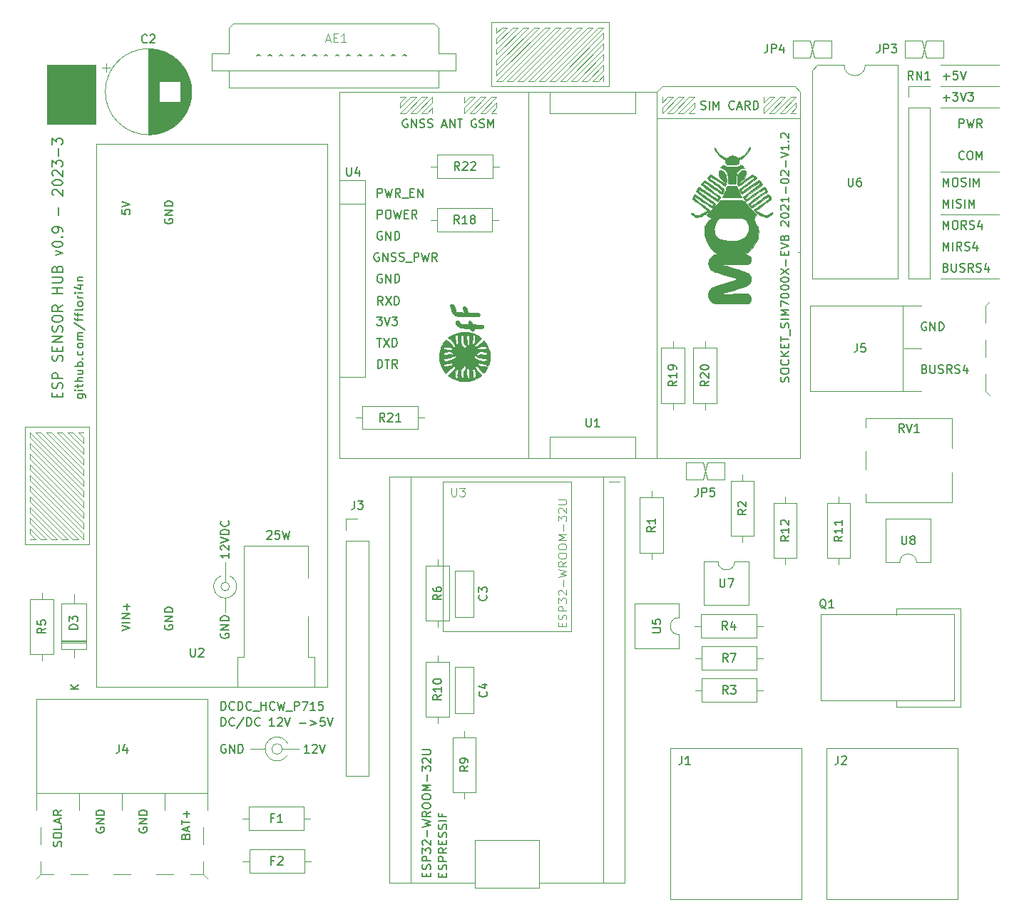
<source format=gto>
G04 #@! TF.GenerationSoftware,KiCad,Pcbnew,5.1.5+dfsg1-2build2*
G04 #@! TF.CreationDate,2023-03-02T23:39:50+01:00*
G04 #@! TF.ProjectId,RSensHub,5253656e-7348-4756-922e-6b696361645f,rev?*
G04 #@! TF.SameCoordinates,Original*
G04 #@! TF.FileFunction,Legend,Top*
G04 #@! TF.FilePolarity,Positive*
%FSLAX46Y46*%
G04 Gerber Fmt 4.6, Leading zero omitted, Abs format (unit mm)*
G04 Created by KiCad (PCBNEW 5.1.5+dfsg1-2build2) date 2023-03-02 23:39:50*
%MOMM*%
%LPD*%
G04 APERTURE LIST*
%ADD10C,0.100000*%
%ADD11C,0.150000*%
%ADD12C,0.120000*%
%ADD13C,0.010000*%
%ADD14C,0.050000*%
G04 APERTURE END LIST*
D10*
G36*
X309245000Y-34925000D02*
G01*
X303530000Y-34925000D01*
X303530000Y-27940000D01*
X309245000Y-27940000D01*
X309245000Y-34925000D01*
G37*
X309245000Y-34925000D02*
X303530000Y-34925000D01*
X303530000Y-27940000D01*
X309245000Y-27940000D01*
X309245000Y-34925000D01*
D11*
X407703928Y-64063571D02*
X407846785Y-64111190D01*
X407894404Y-64158809D01*
X407942023Y-64254047D01*
X407942023Y-64396904D01*
X407894404Y-64492142D01*
X407846785Y-64539761D01*
X407751547Y-64587380D01*
X407370595Y-64587380D01*
X407370595Y-63587380D01*
X407703928Y-63587380D01*
X407799166Y-63635000D01*
X407846785Y-63682619D01*
X407894404Y-63777857D01*
X407894404Y-63873095D01*
X407846785Y-63968333D01*
X407799166Y-64015952D01*
X407703928Y-64063571D01*
X407370595Y-64063571D01*
X408370595Y-63587380D02*
X408370595Y-64396904D01*
X408418214Y-64492142D01*
X408465833Y-64539761D01*
X408561071Y-64587380D01*
X408751547Y-64587380D01*
X408846785Y-64539761D01*
X408894404Y-64492142D01*
X408942023Y-64396904D01*
X408942023Y-63587380D01*
X409370595Y-64539761D02*
X409513452Y-64587380D01*
X409751547Y-64587380D01*
X409846785Y-64539761D01*
X409894404Y-64492142D01*
X409942023Y-64396904D01*
X409942023Y-64301666D01*
X409894404Y-64206428D01*
X409846785Y-64158809D01*
X409751547Y-64111190D01*
X409561071Y-64063571D01*
X409465833Y-64015952D01*
X409418214Y-63968333D01*
X409370595Y-63873095D01*
X409370595Y-63777857D01*
X409418214Y-63682619D01*
X409465833Y-63635000D01*
X409561071Y-63587380D01*
X409799166Y-63587380D01*
X409942023Y-63635000D01*
X410942023Y-64587380D02*
X410608690Y-64111190D01*
X410370595Y-64587380D02*
X410370595Y-63587380D01*
X410751547Y-63587380D01*
X410846785Y-63635000D01*
X410894404Y-63682619D01*
X410942023Y-63777857D01*
X410942023Y-63920714D01*
X410894404Y-64015952D01*
X410846785Y-64063571D01*
X410751547Y-64111190D01*
X410370595Y-64111190D01*
X411322976Y-64539761D02*
X411465833Y-64587380D01*
X411703928Y-64587380D01*
X411799166Y-64539761D01*
X411846785Y-64492142D01*
X411894404Y-64396904D01*
X411894404Y-64301666D01*
X411846785Y-64206428D01*
X411799166Y-64158809D01*
X411703928Y-64111190D01*
X411513452Y-64063571D01*
X411418214Y-64015952D01*
X411370595Y-63968333D01*
X411322976Y-63873095D01*
X411322976Y-63777857D01*
X411370595Y-63682619D01*
X411418214Y-63635000D01*
X411513452Y-63587380D01*
X411751547Y-63587380D01*
X411894404Y-63635000D01*
X412751547Y-63920714D02*
X412751547Y-64587380D01*
X412513452Y-63539761D02*
X412275357Y-64254047D01*
X412894404Y-64254047D01*
X407894404Y-58555000D02*
X407799166Y-58507380D01*
X407656309Y-58507380D01*
X407513452Y-58555000D01*
X407418214Y-58650238D01*
X407370595Y-58745476D01*
X407322976Y-58935952D01*
X407322976Y-59078809D01*
X407370595Y-59269285D01*
X407418214Y-59364523D01*
X407513452Y-59459761D01*
X407656309Y-59507380D01*
X407751547Y-59507380D01*
X407894404Y-59459761D01*
X407942023Y-59412142D01*
X407942023Y-59078809D01*
X407751547Y-59078809D01*
X408370595Y-59507380D02*
X408370595Y-58507380D01*
X408942023Y-59507380D01*
X408942023Y-58507380D01*
X409418214Y-59507380D02*
X409418214Y-58507380D01*
X409656309Y-58507380D01*
X409799166Y-58555000D01*
X409894404Y-58650238D01*
X409942023Y-58745476D01*
X409989642Y-58935952D01*
X409989642Y-59078809D01*
X409942023Y-59269285D01*
X409894404Y-59364523D01*
X409799166Y-59459761D01*
X409656309Y-59507380D01*
X409418214Y-59507380D01*
X412387023Y-39092142D02*
X412339404Y-39139761D01*
X412196547Y-39187380D01*
X412101309Y-39187380D01*
X411958452Y-39139761D01*
X411863214Y-39044523D01*
X411815595Y-38949285D01*
X411767976Y-38758809D01*
X411767976Y-38615952D01*
X411815595Y-38425476D01*
X411863214Y-38330238D01*
X411958452Y-38235000D01*
X412101309Y-38187380D01*
X412196547Y-38187380D01*
X412339404Y-38235000D01*
X412387023Y-38282619D01*
X413006071Y-38187380D02*
X413196547Y-38187380D01*
X413291785Y-38235000D01*
X413387023Y-38330238D01*
X413434642Y-38520714D01*
X413434642Y-38854047D01*
X413387023Y-39044523D01*
X413291785Y-39139761D01*
X413196547Y-39187380D01*
X413006071Y-39187380D01*
X412910833Y-39139761D01*
X412815595Y-39044523D01*
X412767976Y-38854047D01*
X412767976Y-38520714D01*
X412815595Y-38330238D01*
X412910833Y-38235000D01*
X413006071Y-38187380D01*
X413863214Y-39187380D02*
X413863214Y-38187380D01*
X414196547Y-38901666D01*
X414529880Y-38187380D01*
X414529880Y-39187380D01*
X411815595Y-35377380D02*
X411815595Y-34377380D01*
X412196547Y-34377380D01*
X412291785Y-34425000D01*
X412339404Y-34472619D01*
X412387023Y-34567857D01*
X412387023Y-34710714D01*
X412339404Y-34805952D01*
X412291785Y-34853571D01*
X412196547Y-34901190D01*
X411815595Y-34901190D01*
X412720357Y-34377380D02*
X412958452Y-35377380D01*
X413148928Y-34663095D01*
X413339404Y-35377380D01*
X413577500Y-34377380D01*
X414529880Y-35377380D02*
X414196547Y-34901190D01*
X413958452Y-35377380D02*
X413958452Y-34377380D01*
X414339404Y-34377380D01*
X414434642Y-34425000D01*
X414482261Y-34472619D01*
X414529880Y-34567857D01*
X414529880Y-34710714D01*
X414482261Y-34805952D01*
X414434642Y-34853571D01*
X414339404Y-34901190D01*
X413958452Y-34901190D01*
D12*
X409575000Y-27940000D02*
X416560000Y-27940000D01*
X416560000Y-30480000D02*
X409575000Y-30480000D01*
X416560000Y-33020000D02*
X409575000Y-33020000D01*
X416560000Y-45720000D02*
X409575000Y-45720000D01*
X416560000Y-40640000D02*
X409575000Y-40640000D01*
X409575000Y-53340000D02*
X416560000Y-53340000D01*
D11*
X410243928Y-51998571D02*
X410386785Y-52046190D01*
X410434404Y-52093809D01*
X410482023Y-52189047D01*
X410482023Y-52331904D01*
X410434404Y-52427142D01*
X410386785Y-52474761D01*
X410291547Y-52522380D01*
X409910595Y-52522380D01*
X409910595Y-51522380D01*
X410243928Y-51522380D01*
X410339166Y-51570000D01*
X410386785Y-51617619D01*
X410434404Y-51712857D01*
X410434404Y-51808095D01*
X410386785Y-51903333D01*
X410339166Y-51950952D01*
X410243928Y-51998571D01*
X409910595Y-51998571D01*
X410910595Y-51522380D02*
X410910595Y-52331904D01*
X410958214Y-52427142D01*
X411005833Y-52474761D01*
X411101071Y-52522380D01*
X411291547Y-52522380D01*
X411386785Y-52474761D01*
X411434404Y-52427142D01*
X411482023Y-52331904D01*
X411482023Y-51522380D01*
X411910595Y-52474761D02*
X412053452Y-52522380D01*
X412291547Y-52522380D01*
X412386785Y-52474761D01*
X412434404Y-52427142D01*
X412482023Y-52331904D01*
X412482023Y-52236666D01*
X412434404Y-52141428D01*
X412386785Y-52093809D01*
X412291547Y-52046190D01*
X412101071Y-51998571D01*
X412005833Y-51950952D01*
X411958214Y-51903333D01*
X411910595Y-51808095D01*
X411910595Y-51712857D01*
X411958214Y-51617619D01*
X412005833Y-51570000D01*
X412101071Y-51522380D01*
X412339166Y-51522380D01*
X412482023Y-51570000D01*
X413482023Y-52522380D02*
X413148690Y-52046190D01*
X412910595Y-52522380D02*
X412910595Y-51522380D01*
X413291547Y-51522380D01*
X413386785Y-51570000D01*
X413434404Y-51617619D01*
X413482023Y-51712857D01*
X413482023Y-51855714D01*
X413434404Y-51950952D01*
X413386785Y-51998571D01*
X413291547Y-52046190D01*
X412910595Y-52046190D01*
X413862976Y-52474761D02*
X414005833Y-52522380D01*
X414243928Y-52522380D01*
X414339166Y-52474761D01*
X414386785Y-52427142D01*
X414434404Y-52331904D01*
X414434404Y-52236666D01*
X414386785Y-52141428D01*
X414339166Y-52093809D01*
X414243928Y-52046190D01*
X414053452Y-51998571D01*
X413958214Y-51950952D01*
X413910595Y-51903333D01*
X413862976Y-51808095D01*
X413862976Y-51712857D01*
X413910595Y-51617619D01*
X413958214Y-51570000D01*
X414053452Y-51522380D01*
X414291547Y-51522380D01*
X414434404Y-51570000D01*
X415291547Y-51855714D02*
X415291547Y-52522380D01*
X415053452Y-51474761D02*
X414815357Y-52189047D01*
X415434404Y-52189047D01*
X409910595Y-49982380D02*
X409910595Y-48982380D01*
X410243928Y-49696666D01*
X410577261Y-48982380D01*
X410577261Y-49982380D01*
X411053452Y-49982380D02*
X411053452Y-48982380D01*
X412101071Y-49982380D02*
X411767738Y-49506190D01*
X411529642Y-49982380D02*
X411529642Y-48982380D01*
X411910595Y-48982380D01*
X412005833Y-49030000D01*
X412053452Y-49077619D01*
X412101071Y-49172857D01*
X412101071Y-49315714D01*
X412053452Y-49410952D01*
X412005833Y-49458571D01*
X411910595Y-49506190D01*
X411529642Y-49506190D01*
X412482023Y-49934761D02*
X412624880Y-49982380D01*
X412862976Y-49982380D01*
X412958214Y-49934761D01*
X413005833Y-49887142D01*
X413053452Y-49791904D01*
X413053452Y-49696666D01*
X413005833Y-49601428D01*
X412958214Y-49553809D01*
X412862976Y-49506190D01*
X412672500Y-49458571D01*
X412577261Y-49410952D01*
X412529642Y-49363333D01*
X412482023Y-49268095D01*
X412482023Y-49172857D01*
X412529642Y-49077619D01*
X412577261Y-49030000D01*
X412672500Y-48982380D01*
X412910595Y-48982380D01*
X413053452Y-49030000D01*
X413910595Y-49315714D02*
X413910595Y-49982380D01*
X413672500Y-48934761D02*
X413434404Y-49649047D01*
X414053452Y-49649047D01*
X409910595Y-47442380D02*
X409910595Y-46442380D01*
X410243928Y-47156666D01*
X410577261Y-46442380D01*
X410577261Y-47442380D01*
X411243928Y-46442380D02*
X411434404Y-46442380D01*
X411529642Y-46490000D01*
X411624880Y-46585238D01*
X411672500Y-46775714D01*
X411672500Y-47109047D01*
X411624880Y-47299523D01*
X411529642Y-47394761D01*
X411434404Y-47442380D01*
X411243928Y-47442380D01*
X411148690Y-47394761D01*
X411053452Y-47299523D01*
X411005833Y-47109047D01*
X411005833Y-46775714D01*
X411053452Y-46585238D01*
X411148690Y-46490000D01*
X411243928Y-46442380D01*
X412672500Y-47442380D02*
X412339166Y-46966190D01*
X412101071Y-47442380D02*
X412101071Y-46442380D01*
X412482023Y-46442380D01*
X412577261Y-46490000D01*
X412624880Y-46537619D01*
X412672500Y-46632857D01*
X412672500Y-46775714D01*
X412624880Y-46870952D01*
X412577261Y-46918571D01*
X412482023Y-46966190D01*
X412101071Y-46966190D01*
X413053452Y-47394761D02*
X413196309Y-47442380D01*
X413434404Y-47442380D01*
X413529642Y-47394761D01*
X413577261Y-47347142D01*
X413624880Y-47251904D01*
X413624880Y-47156666D01*
X413577261Y-47061428D01*
X413529642Y-47013809D01*
X413434404Y-46966190D01*
X413243928Y-46918571D01*
X413148690Y-46870952D01*
X413101071Y-46823333D01*
X413053452Y-46728095D01*
X413053452Y-46632857D01*
X413101071Y-46537619D01*
X413148690Y-46490000D01*
X413243928Y-46442380D01*
X413482023Y-46442380D01*
X413624880Y-46490000D01*
X414482023Y-46775714D02*
X414482023Y-47442380D01*
X414243928Y-46394761D02*
X414005833Y-47109047D01*
X414624880Y-47109047D01*
X409910595Y-44902380D02*
X409910595Y-43902380D01*
X410243928Y-44616666D01*
X410577261Y-43902380D01*
X410577261Y-44902380D01*
X411053452Y-44902380D02*
X411053452Y-43902380D01*
X411482023Y-44854761D02*
X411624880Y-44902380D01*
X411862976Y-44902380D01*
X411958214Y-44854761D01*
X412005833Y-44807142D01*
X412053452Y-44711904D01*
X412053452Y-44616666D01*
X412005833Y-44521428D01*
X411958214Y-44473809D01*
X411862976Y-44426190D01*
X411672500Y-44378571D01*
X411577261Y-44330952D01*
X411529642Y-44283333D01*
X411482023Y-44188095D01*
X411482023Y-44092857D01*
X411529642Y-43997619D01*
X411577261Y-43950000D01*
X411672500Y-43902380D01*
X411910595Y-43902380D01*
X412053452Y-43950000D01*
X412482023Y-44902380D02*
X412482023Y-43902380D01*
X412958214Y-44902380D02*
X412958214Y-43902380D01*
X413291547Y-44616666D01*
X413624880Y-43902380D01*
X413624880Y-44902380D01*
X409910595Y-42362380D02*
X409910595Y-41362380D01*
X410243928Y-42076666D01*
X410577261Y-41362380D01*
X410577261Y-42362380D01*
X411243928Y-41362380D02*
X411434404Y-41362380D01*
X411529642Y-41410000D01*
X411624880Y-41505238D01*
X411672500Y-41695714D01*
X411672500Y-42029047D01*
X411624880Y-42219523D01*
X411529642Y-42314761D01*
X411434404Y-42362380D01*
X411243928Y-42362380D01*
X411148690Y-42314761D01*
X411053452Y-42219523D01*
X411005833Y-42029047D01*
X411005833Y-41695714D01*
X411053452Y-41505238D01*
X411148690Y-41410000D01*
X411243928Y-41362380D01*
X412053452Y-42314761D02*
X412196309Y-42362380D01*
X412434404Y-42362380D01*
X412529642Y-42314761D01*
X412577261Y-42267142D01*
X412624880Y-42171904D01*
X412624880Y-42076666D01*
X412577261Y-41981428D01*
X412529642Y-41933809D01*
X412434404Y-41886190D01*
X412243928Y-41838571D01*
X412148690Y-41790952D01*
X412101071Y-41743333D01*
X412053452Y-41648095D01*
X412053452Y-41552857D01*
X412101071Y-41457619D01*
X412148690Y-41410000D01*
X412243928Y-41362380D01*
X412482023Y-41362380D01*
X412624880Y-41410000D01*
X413053452Y-42362380D02*
X413053452Y-41362380D01*
X413529642Y-42362380D02*
X413529642Y-41362380D01*
X413862976Y-42076666D01*
X414196309Y-41362380D01*
X414196309Y-42362380D01*
X409910595Y-31821428D02*
X410672500Y-31821428D01*
X410291547Y-32202380D02*
X410291547Y-31440476D01*
X411053452Y-31202380D02*
X411672500Y-31202380D01*
X411339166Y-31583333D01*
X411482023Y-31583333D01*
X411577261Y-31630952D01*
X411624880Y-31678571D01*
X411672500Y-31773809D01*
X411672500Y-32011904D01*
X411624880Y-32107142D01*
X411577261Y-32154761D01*
X411482023Y-32202380D01*
X411196309Y-32202380D01*
X411101071Y-32154761D01*
X411053452Y-32107142D01*
X411958214Y-31202380D02*
X412291547Y-32202380D01*
X412624880Y-31202380D01*
X412862976Y-31202380D02*
X413482023Y-31202380D01*
X413148690Y-31583333D01*
X413291547Y-31583333D01*
X413386785Y-31630952D01*
X413434404Y-31678571D01*
X413482023Y-31773809D01*
X413482023Y-32011904D01*
X413434404Y-32107142D01*
X413386785Y-32154761D01*
X413291547Y-32202380D01*
X413005833Y-32202380D01*
X412910595Y-32154761D01*
X412862976Y-32107142D01*
X409910595Y-29281428D02*
X410672500Y-29281428D01*
X410291547Y-29662380D02*
X410291547Y-28900476D01*
X411624880Y-28662380D02*
X411148690Y-28662380D01*
X411101071Y-29138571D01*
X411148690Y-29090952D01*
X411243928Y-29043333D01*
X411482023Y-29043333D01*
X411577261Y-29090952D01*
X411624880Y-29138571D01*
X411672500Y-29233809D01*
X411672500Y-29471904D01*
X411624880Y-29567142D01*
X411577261Y-29614761D01*
X411482023Y-29662380D01*
X411243928Y-29662380D01*
X411148690Y-29614761D01*
X411101071Y-29567142D01*
X411958214Y-28662380D02*
X412291547Y-29662380D01*
X412624880Y-28662380D01*
X334660952Y-109672380D02*
X334089523Y-109672380D01*
X334375238Y-109672380D02*
X334375238Y-108672380D01*
X334280000Y-108815238D01*
X334184761Y-108910476D01*
X334089523Y-108958095D01*
X335041904Y-108767619D02*
X335089523Y-108720000D01*
X335184761Y-108672380D01*
X335422857Y-108672380D01*
X335518095Y-108720000D01*
X335565714Y-108767619D01*
X335613333Y-108862857D01*
X335613333Y-108958095D01*
X335565714Y-109100952D01*
X334994285Y-109672380D01*
X335613333Y-109672380D01*
X335899047Y-108672380D02*
X336232380Y-109672380D01*
X336565714Y-108672380D01*
D12*
X331470000Y-109220000D02*
X333375000Y-109220000D01*
X329415098Y-109220000D02*
G75*
G02X332104999Y-108585001I1419902J0D01*
G01*
X332016431Y-110007620D02*
G75*
G02X329415097Y-109220000I-1181431J787620D01*
G01*
X327660000Y-109220000D02*
X329415097Y-109220000D01*
X331470000Y-109220000D02*
G75*
G03X331470000Y-109220000I-635000J0D01*
G01*
D11*
X324709404Y-108720000D02*
X324614166Y-108672380D01*
X324471309Y-108672380D01*
X324328452Y-108720000D01*
X324233214Y-108815238D01*
X324185595Y-108910476D01*
X324137976Y-109100952D01*
X324137976Y-109243809D01*
X324185595Y-109434285D01*
X324233214Y-109529523D01*
X324328452Y-109624761D01*
X324471309Y-109672380D01*
X324566547Y-109672380D01*
X324709404Y-109624761D01*
X324757023Y-109577142D01*
X324757023Y-109243809D01*
X324566547Y-109243809D01*
X325185595Y-109672380D02*
X325185595Y-108672380D01*
X325757023Y-109672380D01*
X325757023Y-108672380D01*
X326233214Y-109672380D02*
X326233214Y-108672380D01*
X326471309Y-108672380D01*
X326614166Y-108720000D01*
X326709404Y-108815238D01*
X326757023Y-108910476D01*
X326804642Y-109100952D01*
X326804642Y-109243809D01*
X326757023Y-109434285D01*
X326709404Y-109529523D01*
X326614166Y-109624761D01*
X326471309Y-109672380D01*
X326233214Y-109672380D01*
X307125714Y-67063095D02*
X307935238Y-67063095D01*
X308030476Y-67110714D01*
X308078095Y-67158333D01*
X308125714Y-67253571D01*
X308125714Y-67396428D01*
X308078095Y-67491666D01*
X307744761Y-67063095D02*
X307792380Y-67158333D01*
X307792380Y-67348809D01*
X307744761Y-67444047D01*
X307697142Y-67491666D01*
X307601904Y-67539285D01*
X307316190Y-67539285D01*
X307220952Y-67491666D01*
X307173333Y-67444047D01*
X307125714Y-67348809D01*
X307125714Y-67158333D01*
X307173333Y-67063095D01*
X307792380Y-66586904D02*
X307125714Y-66586904D01*
X306792380Y-66586904D02*
X306840000Y-66634523D01*
X306887619Y-66586904D01*
X306840000Y-66539285D01*
X306792380Y-66586904D01*
X306887619Y-66586904D01*
X307125714Y-66253571D02*
X307125714Y-65872619D01*
X306792380Y-66110714D02*
X307649523Y-66110714D01*
X307744761Y-66063095D01*
X307792380Y-65967857D01*
X307792380Y-65872619D01*
X307792380Y-65539285D02*
X306792380Y-65539285D01*
X307792380Y-65110714D02*
X307268571Y-65110714D01*
X307173333Y-65158333D01*
X307125714Y-65253571D01*
X307125714Y-65396428D01*
X307173333Y-65491666D01*
X307220952Y-65539285D01*
X307125714Y-64205952D02*
X307792380Y-64205952D01*
X307125714Y-64634523D02*
X307649523Y-64634523D01*
X307744761Y-64586904D01*
X307792380Y-64491666D01*
X307792380Y-64348809D01*
X307744761Y-64253571D01*
X307697142Y-64205952D01*
X307792380Y-63729761D02*
X306792380Y-63729761D01*
X307173333Y-63729761D02*
X307125714Y-63634523D01*
X307125714Y-63444047D01*
X307173333Y-63348809D01*
X307220952Y-63301190D01*
X307316190Y-63253571D01*
X307601904Y-63253571D01*
X307697142Y-63301190D01*
X307744761Y-63348809D01*
X307792380Y-63444047D01*
X307792380Y-63634523D01*
X307744761Y-63729761D01*
X307697142Y-62825000D02*
X307744761Y-62777380D01*
X307792380Y-62825000D01*
X307744761Y-62872619D01*
X307697142Y-62825000D01*
X307792380Y-62825000D01*
X307744761Y-61920238D02*
X307792380Y-62015476D01*
X307792380Y-62205952D01*
X307744761Y-62301190D01*
X307697142Y-62348809D01*
X307601904Y-62396428D01*
X307316190Y-62396428D01*
X307220952Y-62348809D01*
X307173333Y-62301190D01*
X307125714Y-62205952D01*
X307125714Y-62015476D01*
X307173333Y-61920238D01*
X307792380Y-61348809D02*
X307744761Y-61444047D01*
X307697142Y-61491666D01*
X307601904Y-61539285D01*
X307316190Y-61539285D01*
X307220952Y-61491666D01*
X307173333Y-61444047D01*
X307125714Y-61348809D01*
X307125714Y-61205952D01*
X307173333Y-61110714D01*
X307220952Y-61063095D01*
X307316190Y-61015476D01*
X307601904Y-61015476D01*
X307697142Y-61063095D01*
X307744761Y-61110714D01*
X307792380Y-61205952D01*
X307792380Y-61348809D01*
X307792380Y-60586904D02*
X307125714Y-60586904D01*
X307220952Y-60586904D02*
X307173333Y-60539285D01*
X307125714Y-60444047D01*
X307125714Y-60301190D01*
X307173333Y-60205952D01*
X307268571Y-60158333D01*
X307792380Y-60158333D01*
X307268571Y-60158333D02*
X307173333Y-60110714D01*
X307125714Y-60015476D01*
X307125714Y-59872619D01*
X307173333Y-59777380D01*
X307268571Y-59729761D01*
X307792380Y-59729761D01*
X306744761Y-58539285D02*
X308030476Y-59396428D01*
X307125714Y-58348809D02*
X307125714Y-57967857D01*
X307792380Y-58205952D02*
X306935238Y-58205952D01*
X306840000Y-58158333D01*
X306792380Y-58063095D01*
X306792380Y-57967857D01*
X307125714Y-57777380D02*
X307125714Y-57396428D01*
X307792380Y-57634523D02*
X306935238Y-57634523D01*
X306840000Y-57586904D01*
X306792380Y-57491666D01*
X306792380Y-57396428D01*
X307792380Y-56920238D02*
X307744761Y-57015476D01*
X307649523Y-57063095D01*
X306792380Y-57063095D01*
X307792380Y-56396428D02*
X307744761Y-56491666D01*
X307697142Y-56539285D01*
X307601904Y-56586904D01*
X307316190Y-56586904D01*
X307220952Y-56539285D01*
X307173333Y-56491666D01*
X307125714Y-56396428D01*
X307125714Y-56253571D01*
X307173333Y-56158333D01*
X307220952Y-56110714D01*
X307316190Y-56063095D01*
X307601904Y-56063095D01*
X307697142Y-56110714D01*
X307744761Y-56158333D01*
X307792380Y-56253571D01*
X307792380Y-56396428D01*
X307792380Y-55634523D02*
X307125714Y-55634523D01*
X307316190Y-55634523D02*
X307220952Y-55586904D01*
X307173333Y-55539285D01*
X307125714Y-55444047D01*
X307125714Y-55348809D01*
X307792380Y-55015476D02*
X307125714Y-55015476D01*
X306792380Y-55015476D02*
X306840000Y-55063095D01*
X306887619Y-55015476D01*
X306840000Y-54967857D01*
X306792380Y-55015476D01*
X306887619Y-55015476D01*
X307125714Y-54110714D02*
X307792380Y-54110714D01*
X306744761Y-54348809D02*
X307459047Y-54586904D01*
X307459047Y-53967857D01*
X307125714Y-53586904D02*
X307792380Y-53586904D01*
X307220952Y-53586904D02*
X307173333Y-53539285D01*
X307125714Y-53444047D01*
X307125714Y-53301190D01*
X307173333Y-53205952D01*
X307268571Y-53158333D01*
X307792380Y-53158333D01*
X304714285Y-67412857D02*
X304714285Y-67012857D01*
X305342857Y-66841428D02*
X305342857Y-67412857D01*
X304142857Y-67412857D01*
X304142857Y-66841428D01*
X305285714Y-66384285D02*
X305342857Y-66212857D01*
X305342857Y-65927142D01*
X305285714Y-65812857D01*
X305228571Y-65755714D01*
X305114285Y-65698571D01*
X305000000Y-65698571D01*
X304885714Y-65755714D01*
X304828571Y-65812857D01*
X304771428Y-65927142D01*
X304714285Y-66155714D01*
X304657142Y-66270000D01*
X304600000Y-66327142D01*
X304485714Y-66384285D01*
X304371428Y-66384285D01*
X304257142Y-66327142D01*
X304200000Y-66270000D01*
X304142857Y-66155714D01*
X304142857Y-65870000D01*
X304200000Y-65698571D01*
X305342857Y-65184285D02*
X304142857Y-65184285D01*
X304142857Y-64727142D01*
X304200000Y-64612857D01*
X304257142Y-64555714D01*
X304371428Y-64498571D01*
X304542857Y-64498571D01*
X304657142Y-64555714D01*
X304714285Y-64612857D01*
X304771428Y-64727142D01*
X304771428Y-65184285D01*
X305285714Y-63127142D02*
X305342857Y-62955714D01*
X305342857Y-62670000D01*
X305285714Y-62555714D01*
X305228571Y-62498571D01*
X305114285Y-62441428D01*
X305000000Y-62441428D01*
X304885714Y-62498571D01*
X304828571Y-62555714D01*
X304771428Y-62670000D01*
X304714285Y-62898571D01*
X304657142Y-63012857D01*
X304600000Y-63070000D01*
X304485714Y-63127142D01*
X304371428Y-63127142D01*
X304257142Y-63070000D01*
X304200000Y-63012857D01*
X304142857Y-62898571D01*
X304142857Y-62612857D01*
X304200000Y-62441428D01*
X304714285Y-61927142D02*
X304714285Y-61527142D01*
X305342857Y-61355714D02*
X305342857Y-61927142D01*
X304142857Y-61927142D01*
X304142857Y-61355714D01*
X305342857Y-60841428D02*
X304142857Y-60841428D01*
X305342857Y-60155714D01*
X304142857Y-60155714D01*
X305285714Y-59641428D02*
X305342857Y-59470000D01*
X305342857Y-59184285D01*
X305285714Y-59070000D01*
X305228571Y-59012857D01*
X305114285Y-58955714D01*
X305000000Y-58955714D01*
X304885714Y-59012857D01*
X304828571Y-59070000D01*
X304771428Y-59184285D01*
X304714285Y-59412857D01*
X304657142Y-59527142D01*
X304600000Y-59584285D01*
X304485714Y-59641428D01*
X304371428Y-59641428D01*
X304257142Y-59584285D01*
X304200000Y-59527142D01*
X304142857Y-59412857D01*
X304142857Y-59127142D01*
X304200000Y-58955714D01*
X304142857Y-58212857D02*
X304142857Y-57984285D01*
X304200000Y-57870000D01*
X304314285Y-57755714D01*
X304542857Y-57698571D01*
X304942857Y-57698571D01*
X305171428Y-57755714D01*
X305285714Y-57870000D01*
X305342857Y-57984285D01*
X305342857Y-58212857D01*
X305285714Y-58327142D01*
X305171428Y-58441428D01*
X304942857Y-58498571D01*
X304542857Y-58498571D01*
X304314285Y-58441428D01*
X304200000Y-58327142D01*
X304142857Y-58212857D01*
X305342857Y-56498571D02*
X304771428Y-56898571D01*
X305342857Y-57184285D02*
X304142857Y-57184285D01*
X304142857Y-56727142D01*
X304200000Y-56612857D01*
X304257142Y-56555714D01*
X304371428Y-56498571D01*
X304542857Y-56498571D01*
X304657142Y-56555714D01*
X304714285Y-56612857D01*
X304771428Y-56727142D01*
X304771428Y-57184285D01*
X305342857Y-55070000D02*
X304142857Y-55070000D01*
X304714285Y-55070000D02*
X304714285Y-54384285D01*
X305342857Y-54384285D02*
X304142857Y-54384285D01*
X304142857Y-53812857D02*
X305114285Y-53812857D01*
X305228571Y-53755714D01*
X305285714Y-53698571D01*
X305342857Y-53584285D01*
X305342857Y-53355714D01*
X305285714Y-53241428D01*
X305228571Y-53184285D01*
X305114285Y-53127142D01*
X304142857Y-53127142D01*
X304714285Y-52155714D02*
X304771428Y-51984285D01*
X304828571Y-51927142D01*
X304942857Y-51870000D01*
X305114285Y-51870000D01*
X305228571Y-51927142D01*
X305285714Y-51984285D01*
X305342857Y-52098571D01*
X305342857Y-52555714D01*
X304142857Y-52555714D01*
X304142857Y-52155714D01*
X304200000Y-52041428D01*
X304257142Y-51984285D01*
X304371428Y-51927142D01*
X304485714Y-51927142D01*
X304600000Y-51984285D01*
X304657142Y-52041428D01*
X304714285Y-52155714D01*
X304714285Y-52555714D01*
X304542857Y-50555714D02*
X305342857Y-50270000D01*
X304542857Y-49984285D01*
X304142857Y-49298571D02*
X304142857Y-49184285D01*
X304200000Y-49070000D01*
X304257142Y-49012857D01*
X304371428Y-48955714D01*
X304600000Y-48898571D01*
X304885714Y-48898571D01*
X305114285Y-48955714D01*
X305228571Y-49012857D01*
X305285714Y-49070000D01*
X305342857Y-49184285D01*
X305342857Y-49298571D01*
X305285714Y-49412857D01*
X305228571Y-49470000D01*
X305114285Y-49527142D01*
X304885714Y-49584285D01*
X304600000Y-49584285D01*
X304371428Y-49527142D01*
X304257142Y-49470000D01*
X304200000Y-49412857D01*
X304142857Y-49298571D01*
X305228571Y-48384285D02*
X305285714Y-48327142D01*
X305342857Y-48384285D01*
X305285714Y-48441428D01*
X305228571Y-48384285D01*
X305342857Y-48384285D01*
X305342857Y-47755714D02*
X305342857Y-47527142D01*
X305285714Y-47412857D01*
X305228571Y-47355714D01*
X305057142Y-47241428D01*
X304828571Y-47184285D01*
X304371428Y-47184285D01*
X304257142Y-47241428D01*
X304200000Y-47298571D01*
X304142857Y-47412857D01*
X304142857Y-47641428D01*
X304200000Y-47755714D01*
X304257142Y-47812857D01*
X304371428Y-47870000D01*
X304657142Y-47870000D01*
X304771428Y-47812857D01*
X304828571Y-47755714D01*
X304885714Y-47641428D01*
X304885714Y-47412857D01*
X304828571Y-47298571D01*
X304771428Y-47241428D01*
X304657142Y-47184285D01*
X304885714Y-45755714D02*
X304885714Y-44841428D01*
X304257142Y-43412857D02*
X304200000Y-43355714D01*
X304142857Y-43241428D01*
X304142857Y-42955714D01*
X304200000Y-42841428D01*
X304257142Y-42784285D01*
X304371428Y-42727142D01*
X304485714Y-42727142D01*
X304657142Y-42784285D01*
X305342857Y-43470000D01*
X305342857Y-42727142D01*
X304142857Y-41984285D02*
X304142857Y-41870000D01*
X304200000Y-41755714D01*
X304257142Y-41698571D01*
X304371428Y-41641428D01*
X304600000Y-41584285D01*
X304885714Y-41584285D01*
X305114285Y-41641428D01*
X305228571Y-41698571D01*
X305285714Y-41755714D01*
X305342857Y-41870000D01*
X305342857Y-41984285D01*
X305285714Y-42098571D01*
X305228571Y-42155714D01*
X305114285Y-42212857D01*
X304885714Y-42270000D01*
X304600000Y-42270000D01*
X304371428Y-42212857D01*
X304257142Y-42155714D01*
X304200000Y-42098571D01*
X304142857Y-41984285D01*
X304257142Y-41127142D02*
X304200000Y-41070000D01*
X304142857Y-40955714D01*
X304142857Y-40670000D01*
X304200000Y-40555714D01*
X304257142Y-40498571D01*
X304371428Y-40441428D01*
X304485714Y-40441428D01*
X304657142Y-40498571D01*
X305342857Y-41184285D01*
X305342857Y-40441428D01*
X304142857Y-40041428D02*
X304142857Y-39298571D01*
X304600000Y-39698571D01*
X304600000Y-39527142D01*
X304657142Y-39412857D01*
X304714285Y-39355714D01*
X304828571Y-39298571D01*
X305114285Y-39298571D01*
X305228571Y-39355714D01*
X305285714Y-39412857D01*
X305342857Y-39527142D01*
X305342857Y-39870000D01*
X305285714Y-39984285D01*
X305228571Y-40041428D01*
X304885714Y-38784285D02*
X304885714Y-37870000D01*
X304142857Y-37412857D02*
X304142857Y-36670000D01*
X304600000Y-37070000D01*
X304600000Y-36898571D01*
X304657142Y-36784285D01*
X304714285Y-36727142D01*
X304828571Y-36670000D01*
X305114285Y-36670000D01*
X305228571Y-36727142D01*
X305285714Y-36784285D01*
X305342857Y-36898571D01*
X305342857Y-37241428D01*
X305285714Y-37355714D01*
X305228571Y-37412857D01*
X305204761Y-120778690D02*
X305252380Y-120635833D01*
X305252380Y-120397738D01*
X305204761Y-120302500D01*
X305157142Y-120254880D01*
X305061904Y-120207261D01*
X304966666Y-120207261D01*
X304871428Y-120254880D01*
X304823809Y-120302500D01*
X304776190Y-120397738D01*
X304728571Y-120588214D01*
X304680952Y-120683452D01*
X304633333Y-120731071D01*
X304538095Y-120778690D01*
X304442857Y-120778690D01*
X304347619Y-120731071D01*
X304300000Y-120683452D01*
X304252380Y-120588214D01*
X304252380Y-120350119D01*
X304300000Y-120207261D01*
X304252380Y-119588214D02*
X304252380Y-119397738D01*
X304300000Y-119302500D01*
X304395238Y-119207261D01*
X304585714Y-119159642D01*
X304919047Y-119159642D01*
X305109523Y-119207261D01*
X305204761Y-119302500D01*
X305252380Y-119397738D01*
X305252380Y-119588214D01*
X305204761Y-119683452D01*
X305109523Y-119778690D01*
X304919047Y-119826309D01*
X304585714Y-119826309D01*
X304395238Y-119778690D01*
X304300000Y-119683452D01*
X304252380Y-119588214D01*
X305252380Y-118254880D02*
X305252380Y-118731071D01*
X304252380Y-118731071D01*
X304966666Y-117969166D02*
X304966666Y-117492976D01*
X305252380Y-118064404D02*
X304252380Y-117731071D01*
X305252380Y-117397738D01*
X305252380Y-116492976D02*
X304776190Y-116826309D01*
X305252380Y-117064404D02*
X304252380Y-117064404D01*
X304252380Y-116683452D01*
X304300000Y-116588214D01*
X304347619Y-116540595D01*
X304442857Y-116492976D01*
X304585714Y-116492976D01*
X304680952Y-116540595D01*
X304728571Y-116588214D01*
X304776190Y-116683452D01*
X304776190Y-117064404D01*
X314460000Y-118588214D02*
X314412380Y-118683452D01*
X314412380Y-118826309D01*
X314460000Y-118969166D01*
X314555238Y-119064404D01*
X314650476Y-119112023D01*
X314840952Y-119159642D01*
X314983809Y-119159642D01*
X315174285Y-119112023D01*
X315269523Y-119064404D01*
X315364761Y-118969166D01*
X315412380Y-118826309D01*
X315412380Y-118731071D01*
X315364761Y-118588214D01*
X315317142Y-118540595D01*
X314983809Y-118540595D01*
X314983809Y-118731071D01*
X315412380Y-118112023D02*
X314412380Y-118112023D01*
X315412380Y-117540595D01*
X314412380Y-117540595D01*
X315412380Y-117064404D02*
X314412380Y-117064404D01*
X314412380Y-116826309D01*
X314460000Y-116683452D01*
X314555238Y-116588214D01*
X314650476Y-116540595D01*
X314840952Y-116492976D01*
X314983809Y-116492976D01*
X315174285Y-116540595D01*
X315269523Y-116588214D01*
X315364761Y-116683452D01*
X315412380Y-116826309D01*
X315412380Y-117064404D01*
X309380000Y-118588214D02*
X309332380Y-118683452D01*
X309332380Y-118826309D01*
X309380000Y-118969166D01*
X309475238Y-119064404D01*
X309570476Y-119112023D01*
X309760952Y-119159642D01*
X309903809Y-119159642D01*
X310094285Y-119112023D01*
X310189523Y-119064404D01*
X310284761Y-118969166D01*
X310332380Y-118826309D01*
X310332380Y-118731071D01*
X310284761Y-118588214D01*
X310237142Y-118540595D01*
X309903809Y-118540595D01*
X309903809Y-118731071D01*
X310332380Y-118112023D02*
X309332380Y-118112023D01*
X310332380Y-117540595D01*
X309332380Y-117540595D01*
X310332380Y-117064404D02*
X309332380Y-117064404D01*
X309332380Y-116826309D01*
X309380000Y-116683452D01*
X309475238Y-116588214D01*
X309570476Y-116540595D01*
X309760952Y-116492976D01*
X309903809Y-116492976D01*
X310094285Y-116540595D01*
X310189523Y-116588214D01*
X310284761Y-116683452D01*
X310332380Y-116826309D01*
X310332380Y-117064404D01*
X319968571Y-119588214D02*
X320016190Y-119445357D01*
X320063809Y-119397738D01*
X320159047Y-119350119D01*
X320301904Y-119350119D01*
X320397142Y-119397738D01*
X320444761Y-119445357D01*
X320492380Y-119540595D01*
X320492380Y-119921547D01*
X319492380Y-119921547D01*
X319492380Y-119588214D01*
X319540000Y-119492976D01*
X319587619Y-119445357D01*
X319682857Y-119397738D01*
X319778095Y-119397738D01*
X319873333Y-119445357D01*
X319920952Y-119492976D01*
X319968571Y-119588214D01*
X319968571Y-119921547D01*
X320206666Y-118969166D02*
X320206666Y-118492976D01*
X320492380Y-119064404D02*
X319492380Y-118731071D01*
X320492380Y-118397738D01*
X319492380Y-118207261D02*
X319492380Y-117635833D01*
X320492380Y-117921547D02*
X319492380Y-117921547D01*
X320111428Y-117302500D02*
X320111428Y-116540595D01*
X320492380Y-116921547D02*
X319730476Y-116921547D01*
D13*
G36*
X351395233Y-56435920D02*
G01*
X351454763Y-56362108D01*
X351564046Y-56334078D01*
X351598509Y-56333055D01*
X351685511Y-56355231D01*
X351762878Y-56430302D01*
X351839024Y-56571081D01*
X351922365Y-56790383D01*
X351946704Y-56863226D01*
X352015939Y-57069894D01*
X352075529Y-57202930D01*
X352148212Y-57279492D01*
X352256727Y-57316739D01*
X352423813Y-57331828D01*
X352575786Y-57337928D01*
X353010899Y-57354756D01*
X352939054Y-57151129D01*
X352877908Y-56916123D01*
X352884451Y-56749634D01*
X352958667Y-56651717D01*
X353087836Y-56622239D01*
X353173665Y-56636490D01*
X353240265Y-56690944D01*
X353300630Y-56803154D01*
X353367756Y-56990673D01*
X353373283Y-57007818D01*
X353428000Y-57163665D01*
X353479315Y-57285731D01*
X353506055Y-57333150D01*
X353567389Y-57361868D01*
X353703116Y-57380953D01*
X353921097Y-57391144D01*
X354146899Y-57393396D01*
X354410303Y-57395833D01*
X354593842Y-57404385D01*
X354713950Y-57420913D01*
X354787065Y-57447277D01*
X354815760Y-57469135D01*
X354884070Y-57590657D01*
X354869491Y-57714821D01*
X354817117Y-57780706D01*
X354747192Y-57798973D01*
X354596710Y-57813329D01*
X354381425Y-57823842D01*
X354117092Y-57830578D01*
X353819466Y-57833607D01*
X353504301Y-57832995D01*
X353187353Y-57828811D01*
X352884377Y-57821123D01*
X352611126Y-57809997D01*
X352383357Y-57795502D01*
X352216824Y-57777706D01*
X352169179Y-57769317D01*
X351955763Y-57696778D01*
X351786302Y-57572441D01*
X351648396Y-57382613D01*
X351529645Y-57113600D01*
X351501292Y-57031752D01*
X351419885Y-56760773D01*
X351384070Y-56565486D01*
X351395233Y-56435920D01*
G37*
X351395233Y-56435920D02*
X351454763Y-56362108D01*
X351564046Y-56334078D01*
X351598509Y-56333055D01*
X351685511Y-56355231D01*
X351762878Y-56430302D01*
X351839024Y-56571081D01*
X351922365Y-56790383D01*
X351946704Y-56863226D01*
X352015939Y-57069894D01*
X352075529Y-57202930D01*
X352148212Y-57279492D01*
X352256727Y-57316739D01*
X352423813Y-57331828D01*
X352575786Y-57337928D01*
X353010899Y-57354756D01*
X352939054Y-57151129D01*
X352877908Y-56916123D01*
X352884451Y-56749634D01*
X352958667Y-56651717D01*
X353087836Y-56622239D01*
X353173665Y-56636490D01*
X353240265Y-56690944D01*
X353300630Y-56803154D01*
X353367756Y-56990673D01*
X353373283Y-57007818D01*
X353428000Y-57163665D01*
X353479315Y-57285731D01*
X353506055Y-57333150D01*
X353567389Y-57361868D01*
X353703116Y-57380953D01*
X353921097Y-57391144D01*
X354146899Y-57393396D01*
X354410303Y-57395833D01*
X354593842Y-57404385D01*
X354713950Y-57420913D01*
X354787065Y-57447277D01*
X354815760Y-57469135D01*
X354884070Y-57590657D01*
X354869491Y-57714821D01*
X354817117Y-57780706D01*
X354747192Y-57798973D01*
X354596710Y-57813329D01*
X354381425Y-57823842D01*
X354117092Y-57830578D01*
X353819466Y-57833607D01*
X353504301Y-57832995D01*
X353187353Y-57828811D01*
X352884377Y-57821123D01*
X352611126Y-57809997D01*
X352383357Y-57795502D01*
X352216824Y-57777706D01*
X352169179Y-57769317D01*
X351955763Y-57696778D01*
X351786302Y-57572441D01*
X351648396Y-57382613D01*
X351529645Y-57113600D01*
X351501292Y-57031752D01*
X351419885Y-56760773D01*
X351384070Y-56565486D01*
X351395233Y-56435920D01*
G36*
X352051426Y-58389382D02*
G01*
X352085320Y-58346656D01*
X352203318Y-58278911D01*
X352322113Y-58304678D01*
X352435001Y-58421366D01*
X352480261Y-58499249D01*
X352543526Y-58604165D01*
X352619278Y-58673856D01*
X352727576Y-58715372D01*
X352888479Y-58735764D01*
X353122045Y-58742080D01*
X353171692Y-58742264D01*
X353359677Y-58741074D01*
X353469320Y-58733231D01*
X353518665Y-58713550D01*
X353525753Y-58676845D01*
X353516778Y-58643073D01*
X353524360Y-58528820D01*
X353595242Y-58422448D01*
X353700941Y-58361292D01*
X353734763Y-58357343D01*
X353830410Y-58393692D01*
X353923476Y-58477511D01*
X353974185Y-58570956D01*
X353975749Y-58586633D01*
X354006844Y-58660480D01*
X354051488Y-58715381D01*
X354106709Y-58750053D01*
X354201078Y-58772800D01*
X354351625Y-58785690D01*
X354575379Y-58790792D01*
X354675320Y-58791119D01*
X354913977Y-58792389D01*
X355075149Y-58798362D01*
X355177734Y-58812288D01*
X355240632Y-58837417D01*
X355282741Y-58876996D01*
X355298443Y-58898238D01*
X355359110Y-58995300D01*
X355363087Y-59062341D01*
X355311720Y-59146311D01*
X355305779Y-59154456D01*
X355266120Y-59195813D01*
X355207337Y-59221643D01*
X355110060Y-59234548D01*
X354954923Y-59237127D01*
X354727411Y-59232125D01*
X354216736Y-59217217D01*
X354216736Y-59335648D01*
X354181997Y-59469446D01*
X354095220Y-59543652D01*
X353982562Y-59555041D01*
X353870183Y-59500386D01*
X353789244Y-59388363D01*
X353723233Y-59238548D01*
X353157647Y-59212489D01*
X352856090Y-59192968D01*
X352631056Y-59161993D01*
X352462798Y-59113072D01*
X352331571Y-59039713D01*
X352217631Y-58935422D01*
X352178173Y-58890400D01*
X352058311Y-58704996D01*
X352015200Y-58532941D01*
X352051426Y-58389382D01*
G37*
X352051426Y-58389382D02*
X352085320Y-58346656D01*
X352203318Y-58278911D01*
X352322113Y-58304678D01*
X352435001Y-58421366D01*
X352480261Y-58499249D01*
X352543526Y-58604165D01*
X352619278Y-58673856D01*
X352727576Y-58715372D01*
X352888479Y-58735764D01*
X353122045Y-58742080D01*
X353171692Y-58742264D01*
X353359677Y-58741074D01*
X353469320Y-58733231D01*
X353518665Y-58713550D01*
X353525753Y-58676845D01*
X353516778Y-58643073D01*
X353524360Y-58528820D01*
X353595242Y-58422448D01*
X353700941Y-58361292D01*
X353734763Y-58357343D01*
X353830410Y-58393692D01*
X353923476Y-58477511D01*
X353974185Y-58570956D01*
X353975749Y-58586633D01*
X354006844Y-58660480D01*
X354051488Y-58715381D01*
X354106709Y-58750053D01*
X354201078Y-58772800D01*
X354351625Y-58785690D01*
X354575379Y-58790792D01*
X354675320Y-58791119D01*
X354913977Y-58792389D01*
X355075149Y-58798362D01*
X355177734Y-58812288D01*
X355240632Y-58837417D01*
X355282741Y-58876996D01*
X355298443Y-58898238D01*
X355359110Y-58995300D01*
X355363087Y-59062341D01*
X355311720Y-59146311D01*
X355305779Y-59154456D01*
X355266120Y-59195813D01*
X355207337Y-59221643D01*
X355110060Y-59234548D01*
X354954923Y-59237127D01*
X354727411Y-59232125D01*
X354216736Y-59217217D01*
X354216736Y-59335648D01*
X354181997Y-59469446D01*
X354095220Y-59543652D01*
X353982562Y-59555041D01*
X353870183Y-59500386D01*
X353789244Y-59388363D01*
X353723233Y-59238548D01*
X353157647Y-59212489D01*
X352856090Y-59192968D01*
X352631056Y-59161993D01*
X352462798Y-59113072D01*
X352331571Y-59039713D01*
X352217631Y-58935422D01*
X352178173Y-58890400D01*
X352058311Y-58704996D01*
X352015200Y-58532941D01*
X352051426Y-58389382D01*
G36*
X350137550Y-61979326D02*
G01*
X350250800Y-61618523D01*
X350383256Y-61321480D01*
X350502828Y-61100009D01*
X350628803Y-60903014D01*
X350748718Y-60747057D01*
X350850110Y-60648701D01*
X350909106Y-60622618D01*
X350986035Y-60656589D01*
X351104703Y-60745862D01*
X351245385Y-60871481D01*
X351388357Y-61014491D01*
X351513897Y-61155935D01*
X351602280Y-61276856D01*
X351616869Y-61302850D01*
X351712178Y-61436536D01*
X351812757Y-61489972D01*
X351904416Y-61458874D01*
X351946803Y-61402480D01*
X351957211Y-61286869D01*
X351897806Y-61131124D01*
X351778634Y-60949102D01*
X351609739Y-60754660D01*
X351401165Y-60561653D01*
X351254515Y-60447470D01*
X351112751Y-60344618D01*
X351394378Y-60164464D01*
X351869586Y-59914671D01*
X352372968Y-59750367D01*
X352891836Y-59672356D01*
X353413499Y-59681441D01*
X353925269Y-59778426D01*
X354414456Y-59964114D01*
X354430964Y-59972205D01*
X354622744Y-60074307D01*
X354802868Y-60182645D01*
X354934965Y-60275218D01*
X354943538Y-60282262D01*
X355108387Y-60420504D01*
X354987894Y-60550170D01*
X354891287Y-60644100D01*
X354747879Y-60771957D01*
X354586609Y-60908039D01*
X354566167Y-60924729D01*
X354389100Y-61081755D01*
X354292332Y-61203400D01*
X354270924Y-61299298D01*
X354319935Y-61379083D01*
X354329111Y-61387039D01*
X354413409Y-61396176D01*
X354552850Y-61336646D01*
X354739951Y-61213058D01*
X354967224Y-61030023D01*
X355098255Y-60913379D01*
X355238846Y-60786933D01*
X355327623Y-60718161D01*
X355382778Y-60698472D01*
X355422503Y-60719274D01*
X355447235Y-60748572D01*
X355747995Y-61215029D01*
X355957338Y-61696752D01*
X356024110Y-61903726D01*
X356065418Y-62081861D01*
X356086955Y-62268534D01*
X356094419Y-62501126D01*
X356094761Y-62598710D01*
X356089988Y-62861395D01*
X356072337Y-63066191D01*
X356036122Y-63251335D01*
X355975658Y-63455063D01*
X355960823Y-63499433D01*
X355885946Y-63689410D01*
X355787577Y-63895736D01*
X355676853Y-64099750D01*
X355564907Y-64282789D01*
X355556217Y-64295002D01*
X355556217Y-63784177D01*
X355658740Y-63755579D01*
X355701202Y-63686760D01*
X355701606Y-63621983D01*
X355688109Y-63561596D01*
X355652231Y-63518797D01*
X355575244Y-63484949D01*
X355452308Y-63454821D01*
X355452308Y-63109116D01*
X355609898Y-63088589D01*
X355702220Y-63044089D01*
X355709068Y-63035083D01*
X355739688Y-62937115D01*
X355690046Y-62864307D01*
X355555469Y-62813828D01*
X355331285Y-62782847D01*
X355287245Y-62779542D01*
X355034049Y-62746397D01*
X354802623Y-62687398D01*
X354680832Y-62637184D01*
X354680832Y-62449087D01*
X354774656Y-62401055D01*
X354786913Y-62393871D01*
X354937560Y-62329639D01*
X355106217Y-62313785D01*
X355321695Y-62344981D01*
X355407515Y-62365255D01*
X355547023Y-62395118D01*
X355626712Y-62391887D01*
X355678417Y-62352324D01*
X355690633Y-62336471D01*
X355732706Y-62235693D01*
X355691816Y-62152664D01*
X355562661Y-62080791D01*
X355456108Y-62044819D01*
X355144863Y-61981219D01*
X354887900Y-61990165D01*
X354801418Y-62025345D01*
X354801418Y-61744103D01*
X354903556Y-61735706D01*
X355069029Y-61723720D01*
X355264962Y-61710509D01*
X355298077Y-61708367D01*
X355493770Y-61688999D01*
X355639622Y-61661212D01*
X355713594Y-61629359D01*
X355716441Y-61625722D01*
X355727359Y-61530694D01*
X355662785Y-61439322D01*
X355541435Y-61375669D01*
X355517113Y-61369468D01*
X355382133Y-61359588D01*
X355202745Y-61371650D01*
X355008735Y-61400444D01*
X354829890Y-61440759D01*
X354695996Y-61487386D01*
X354643917Y-61522215D01*
X354612756Y-61616697D01*
X354656394Y-61699937D01*
X354754756Y-61743650D01*
X354801418Y-61744103D01*
X354801418Y-62025345D01*
X354689204Y-62070994D01*
X354571496Y-62192040D01*
X354530883Y-62282691D01*
X354560298Y-62364332D01*
X354574762Y-62384829D01*
X354626936Y-62444221D01*
X354680832Y-62449087D01*
X354680832Y-62637184D01*
X354616068Y-62610482D01*
X354497487Y-62523584D01*
X354482247Y-62503004D01*
X354415447Y-62465152D01*
X354334385Y-62454118D01*
X354243870Y-62475395D01*
X354216960Y-62556941D01*
X354216736Y-62571168D01*
X354243356Y-62687961D01*
X354331420Y-62793724D01*
X354493234Y-62900007D01*
X354649730Y-62977579D01*
X354828161Y-63039902D01*
X355037416Y-63083468D01*
X355253472Y-63106974D01*
X355452308Y-63109116D01*
X355452308Y-63454821D01*
X355438421Y-63451417D01*
X355253299Y-63415246D01*
X355020821Y-63374381D01*
X354864594Y-63356567D01*
X354767000Y-63362927D01*
X354710424Y-63394588D01*
X354677506Y-63451999D01*
X354670094Y-63531411D01*
X354723152Y-63596634D01*
X354847507Y-63654259D01*
X355053984Y-63710875D01*
X355131139Y-63728126D01*
X355383671Y-63774408D01*
X355556217Y-63784177D01*
X355556217Y-64295002D01*
X355462877Y-64426190D01*
X355381896Y-64511291D01*
X355347945Y-64526603D01*
X355287812Y-64492332D01*
X355184110Y-64401504D01*
X355054399Y-64272098D01*
X354916235Y-64122092D01*
X354787177Y-63969465D01*
X354724272Y-63887988D01*
X354598403Y-63754875D01*
X354483672Y-63707273D01*
X354481258Y-63707248D01*
X354374734Y-63736169D01*
X354341558Y-63819272D01*
X354379371Y-63951064D01*
X354485814Y-64126057D01*
X354658530Y-64338759D01*
X354830184Y-64519772D01*
X355089907Y-64779495D01*
X354979087Y-64897457D01*
X354862175Y-64990283D01*
X354678470Y-65100587D01*
X354452916Y-65216250D01*
X354210459Y-65325150D01*
X354048045Y-65387518D01*
X354048045Y-65129070D01*
X354192637Y-65129070D01*
X354287259Y-65119170D01*
X354336306Y-65071323D01*
X354364564Y-64958309D01*
X354368185Y-64936281D01*
X354383971Y-64772414D01*
X354382232Y-64622434D01*
X354380235Y-64604924D01*
X354365499Y-64444930D01*
X354361328Y-64327789D01*
X354330483Y-64183831D01*
X354252499Y-64077940D01*
X354183930Y-64046708D01*
X354183930Y-61106965D01*
X354217462Y-61092543D01*
X354232649Y-61044222D01*
X354269925Y-60937215D01*
X354287642Y-60887704D01*
X354333245Y-60709170D01*
X354356474Y-60507791D01*
X354357419Y-60311754D01*
X354336167Y-60149249D01*
X354292807Y-60048465D01*
X354284992Y-60040897D01*
X354187341Y-60003319D01*
X354107066Y-60046080D01*
X354062801Y-60153135D01*
X354060599Y-60234115D01*
X354056207Y-60361576D01*
X354032165Y-60539997D01*
X354000080Y-60701442D01*
X353966766Y-60867601D01*
X353950401Y-60997096D01*
X353954223Y-61060557D01*
X354006861Y-61086835D01*
X354098634Y-61104151D01*
X354183930Y-61106965D01*
X354183930Y-64046708D01*
X354149207Y-64030891D01*
X354066808Y-64047485D01*
X353998084Y-64106654D01*
X353997207Y-64196608D01*
X354006193Y-64229330D01*
X354025076Y-64338914D01*
X354039342Y-64510737D01*
X354046311Y-64710665D01*
X354046572Y-64743491D01*
X354048045Y-65129070D01*
X354048045Y-65387518D01*
X353976043Y-65415168D01*
X353808982Y-65465972D01*
X353641485Y-65494175D01*
X353641485Y-65159872D01*
X353627877Y-64595349D01*
X353619788Y-64346302D01*
X353607930Y-64176629D01*
X353589627Y-64069314D01*
X353562204Y-64007343D01*
X353530828Y-63978298D01*
X353466492Y-63960188D01*
X353466492Y-61193322D01*
X353564507Y-61187686D01*
X353631619Y-61121299D01*
X353669576Y-60986560D01*
X353680127Y-60775865D01*
X353665021Y-60481611D01*
X353655395Y-60372157D01*
X353621142Y-60156729D01*
X353567817Y-60035568D01*
X353495144Y-60008397D01*
X353402849Y-60074937D01*
X353383327Y-60097835D01*
X353333149Y-60180603D01*
X353315857Y-60283158D01*
X353326730Y-60439532D01*
X353331092Y-60474313D01*
X353352392Y-60674487D01*
X353366725Y-60877058D01*
X353369666Y-60959143D01*
X353380550Y-61099651D01*
X353414060Y-61169996D01*
X353466492Y-61193322D01*
X353466492Y-63960188D01*
X353445366Y-63954240D01*
X353367953Y-64005204D01*
X353333251Y-64051715D01*
X353313630Y-64118842D01*
X353307902Y-64225898D01*
X353314877Y-64392198D01*
X353330901Y-64606854D01*
X353373283Y-65129070D01*
X353641485Y-65159872D01*
X353641485Y-65494175D01*
X353515570Y-65515377D01*
X353170380Y-65534809D01*
X352831140Y-65524860D01*
X352831140Y-65144461D01*
X352886364Y-65129589D01*
X352918958Y-65090431D01*
X352935039Y-65005956D01*
X352940727Y-64855132D01*
X352941498Y-64765109D01*
X352947985Y-64559757D01*
X352971374Y-64410078D01*
X353021608Y-64275602D01*
X353095428Y-64138543D01*
X353190566Y-63966726D01*
X353237433Y-63854843D01*
X353240471Y-63782125D01*
X353204123Y-63727802D01*
X353186602Y-63712318D01*
X353162886Y-63704098D01*
X353162886Y-61522795D01*
X353224092Y-61493987D01*
X353291448Y-61407862D01*
X353277350Y-61315732D01*
X353178972Y-61200206D01*
X353175914Y-61197339D01*
X353035163Y-61041427D01*
X352954879Y-60879577D01*
X352925623Y-60682589D01*
X352935037Y-60452066D01*
X352943649Y-60222339D01*
X352918179Y-60078059D01*
X352856239Y-60013638D01*
X352755441Y-60023490D01*
X352752410Y-60024636D01*
X352680827Y-60087207D01*
X352633544Y-60216655D01*
X352608198Y-60422889D01*
X352602125Y-60654615D01*
X352606968Y-60848122D01*
X352628009Y-60982422D01*
X352675020Y-61094487D01*
X352748357Y-61207957D01*
X352901111Y-61392558D01*
X353041952Y-61499106D01*
X353162886Y-61522795D01*
X353162886Y-63704098D01*
X353089076Y-63678513D01*
X352982377Y-63735053D01*
X352862481Y-63884132D01*
X352857639Y-63891606D01*
X352732134Y-64106971D01*
X352660521Y-64292903D01*
X352630059Y-64489622D01*
X352626224Y-64622128D01*
X352640135Y-64880243D01*
X352682863Y-65049716D01*
X352755898Y-65134342D01*
X352831140Y-65144461D01*
X352831140Y-65524860D01*
X352813227Y-65524334D01*
X352483929Y-65484016D01*
X352385968Y-65463658D01*
X352138878Y-65389454D01*
X352118959Y-65381619D01*
X352118959Y-65153169D01*
X352193631Y-65146226D01*
X352234056Y-65110998D01*
X352249000Y-65025886D01*
X352247231Y-64869290D01*
X352246128Y-64839886D01*
X352256818Y-64668159D01*
X352292637Y-64478452D01*
X352306252Y-64430209D01*
X352342784Y-64251707D01*
X352316823Y-64142225D01*
X352226109Y-64095529D01*
X352196820Y-64093646D01*
X352196820Y-61142396D01*
X352266766Y-61102914D01*
X352307025Y-61054888D01*
X352328635Y-60979997D01*
X352334205Y-60856403D01*
X352326345Y-60662266D01*
X352324049Y-60623735D01*
X352308774Y-60425526D01*
X352290141Y-60258157D01*
X352271480Y-60149854D01*
X352266063Y-60132322D01*
X352192663Y-60042598D01*
X352093750Y-60017580D01*
X352018938Y-60054529D01*
X351989158Y-60136896D01*
X351976402Y-60285914D01*
X351978575Y-60475352D01*
X351993585Y-60678984D01*
X352019336Y-60870579D01*
X352053735Y-61023909D01*
X352094689Y-61112746D01*
X352104062Y-61120839D01*
X352196820Y-61142396D01*
X352196820Y-64093646D01*
X352184087Y-64092827D01*
X352096386Y-64138960D01*
X352018858Y-64269317D01*
X351957078Y-64471839D01*
X351926060Y-64651057D01*
X351917724Y-64881919D01*
X351958631Y-65046843D01*
X352045639Y-65137655D01*
X352118959Y-65153169D01*
X352118959Y-65381619D01*
X351865764Y-65282021D01*
X351599083Y-65156267D01*
X351371291Y-65027103D01*
X351253138Y-64943281D01*
X351109084Y-64825783D01*
X351554371Y-64380496D01*
X351768279Y-64158879D01*
X351909970Y-63992045D01*
X351982215Y-63874204D01*
X351987782Y-63799567D01*
X351929442Y-63762343D01*
X351853352Y-63755446D01*
X351778341Y-63767110D01*
X351694220Y-63809381D01*
X351586559Y-63893174D01*
X351440926Y-64029408D01*
X351287033Y-64183843D01*
X350867021Y-64612240D01*
X350712973Y-64411442D01*
X350682387Y-64364949D01*
X350682387Y-63773541D01*
X350797584Y-63773392D01*
X350981580Y-63748655D01*
X351089180Y-63729699D01*
X351281250Y-63693247D01*
X351439840Y-63661183D01*
X351538655Y-63638892D01*
X351553833Y-63634541D01*
X351600438Y-63576150D01*
X351612106Y-63477631D01*
X351588631Y-63388111D01*
X351554991Y-63358204D01*
X351471686Y-63354819D01*
X351323822Y-63369049D01*
X351139857Y-63395932D01*
X350948248Y-63430505D01*
X350945550Y-63431094D01*
X350945550Y-63111517D01*
X351171378Y-63075971D01*
X351420284Y-63010915D01*
X351661940Y-62925467D01*
X351866016Y-62828745D01*
X351989037Y-62742852D01*
X352059373Y-62636989D01*
X352050536Y-62541403D01*
X351982916Y-62487708D01*
X351913727Y-62494291D01*
X351781392Y-62531439D01*
X351611351Y-62591714D01*
X351564916Y-62609931D01*
X351339893Y-62686866D01*
X351101447Y-62747791D01*
X350904352Y-62779360D01*
X350728930Y-62800320D01*
X350696234Y-62810400D01*
X350696234Y-62380601D01*
X350879791Y-62373038D01*
X350959723Y-62358489D01*
X351167531Y-62331540D01*
X351376895Y-62329488D01*
X351449420Y-62336748D01*
X351605860Y-62349986D01*
X351691347Y-62328622D01*
X351712440Y-62306345D01*
X351726777Y-62206442D01*
X351657982Y-62111295D01*
X351518784Y-62035787D01*
X351467380Y-62019774D01*
X351327875Y-62000248D01*
X351327875Y-61815155D01*
X351517206Y-61798726D01*
X351625280Y-61740560D01*
X351655341Y-61639745D01*
X351653519Y-61622247D01*
X351637011Y-61567446D01*
X351592969Y-61531301D01*
X351501244Y-61506501D01*
X351341686Y-61485733D01*
X351252599Y-61476745D01*
X351054405Y-61457511D01*
X350881137Y-61440790D01*
X350765312Y-61429720D01*
X350752841Y-61428548D01*
X350638959Y-61453267D01*
X350584967Y-61501316D01*
X350562855Y-61596703D01*
X350631251Y-61675876D01*
X350791803Y-61739851D01*
X351046160Y-61789644D01*
X351054045Y-61790759D01*
X351327875Y-61815155D01*
X351327875Y-62000248D01*
X351295186Y-61995672D01*
X351099908Y-62002067D01*
X350904870Y-62033515D01*
X350733396Y-62084573D01*
X350608811Y-62149797D01*
X350554437Y-62223742D01*
X350553738Y-62233024D01*
X350588758Y-62334303D01*
X350696234Y-62380601D01*
X350696234Y-62810400D01*
X350628413Y-62831311D01*
X350581343Y-62879820D01*
X350575909Y-62893966D01*
X350566485Y-62998246D01*
X350627614Y-63065082D01*
X350771921Y-63108204D01*
X350773131Y-63108432D01*
X350945550Y-63111517D01*
X350945550Y-63431094D01*
X350777450Y-63467804D01*
X350655920Y-63502867D01*
X350617251Y-63521749D01*
X350557487Y-63619288D01*
X350590208Y-63720882D01*
X350619255Y-63749820D01*
X350682387Y-63773541D01*
X350682387Y-64364949D01*
X350427500Y-63977501D01*
X350231365Y-63530068D01*
X350117640Y-63050703D01*
X350086266Y-62743302D01*
X350085216Y-62342235D01*
X350137550Y-61979326D01*
G37*
X350137550Y-61979326D02*
X350250800Y-61618523D01*
X350383256Y-61321480D01*
X350502828Y-61100009D01*
X350628803Y-60903014D01*
X350748718Y-60747057D01*
X350850110Y-60648701D01*
X350909106Y-60622618D01*
X350986035Y-60656589D01*
X351104703Y-60745862D01*
X351245385Y-60871481D01*
X351388357Y-61014491D01*
X351513897Y-61155935D01*
X351602280Y-61276856D01*
X351616869Y-61302850D01*
X351712178Y-61436536D01*
X351812757Y-61489972D01*
X351904416Y-61458874D01*
X351946803Y-61402480D01*
X351957211Y-61286869D01*
X351897806Y-61131124D01*
X351778634Y-60949102D01*
X351609739Y-60754660D01*
X351401165Y-60561653D01*
X351254515Y-60447470D01*
X351112751Y-60344618D01*
X351394378Y-60164464D01*
X351869586Y-59914671D01*
X352372968Y-59750367D01*
X352891836Y-59672356D01*
X353413499Y-59681441D01*
X353925269Y-59778426D01*
X354414456Y-59964114D01*
X354430964Y-59972205D01*
X354622744Y-60074307D01*
X354802868Y-60182645D01*
X354934965Y-60275218D01*
X354943538Y-60282262D01*
X355108387Y-60420504D01*
X354987894Y-60550170D01*
X354891287Y-60644100D01*
X354747879Y-60771957D01*
X354586609Y-60908039D01*
X354566167Y-60924729D01*
X354389100Y-61081755D01*
X354292332Y-61203400D01*
X354270924Y-61299298D01*
X354319935Y-61379083D01*
X354329111Y-61387039D01*
X354413409Y-61396176D01*
X354552850Y-61336646D01*
X354739951Y-61213058D01*
X354967224Y-61030023D01*
X355098255Y-60913379D01*
X355238846Y-60786933D01*
X355327623Y-60718161D01*
X355382778Y-60698472D01*
X355422503Y-60719274D01*
X355447235Y-60748572D01*
X355747995Y-61215029D01*
X355957338Y-61696752D01*
X356024110Y-61903726D01*
X356065418Y-62081861D01*
X356086955Y-62268534D01*
X356094419Y-62501126D01*
X356094761Y-62598710D01*
X356089988Y-62861395D01*
X356072337Y-63066191D01*
X356036122Y-63251335D01*
X355975658Y-63455063D01*
X355960823Y-63499433D01*
X355885946Y-63689410D01*
X355787577Y-63895736D01*
X355676853Y-64099750D01*
X355564907Y-64282789D01*
X355556217Y-64295002D01*
X355556217Y-63784177D01*
X355658740Y-63755579D01*
X355701202Y-63686760D01*
X355701606Y-63621983D01*
X355688109Y-63561596D01*
X355652231Y-63518797D01*
X355575244Y-63484949D01*
X355452308Y-63454821D01*
X355452308Y-63109116D01*
X355609898Y-63088589D01*
X355702220Y-63044089D01*
X355709068Y-63035083D01*
X355739688Y-62937115D01*
X355690046Y-62864307D01*
X355555469Y-62813828D01*
X355331285Y-62782847D01*
X355287245Y-62779542D01*
X355034049Y-62746397D01*
X354802623Y-62687398D01*
X354680832Y-62637184D01*
X354680832Y-62449087D01*
X354774656Y-62401055D01*
X354786913Y-62393871D01*
X354937560Y-62329639D01*
X355106217Y-62313785D01*
X355321695Y-62344981D01*
X355407515Y-62365255D01*
X355547023Y-62395118D01*
X355626712Y-62391887D01*
X355678417Y-62352324D01*
X355690633Y-62336471D01*
X355732706Y-62235693D01*
X355691816Y-62152664D01*
X355562661Y-62080791D01*
X355456108Y-62044819D01*
X355144863Y-61981219D01*
X354887900Y-61990165D01*
X354801418Y-62025345D01*
X354801418Y-61744103D01*
X354903556Y-61735706D01*
X355069029Y-61723720D01*
X355264962Y-61710509D01*
X355298077Y-61708367D01*
X355493770Y-61688999D01*
X355639622Y-61661212D01*
X355713594Y-61629359D01*
X355716441Y-61625722D01*
X355727359Y-61530694D01*
X355662785Y-61439322D01*
X355541435Y-61375669D01*
X355517113Y-61369468D01*
X355382133Y-61359588D01*
X355202745Y-61371650D01*
X355008735Y-61400444D01*
X354829890Y-61440759D01*
X354695996Y-61487386D01*
X354643917Y-61522215D01*
X354612756Y-61616697D01*
X354656394Y-61699937D01*
X354754756Y-61743650D01*
X354801418Y-61744103D01*
X354801418Y-62025345D01*
X354689204Y-62070994D01*
X354571496Y-62192040D01*
X354530883Y-62282691D01*
X354560298Y-62364332D01*
X354574762Y-62384829D01*
X354626936Y-62444221D01*
X354680832Y-62449087D01*
X354680832Y-62637184D01*
X354616068Y-62610482D01*
X354497487Y-62523584D01*
X354482247Y-62503004D01*
X354415447Y-62465152D01*
X354334385Y-62454118D01*
X354243870Y-62475395D01*
X354216960Y-62556941D01*
X354216736Y-62571168D01*
X354243356Y-62687961D01*
X354331420Y-62793724D01*
X354493234Y-62900007D01*
X354649730Y-62977579D01*
X354828161Y-63039902D01*
X355037416Y-63083468D01*
X355253472Y-63106974D01*
X355452308Y-63109116D01*
X355452308Y-63454821D01*
X355438421Y-63451417D01*
X355253299Y-63415246D01*
X355020821Y-63374381D01*
X354864594Y-63356567D01*
X354767000Y-63362927D01*
X354710424Y-63394588D01*
X354677506Y-63451999D01*
X354670094Y-63531411D01*
X354723152Y-63596634D01*
X354847507Y-63654259D01*
X355053984Y-63710875D01*
X355131139Y-63728126D01*
X355383671Y-63774408D01*
X355556217Y-63784177D01*
X355556217Y-64295002D01*
X355462877Y-64426190D01*
X355381896Y-64511291D01*
X355347945Y-64526603D01*
X355287812Y-64492332D01*
X355184110Y-64401504D01*
X355054399Y-64272098D01*
X354916235Y-64122092D01*
X354787177Y-63969465D01*
X354724272Y-63887988D01*
X354598403Y-63754875D01*
X354483672Y-63707273D01*
X354481258Y-63707248D01*
X354374734Y-63736169D01*
X354341558Y-63819272D01*
X354379371Y-63951064D01*
X354485814Y-64126057D01*
X354658530Y-64338759D01*
X354830184Y-64519772D01*
X355089907Y-64779495D01*
X354979087Y-64897457D01*
X354862175Y-64990283D01*
X354678470Y-65100587D01*
X354452916Y-65216250D01*
X354210459Y-65325150D01*
X354048045Y-65387518D01*
X354048045Y-65129070D01*
X354192637Y-65129070D01*
X354287259Y-65119170D01*
X354336306Y-65071323D01*
X354364564Y-64958309D01*
X354368185Y-64936281D01*
X354383971Y-64772414D01*
X354382232Y-64622434D01*
X354380235Y-64604924D01*
X354365499Y-64444930D01*
X354361328Y-64327789D01*
X354330483Y-64183831D01*
X354252499Y-64077940D01*
X354183930Y-64046708D01*
X354183930Y-61106965D01*
X354217462Y-61092543D01*
X354232649Y-61044222D01*
X354269925Y-60937215D01*
X354287642Y-60887704D01*
X354333245Y-60709170D01*
X354356474Y-60507791D01*
X354357419Y-60311754D01*
X354336167Y-60149249D01*
X354292807Y-60048465D01*
X354284992Y-60040897D01*
X354187341Y-60003319D01*
X354107066Y-60046080D01*
X354062801Y-60153135D01*
X354060599Y-60234115D01*
X354056207Y-60361576D01*
X354032165Y-60539997D01*
X354000080Y-60701442D01*
X353966766Y-60867601D01*
X353950401Y-60997096D01*
X353954223Y-61060557D01*
X354006861Y-61086835D01*
X354098634Y-61104151D01*
X354183930Y-61106965D01*
X354183930Y-64046708D01*
X354149207Y-64030891D01*
X354066808Y-64047485D01*
X353998084Y-64106654D01*
X353997207Y-64196608D01*
X354006193Y-64229330D01*
X354025076Y-64338914D01*
X354039342Y-64510737D01*
X354046311Y-64710665D01*
X354046572Y-64743491D01*
X354048045Y-65129070D01*
X354048045Y-65387518D01*
X353976043Y-65415168D01*
X353808982Y-65465972D01*
X353641485Y-65494175D01*
X353641485Y-65159872D01*
X353627877Y-64595349D01*
X353619788Y-64346302D01*
X353607930Y-64176629D01*
X353589627Y-64069314D01*
X353562204Y-64007343D01*
X353530828Y-63978298D01*
X353466492Y-63960188D01*
X353466492Y-61193322D01*
X353564507Y-61187686D01*
X353631619Y-61121299D01*
X353669576Y-60986560D01*
X353680127Y-60775865D01*
X353665021Y-60481611D01*
X353655395Y-60372157D01*
X353621142Y-60156729D01*
X353567817Y-60035568D01*
X353495144Y-60008397D01*
X353402849Y-60074937D01*
X353383327Y-60097835D01*
X353333149Y-60180603D01*
X353315857Y-60283158D01*
X353326730Y-60439532D01*
X353331092Y-60474313D01*
X353352392Y-60674487D01*
X353366725Y-60877058D01*
X353369666Y-60959143D01*
X353380550Y-61099651D01*
X353414060Y-61169996D01*
X353466492Y-61193322D01*
X353466492Y-63960188D01*
X353445366Y-63954240D01*
X353367953Y-64005204D01*
X353333251Y-64051715D01*
X353313630Y-64118842D01*
X353307902Y-64225898D01*
X353314877Y-64392198D01*
X353330901Y-64606854D01*
X353373283Y-65129070D01*
X353641485Y-65159872D01*
X353641485Y-65494175D01*
X353515570Y-65515377D01*
X353170380Y-65534809D01*
X352831140Y-65524860D01*
X352831140Y-65144461D01*
X352886364Y-65129589D01*
X352918958Y-65090431D01*
X352935039Y-65005956D01*
X352940727Y-64855132D01*
X352941498Y-64765109D01*
X352947985Y-64559757D01*
X352971374Y-64410078D01*
X353021608Y-64275602D01*
X353095428Y-64138543D01*
X353190566Y-63966726D01*
X353237433Y-63854843D01*
X353240471Y-63782125D01*
X353204123Y-63727802D01*
X353186602Y-63712318D01*
X353162886Y-63704098D01*
X353162886Y-61522795D01*
X353224092Y-61493987D01*
X353291448Y-61407862D01*
X353277350Y-61315732D01*
X353178972Y-61200206D01*
X353175914Y-61197339D01*
X353035163Y-61041427D01*
X352954879Y-60879577D01*
X352925623Y-60682589D01*
X352935037Y-60452066D01*
X352943649Y-60222339D01*
X352918179Y-60078059D01*
X352856239Y-60013638D01*
X352755441Y-60023490D01*
X352752410Y-60024636D01*
X352680827Y-60087207D01*
X352633544Y-60216655D01*
X352608198Y-60422889D01*
X352602125Y-60654615D01*
X352606968Y-60848122D01*
X352628009Y-60982422D01*
X352675020Y-61094487D01*
X352748357Y-61207957D01*
X352901111Y-61392558D01*
X353041952Y-61499106D01*
X353162886Y-61522795D01*
X353162886Y-63704098D01*
X353089076Y-63678513D01*
X352982377Y-63735053D01*
X352862481Y-63884132D01*
X352857639Y-63891606D01*
X352732134Y-64106971D01*
X352660521Y-64292903D01*
X352630059Y-64489622D01*
X352626224Y-64622128D01*
X352640135Y-64880243D01*
X352682863Y-65049716D01*
X352755898Y-65134342D01*
X352831140Y-65144461D01*
X352831140Y-65524860D01*
X352813227Y-65524334D01*
X352483929Y-65484016D01*
X352385968Y-65463658D01*
X352138878Y-65389454D01*
X352118959Y-65381619D01*
X352118959Y-65153169D01*
X352193631Y-65146226D01*
X352234056Y-65110998D01*
X352249000Y-65025886D01*
X352247231Y-64869290D01*
X352246128Y-64839886D01*
X352256818Y-64668159D01*
X352292637Y-64478452D01*
X352306252Y-64430209D01*
X352342784Y-64251707D01*
X352316823Y-64142225D01*
X352226109Y-64095529D01*
X352196820Y-64093646D01*
X352196820Y-61142396D01*
X352266766Y-61102914D01*
X352307025Y-61054888D01*
X352328635Y-60979997D01*
X352334205Y-60856403D01*
X352326345Y-60662266D01*
X352324049Y-60623735D01*
X352308774Y-60425526D01*
X352290141Y-60258157D01*
X352271480Y-60149854D01*
X352266063Y-60132322D01*
X352192663Y-60042598D01*
X352093750Y-60017580D01*
X352018938Y-60054529D01*
X351989158Y-60136896D01*
X351976402Y-60285914D01*
X351978575Y-60475352D01*
X351993585Y-60678984D01*
X352019336Y-60870579D01*
X352053735Y-61023909D01*
X352094689Y-61112746D01*
X352104062Y-61120839D01*
X352196820Y-61142396D01*
X352196820Y-64093646D01*
X352184087Y-64092827D01*
X352096386Y-64138960D01*
X352018858Y-64269317D01*
X351957078Y-64471839D01*
X351926060Y-64651057D01*
X351917724Y-64881919D01*
X351958631Y-65046843D01*
X352045639Y-65137655D01*
X352118959Y-65153169D01*
X352118959Y-65381619D01*
X351865764Y-65282021D01*
X351599083Y-65156267D01*
X351371291Y-65027103D01*
X351253138Y-64943281D01*
X351109084Y-64825783D01*
X351554371Y-64380496D01*
X351768279Y-64158879D01*
X351909970Y-63992045D01*
X351982215Y-63874204D01*
X351987782Y-63799567D01*
X351929442Y-63762343D01*
X351853352Y-63755446D01*
X351778341Y-63767110D01*
X351694220Y-63809381D01*
X351586559Y-63893174D01*
X351440926Y-64029408D01*
X351287033Y-64183843D01*
X350867021Y-64612240D01*
X350712973Y-64411442D01*
X350682387Y-64364949D01*
X350682387Y-63773541D01*
X350797584Y-63773392D01*
X350981580Y-63748655D01*
X351089180Y-63729699D01*
X351281250Y-63693247D01*
X351439840Y-63661183D01*
X351538655Y-63638892D01*
X351553833Y-63634541D01*
X351600438Y-63576150D01*
X351612106Y-63477631D01*
X351588631Y-63388111D01*
X351554991Y-63358204D01*
X351471686Y-63354819D01*
X351323822Y-63369049D01*
X351139857Y-63395932D01*
X350948248Y-63430505D01*
X350945550Y-63431094D01*
X350945550Y-63111517D01*
X351171378Y-63075971D01*
X351420284Y-63010915D01*
X351661940Y-62925467D01*
X351866016Y-62828745D01*
X351989037Y-62742852D01*
X352059373Y-62636989D01*
X352050536Y-62541403D01*
X351982916Y-62487708D01*
X351913727Y-62494291D01*
X351781392Y-62531439D01*
X351611351Y-62591714D01*
X351564916Y-62609931D01*
X351339893Y-62686866D01*
X351101447Y-62747791D01*
X350904352Y-62779360D01*
X350728930Y-62800320D01*
X350696234Y-62810400D01*
X350696234Y-62380601D01*
X350879791Y-62373038D01*
X350959723Y-62358489D01*
X351167531Y-62331540D01*
X351376895Y-62329488D01*
X351449420Y-62336748D01*
X351605860Y-62349986D01*
X351691347Y-62328622D01*
X351712440Y-62306345D01*
X351726777Y-62206442D01*
X351657982Y-62111295D01*
X351518784Y-62035787D01*
X351467380Y-62019774D01*
X351327875Y-62000248D01*
X351327875Y-61815155D01*
X351517206Y-61798726D01*
X351625280Y-61740560D01*
X351655341Y-61639745D01*
X351653519Y-61622247D01*
X351637011Y-61567446D01*
X351592969Y-61531301D01*
X351501244Y-61506501D01*
X351341686Y-61485733D01*
X351252599Y-61476745D01*
X351054405Y-61457511D01*
X350881137Y-61440790D01*
X350765312Y-61429720D01*
X350752841Y-61428548D01*
X350638959Y-61453267D01*
X350584967Y-61501316D01*
X350562855Y-61596703D01*
X350631251Y-61675876D01*
X350791803Y-61739851D01*
X351046160Y-61789644D01*
X351054045Y-61790759D01*
X351327875Y-61815155D01*
X351327875Y-62000248D01*
X351295186Y-61995672D01*
X351099908Y-62002067D01*
X350904870Y-62033515D01*
X350733396Y-62084573D01*
X350608811Y-62149797D01*
X350554437Y-62223742D01*
X350553738Y-62233024D01*
X350588758Y-62334303D01*
X350696234Y-62380601D01*
X350696234Y-62810400D01*
X350628413Y-62831311D01*
X350581343Y-62879820D01*
X350575909Y-62893966D01*
X350566485Y-62998246D01*
X350627614Y-63065082D01*
X350771921Y-63108204D01*
X350773131Y-63108432D01*
X350945550Y-63111517D01*
X350945550Y-63431094D01*
X350777450Y-63467804D01*
X350655920Y-63502867D01*
X350617251Y-63521749D01*
X350557487Y-63619288D01*
X350590208Y-63720882D01*
X350619255Y-63749820D01*
X350682387Y-63773541D01*
X350682387Y-64364949D01*
X350427500Y-63977501D01*
X350231365Y-63530068D01*
X350117640Y-63050703D01*
X350086266Y-62743302D01*
X350085216Y-62342235D01*
X350137550Y-61979326D01*
G36*
X379995277Y-45494704D02*
G01*
X380122580Y-45537400D01*
X380314724Y-45647149D01*
X380340955Y-45664573D01*
X380520174Y-45771671D01*
X380672190Y-45820065D01*
X380830063Y-45812234D01*
X381026854Y-45750652D01*
X381099957Y-45721436D01*
X381252217Y-45650474D01*
X381425689Y-45557069D01*
X381599645Y-45454126D01*
X381753353Y-45354549D01*
X381866084Y-45271244D01*
X381917107Y-45217114D01*
X381918160Y-45212088D01*
X381880550Y-45175740D01*
X381775227Y-45092524D01*
X381613447Y-44970847D01*
X381406467Y-44819118D01*
X381165545Y-44645744D01*
X381047419Y-44561745D01*
X380792853Y-44379457D01*
X380565515Y-44212985D01*
X380377094Y-44071192D01*
X380239276Y-43962936D01*
X380163750Y-43897078D01*
X380153290Y-43883884D01*
X380159102Y-43812793D01*
X380196179Y-43691322D01*
X380252248Y-43548416D01*
X380315035Y-43413017D01*
X380372264Y-43314068D01*
X380409340Y-43280105D01*
X380457760Y-43307242D01*
X380573571Y-43382887D01*
X380745736Y-43499501D01*
X380963219Y-43649546D01*
X381214983Y-43825484D01*
X381432471Y-43978967D01*
X381703240Y-44169971D01*
X381948099Y-44341018D01*
X382156098Y-44484595D01*
X382316288Y-44593190D01*
X382417721Y-44659291D01*
X382449194Y-44676528D01*
X382512099Y-44644242D01*
X382576473Y-44571029D01*
X382617454Y-44492354D01*
X382611764Y-44444648D01*
X382480936Y-44355098D01*
X382301567Y-44229509D01*
X382086304Y-44077013D01*
X381847793Y-43906746D01*
X381598683Y-43727841D01*
X381351618Y-43549432D01*
X381119248Y-43380653D01*
X380914217Y-43230637D01*
X380749175Y-43108519D01*
X380636766Y-43023433D01*
X380589639Y-42984512D01*
X380589199Y-42983904D01*
X380598531Y-42921787D01*
X380652305Y-42806909D01*
X380733756Y-42672177D01*
X380834083Y-42529829D01*
X380903884Y-42458196D01*
X380959375Y-42443691D01*
X380991555Y-42456192D01*
X381052684Y-42496182D01*
X381180718Y-42583813D01*
X381363951Y-42710937D01*
X381590677Y-42869407D01*
X381849191Y-43051075D01*
X382062752Y-43201788D01*
X382366639Y-43416334D01*
X382601714Y-43580658D01*
X382777821Y-43700260D01*
X382904803Y-43780642D01*
X382992504Y-43827306D01*
X383050768Y-43845752D01*
X383089439Y-43841482D01*
X383118360Y-43819998D01*
X383135143Y-43801116D01*
X383197452Y-43717260D01*
X383218604Y-43671093D01*
X383180647Y-43636068D01*
X383074202Y-43553321D01*
X382909666Y-43430528D01*
X382697434Y-43275368D01*
X382447903Y-43095516D01*
X382197829Y-42917325D01*
X381922213Y-42720415D01*
X381673511Y-42539792D01*
X381462360Y-42383423D01*
X381299399Y-42259272D01*
X381195268Y-42175305D01*
X381160671Y-42140768D01*
X381181863Y-42080001D01*
X381254169Y-41973912D01*
X381353335Y-41855295D01*
X381563268Y-41623417D01*
X381800960Y-41786891D01*
X381916383Y-41867235D01*
X382092966Y-41991352D01*
X382313404Y-42147023D01*
X382560392Y-42322027D01*
X382806358Y-42496837D01*
X383094584Y-42699072D01*
X383312909Y-42845259D01*
X383467206Y-42938934D01*
X383563346Y-42983636D01*
X383607201Y-42982900D01*
X383609020Y-42980317D01*
X383640637Y-42914779D01*
X383651054Y-42854786D01*
X383632125Y-42791726D01*
X383575705Y-42716986D01*
X383473646Y-42621952D01*
X383317803Y-42498012D01*
X383100031Y-42336553D01*
X382812183Y-42128963D01*
X382786176Y-42110314D01*
X382529328Y-41923302D01*
X382300144Y-41750945D01*
X382110003Y-41602252D01*
X381970280Y-41486229D01*
X381892354Y-41411885D01*
X381880073Y-41392928D01*
X381910308Y-41317209D01*
X382014389Y-41210276D01*
X382108114Y-41136104D01*
X382351074Y-40957755D01*
X383126288Y-41497728D01*
X383414111Y-41695526D01*
X383632704Y-41839186D01*
X383789473Y-41933045D01*
X383891821Y-41981439D01*
X383947152Y-41988705D01*
X383955704Y-41983499D01*
X383964196Y-41935680D01*
X383912571Y-41857004D01*
X383792975Y-41736851D01*
X383733380Y-41682832D01*
X383514821Y-41466368D01*
X383373102Y-41266594D01*
X383297062Y-41060868D01*
X383275538Y-40826543D01*
X383277499Y-40758031D01*
X383287566Y-40594404D01*
X383305808Y-40503751D01*
X383344107Y-40462722D01*
X383414346Y-40447966D01*
X383436376Y-40445824D01*
X383640147Y-40473048D01*
X383830917Y-40585056D01*
X383991556Y-40770326D01*
X384037372Y-40850112D01*
X384098859Y-40987771D01*
X384137678Y-41129180D01*
X384159800Y-41305303D01*
X384171099Y-41543700D01*
X384171211Y-41823994D01*
X384152084Y-42024849D01*
X384113815Y-42158217D01*
X384056150Y-42262018D01*
X384005804Y-42313601D01*
X383999698Y-42314858D01*
X383978185Y-42311509D01*
X383944869Y-42297152D01*
X383890008Y-42265323D01*
X383803858Y-42209555D01*
X383676675Y-42123385D01*
X383498717Y-42000346D01*
X383260240Y-41833975D01*
X382992893Y-41646807D01*
X382755493Y-41481057D01*
X382583410Y-41364202D01*
X382463090Y-41289720D01*
X382380978Y-41251089D01*
X382323521Y-41241786D01*
X382277164Y-41255288D01*
X382233785Y-41281512D01*
X382147573Y-41342130D01*
X382110960Y-41376072D01*
X382110949Y-41376269D01*
X382148429Y-41407053D01*
X382253498Y-41485525D01*
X382415100Y-41603633D01*
X382622181Y-41753325D01*
X382863684Y-41926549D01*
X383002600Y-42025674D01*
X383331368Y-42263258D01*
X383581752Y-42452022D01*
X383756917Y-42594541D01*
X383860026Y-42693392D01*
X383894245Y-42751151D01*
X383894251Y-42751629D01*
X383873646Y-42853526D01*
X383821925Y-42986994D01*
X383754229Y-43122175D01*
X383685698Y-43229208D01*
X383631473Y-43278235D01*
X383626936Y-43278805D01*
X383572214Y-43252054D01*
X383452165Y-43177487D01*
X383279672Y-43063633D01*
X383067622Y-42919019D01*
X382828898Y-42752175D01*
X382794452Y-42727791D01*
X382539068Y-42546949D01*
X382296004Y-42375246D01*
X382081791Y-42224329D01*
X381912961Y-42105845D01*
X381806046Y-42031440D01*
X381805457Y-42031034D01*
X381593627Y-41885291D01*
X381489780Y-41995831D01*
X381385932Y-42106372D01*
X382423203Y-42840963D01*
X382700291Y-43039100D01*
X382949469Y-43220934D01*
X383160402Y-43378625D01*
X383322756Y-43504334D01*
X383426193Y-43590219D01*
X383460475Y-43627799D01*
X383435034Y-43702221D01*
X383371101Y-43817592D01*
X383287255Y-43946368D01*
X383202080Y-44061008D01*
X383134154Y-44133969D01*
X383110627Y-44146357D01*
X383059066Y-44119645D01*
X382939902Y-44044405D01*
X382764085Y-43927979D01*
X382542565Y-43777708D01*
X382286290Y-43600935D01*
X382029662Y-43421510D01*
X381751746Y-43228248D01*
X381498701Y-43056574D01*
X381281376Y-42913502D01*
X381110619Y-42806047D01*
X380997279Y-42741221D01*
X380952922Y-42725333D01*
X380892974Y-42788896D01*
X380859611Y-42841679D01*
X380853707Y-42874397D01*
X380873490Y-42917091D01*
X380927073Y-42976501D01*
X381022567Y-43059365D01*
X381168086Y-43172421D01*
X381371743Y-43322408D01*
X381641651Y-43516064D01*
X381847397Y-43662132D01*
X382124230Y-43860372D01*
X382373115Y-44042798D01*
X382583692Y-44201472D01*
X382745600Y-44328460D01*
X382848480Y-44415823D01*
X382882106Y-44454747D01*
X382851175Y-44528099D01*
X382773828Y-44637103D01*
X382673236Y-44755244D01*
X382572570Y-44856009D01*
X382495003Y-44912884D01*
X382477688Y-44917514D01*
X382423165Y-44890774D01*
X382301725Y-44815646D01*
X382124892Y-44699774D01*
X381904189Y-44550799D01*
X381651138Y-44376364D01*
X381460285Y-44242752D01*
X381192927Y-44055360D01*
X380951532Y-43887966D01*
X380747266Y-43748167D01*
X380591296Y-43643559D01*
X380494787Y-43581740D01*
X380468450Y-43567989D01*
X380433645Y-43608354D01*
X380402339Y-43698882D01*
X380386585Y-43793720D01*
X380395663Y-43844860D01*
X380440267Y-43878955D01*
X380551685Y-43960931D01*
X380718439Y-44082436D01*
X380929051Y-44235120D01*
X381172042Y-44410631D01*
X381298689Y-44501886D01*
X381553392Y-44687185D01*
X381780732Y-44856239D01*
X381969260Y-45000231D01*
X382107523Y-45110345D01*
X382184072Y-45177765D01*
X382195526Y-45192355D01*
X382167637Y-45249256D01*
X382073178Y-45341876D01*
X381929020Y-45457672D01*
X381752035Y-45584099D01*
X381559096Y-45708616D01*
X381367074Y-45818678D01*
X381320798Y-45842663D01*
X381123884Y-45925478D01*
X380913460Y-45988702D01*
X380783132Y-46012427D01*
X380646296Y-46022112D01*
X380542197Y-46010169D01*
X380438268Y-45965894D01*
X380301942Y-45878584D01*
X380235807Y-45832554D01*
X380053080Y-45687983D01*
X379955460Y-45578089D01*
X379937882Y-45510964D01*
X379995277Y-45494704D01*
G37*
X379995277Y-45494704D02*
X380122580Y-45537400D01*
X380314724Y-45647149D01*
X380340955Y-45664573D01*
X380520174Y-45771671D01*
X380672190Y-45820065D01*
X380830063Y-45812234D01*
X381026854Y-45750652D01*
X381099957Y-45721436D01*
X381252217Y-45650474D01*
X381425689Y-45557069D01*
X381599645Y-45454126D01*
X381753353Y-45354549D01*
X381866084Y-45271244D01*
X381917107Y-45217114D01*
X381918160Y-45212088D01*
X381880550Y-45175740D01*
X381775227Y-45092524D01*
X381613447Y-44970847D01*
X381406467Y-44819118D01*
X381165545Y-44645744D01*
X381047419Y-44561745D01*
X380792853Y-44379457D01*
X380565515Y-44212985D01*
X380377094Y-44071192D01*
X380239276Y-43962936D01*
X380163750Y-43897078D01*
X380153290Y-43883884D01*
X380159102Y-43812793D01*
X380196179Y-43691322D01*
X380252248Y-43548416D01*
X380315035Y-43413017D01*
X380372264Y-43314068D01*
X380409340Y-43280105D01*
X380457760Y-43307242D01*
X380573571Y-43382887D01*
X380745736Y-43499501D01*
X380963219Y-43649546D01*
X381214983Y-43825484D01*
X381432471Y-43978967D01*
X381703240Y-44169971D01*
X381948099Y-44341018D01*
X382156098Y-44484595D01*
X382316288Y-44593190D01*
X382417721Y-44659291D01*
X382449194Y-44676528D01*
X382512099Y-44644242D01*
X382576473Y-44571029D01*
X382617454Y-44492354D01*
X382611764Y-44444648D01*
X382480936Y-44355098D01*
X382301567Y-44229509D01*
X382086304Y-44077013D01*
X381847793Y-43906746D01*
X381598683Y-43727841D01*
X381351618Y-43549432D01*
X381119248Y-43380653D01*
X380914217Y-43230637D01*
X380749175Y-43108519D01*
X380636766Y-43023433D01*
X380589639Y-42984512D01*
X380589199Y-42983904D01*
X380598531Y-42921787D01*
X380652305Y-42806909D01*
X380733756Y-42672177D01*
X380834083Y-42529829D01*
X380903884Y-42458196D01*
X380959375Y-42443691D01*
X380991555Y-42456192D01*
X381052684Y-42496182D01*
X381180718Y-42583813D01*
X381363951Y-42710937D01*
X381590677Y-42869407D01*
X381849191Y-43051075D01*
X382062752Y-43201788D01*
X382366639Y-43416334D01*
X382601714Y-43580658D01*
X382777821Y-43700260D01*
X382904803Y-43780642D01*
X382992504Y-43827306D01*
X383050768Y-43845752D01*
X383089439Y-43841482D01*
X383118360Y-43819998D01*
X383135143Y-43801116D01*
X383197452Y-43717260D01*
X383218604Y-43671093D01*
X383180647Y-43636068D01*
X383074202Y-43553321D01*
X382909666Y-43430528D01*
X382697434Y-43275368D01*
X382447903Y-43095516D01*
X382197829Y-42917325D01*
X381922213Y-42720415D01*
X381673511Y-42539792D01*
X381462360Y-42383423D01*
X381299399Y-42259272D01*
X381195268Y-42175305D01*
X381160671Y-42140768D01*
X381181863Y-42080001D01*
X381254169Y-41973912D01*
X381353335Y-41855295D01*
X381563268Y-41623417D01*
X381800960Y-41786891D01*
X381916383Y-41867235D01*
X382092966Y-41991352D01*
X382313404Y-42147023D01*
X382560392Y-42322027D01*
X382806358Y-42496837D01*
X383094584Y-42699072D01*
X383312909Y-42845259D01*
X383467206Y-42938934D01*
X383563346Y-42983636D01*
X383607201Y-42982900D01*
X383609020Y-42980317D01*
X383640637Y-42914779D01*
X383651054Y-42854786D01*
X383632125Y-42791726D01*
X383575705Y-42716986D01*
X383473646Y-42621952D01*
X383317803Y-42498012D01*
X383100031Y-42336553D01*
X382812183Y-42128963D01*
X382786176Y-42110314D01*
X382529328Y-41923302D01*
X382300144Y-41750945D01*
X382110003Y-41602252D01*
X381970280Y-41486229D01*
X381892354Y-41411885D01*
X381880073Y-41392928D01*
X381910308Y-41317209D01*
X382014389Y-41210276D01*
X382108114Y-41136104D01*
X382351074Y-40957755D01*
X383126288Y-41497728D01*
X383414111Y-41695526D01*
X383632704Y-41839186D01*
X383789473Y-41933045D01*
X383891821Y-41981439D01*
X383947152Y-41988705D01*
X383955704Y-41983499D01*
X383964196Y-41935680D01*
X383912571Y-41857004D01*
X383792975Y-41736851D01*
X383733380Y-41682832D01*
X383514821Y-41466368D01*
X383373102Y-41266594D01*
X383297062Y-41060868D01*
X383275538Y-40826543D01*
X383277499Y-40758031D01*
X383287566Y-40594404D01*
X383305808Y-40503751D01*
X383344107Y-40462722D01*
X383414346Y-40447966D01*
X383436376Y-40445824D01*
X383640147Y-40473048D01*
X383830917Y-40585056D01*
X383991556Y-40770326D01*
X384037372Y-40850112D01*
X384098859Y-40987771D01*
X384137678Y-41129180D01*
X384159800Y-41305303D01*
X384171099Y-41543700D01*
X384171211Y-41823994D01*
X384152084Y-42024849D01*
X384113815Y-42158217D01*
X384056150Y-42262018D01*
X384005804Y-42313601D01*
X383999698Y-42314858D01*
X383978185Y-42311509D01*
X383944869Y-42297152D01*
X383890008Y-42265323D01*
X383803858Y-42209555D01*
X383676675Y-42123385D01*
X383498717Y-42000346D01*
X383260240Y-41833975D01*
X382992893Y-41646807D01*
X382755493Y-41481057D01*
X382583410Y-41364202D01*
X382463090Y-41289720D01*
X382380978Y-41251089D01*
X382323521Y-41241786D01*
X382277164Y-41255288D01*
X382233785Y-41281512D01*
X382147573Y-41342130D01*
X382110960Y-41376072D01*
X382110949Y-41376269D01*
X382148429Y-41407053D01*
X382253498Y-41485525D01*
X382415100Y-41603633D01*
X382622181Y-41753325D01*
X382863684Y-41926549D01*
X383002600Y-42025674D01*
X383331368Y-42263258D01*
X383581752Y-42452022D01*
X383756917Y-42594541D01*
X383860026Y-42693392D01*
X383894245Y-42751151D01*
X383894251Y-42751629D01*
X383873646Y-42853526D01*
X383821925Y-42986994D01*
X383754229Y-43122175D01*
X383685698Y-43229208D01*
X383631473Y-43278235D01*
X383626936Y-43278805D01*
X383572214Y-43252054D01*
X383452165Y-43177487D01*
X383279672Y-43063633D01*
X383067622Y-42919019D01*
X382828898Y-42752175D01*
X382794452Y-42727791D01*
X382539068Y-42546949D01*
X382296004Y-42375246D01*
X382081791Y-42224329D01*
X381912961Y-42105845D01*
X381806046Y-42031440D01*
X381805457Y-42031034D01*
X381593627Y-41885291D01*
X381489780Y-41995831D01*
X381385932Y-42106372D01*
X382423203Y-42840963D01*
X382700291Y-43039100D01*
X382949469Y-43220934D01*
X383160402Y-43378625D01*
X383322756Y-43504334D01*
X383426193Y-43590219D01*
X383460475Y-43627799D01*
X383435034Y-43702221D01*
X383371101Y-43817592D01*
X383287255Y-43946368D01*
X383202080Y-44061008D01*
X383134154Y-44133969D01*
X383110627Y-44146357D01*
X383059066Y-44119645D01*
X382939902Y-44044405D01*
X382764085Y-43927979D01*
X382542565Y-43777708D01*
X382286290Y-43600935D01*
X382029662Y-43421510D01*
X381751746Y-43228248D01*
X381498701Y-43056574D01*
X381281376Y-42913502D01*
X381110619Y-42806047D01*
X380997279Y-42741221D01*
X380952922Y-42725333D01*
X380892974Y-42788896D01*
X380859611Y-42841679D01*
X380853707Y-42874397D01*
X380873490Y-42917091D01*
X380927073Y-42976501D01*
X381022567Y-43059365D01*
X381168086Y-43172421D01*
X381371743Y-43322408D01*
X381641651Y-43516064D01*
X381847397Y-43662132D01*
X382124230Y-43860372D01*
X382373115Y-44042798D01*
X382583692Y-44201472D01*
X382745600Y-44328460D01*
X382848480Y-44415823D01*
X382882106Y-44454747D01*
X382851175Y-44528099D01*
X382773828Y-44637103D01*
X382673236Y-44755244D01*
X382572570Y-44856009D01*
X382495003Y-44912884D01*
X382477688Y-44917514D01*
X382423165Y-44890774D01*
X382301725Y-44815646D01*
X382124892Y-44699774D01*
X381904189Y-44550799D01*
X381651138Y-44376364D01*
X381460285Y-44242752D01*
X381192927Y-44055360D01*
X380951532Y-43887966D01*
X380747266Y-43748167D01*
X380591296Y-43643559D01*
X380494787Y-43581740D01*
X380468450Y-43567989D01*
X380433645Y-43608354D01*
X380402339Y-43698882D01*
X380386585Y-43793720D01*
X380395663Y-43844860D01*
X380440267Y-43878955D01*
X380551685Y-43960931D01*
X380718439Y-44082436D01*
X380929051Y-44235120D01*
X381172042Y-44410631D01*
X381298689Y-44501886D01*
X381553392Y-44687185D01*
X381780732Y-44856239D01*
X381969260Y-45000231D01*
X382107523Y-45110345D01*
X382184072Y-45177765D01*
X382195526Y-45192355D01*
X382167637Y-45249256D01*
X382073178Y-45341876D01*
X381929020Y-45457672D01*
X381752035Y-45584099D01*
X381559096Y-45708616D01*
X381367074Y-45818678D01*
X381320798Y-45842663D01*
X381123884Y-45925478D01*
X380913460Y-45988702D01*
X380783132Y-46012427D01*
X380646296Y-46022112D01*
X380542197Y-46010169D01*
X380438268Y-45965894D01*
X380301942Y-45878584D01*
X380235807Y-45832554D01*
X380053080Y-45687983D01*
X379955460Y-45578089D01*
X379937882Y-45510964D01*
X379995277Y-45494704D01*
G36*
X383721957Y-43599462D02*
G01*
X383776371Y-43474273D01*
X383854090Y-43311636D01*
X383877121Y-43265552D01*
X383980452Y-43046598D01*
X384081552Y-42809210D01*
X384157485Y-42607710D01*
X384262188Y-42298095D01*
X384821450Y-42294427D01*
X385380711Y-42290759D01*
X385535530Y-42700437D01*
X385625347Y-42927335D01*
X385723761Y-43159206D01*
X385812317Y-43352880D01*
X385828543Y-43385874D01*
X385899930Y-43532012D01*
X385949847Y-43641239D01*
X385966736Y-43687108D01*
X385920758Y-43694279D01*
X385791697Y-43700669D01*
X385592864Y-43705979D01*
X385337569Y-43709909D01*
X385039123Y-43712160D01*
X384834099Y-43712581D01*
X384427040Y-43710495D01*
X384108211Y-43704298D01*
X383879666Y-43694079D01*
X383743462Y-43679928D01*
X383701461Y-43663180D01*
X383721957Y-43599462D01*
G37*
X383721957Y-43599462D02*
X383776371Y-43474273D01*
X383854090Y-43311636D01*
X383877121Y-43265552D01*
X383980452Y-43046598D01*
X384081552Y-42809210D01*
X384157485Y-42607710D01*
X384262188Y-42298095D01*
X384821450Y-42294427D01*
X385380711Y-42290759D01*
X385535530Y-42700437D01*
X385625347Y-42927335D01*
X385723761Y-43159206D01*
X385812317Y-43352880D01*
X385828543Y-43385874D01*
X385899930Y-43532012D01*
X385949847Y-43641239D01*
X385966736Y-43687108D01*
X385920758Y-43694279D01*
X385791697Y-43700669D01*
X385592864Y-43705979D01*
X385337569Y-43709909D01*
X385039123Y-43712160D01*
X384834099Y-43712581D01*
X384427040Y-43710495D01*
X384108211Y-43704298D01*
X383879666Y-43694079D01*
X383743462Y-43679928D01*
X383701461Y-43663180D01*
X383721957Y-43599462D01*
G36*
X383563606Y-40017770D02*
G01*
X383694207Y-39893382D01*
X383798933Y-39843468D01*
X383905765Y-39862559D01*
X384018876Y-39928782D01*
X384096658Y-39977752D01*
X384173339Y-40011345D01*
X384268643Y-40032442D01*
X384402295Y-40043925D01*
X384594020Y-40048678D01*
X384845590Y-40049583D01*
X385141104Y-40046459D01*
X385357779Y-40035980D01*
X385513004Y-40016480D01*
X385624164Y-39986295D01*
X385658219Y-39971795D01*
X385764436Y-39911149D01*
X385819848Y-39859513D01*
X385822144Y-39851302D01*
X385851058Y-39805567D01*
X385928536Y-39825148D01*
X386040681Y-39901941D01*
X386173596Y-40027842D01*
X386227242Y-40087552D01*
X386287283Y-40163193D01*
X386275590Y-40190525D01*
X386189546Y-40194175D01*
X386020877Y-40222338D01*
X385827759Y-40293821D01*
X385658850Y-40389116D01*
X385613941Y-40424950D01*
X385468761Y-40613250D01*
X385360473Y-40871166D01*
X385294532Y-41177185D01*
X385276395Y-41509800D01*
X385289596Y-41703547D01*
X385303838Y-41866940D01*
X385296302Y-41961388D01*
X385262876Y-42012707D01*
X385237788Y-42028879D01*
X385138269Y-42053591D01*
X384977479Y-42066189D01*
X384789791Y-42066569D01*
X384609578Y-42054625D01*
X384474613Y-42031217D01*
X384418546Y-42011381D01*
X384384479Y-41976775D01*
X384367907Y-41907386D01*
X384364323Y-41783197D01*
X384369221Y-41584195D01*
X384369804Y-41565727D01*
X384369290Y-41336391D01*
X384355751Y-41112014D01*
X384331935Y-40932822D01*
X384324189Y-40897763D01*
X384222231Y-40657653D01*
X384055207Y-40442238D01*
X383847063Y-40276833D01*
X383660001Y-40195599D01*
X383449850Y-40139401D01*
X383563606Y-40017770D01*
G37*
X383563606Y-40017770D02*
X383694207Y-39893382D01*
X383798933Y-39843468D01*
X383905765Y-39862559D01*
X384018876Y-39928782D01*
X384096658Y-39977752D01*
X384173339Y-40011345D01*
X384268643Y-40032442D01*
X384402295Y-40043925D01*
X384594020Y-40048678D01*
X384845590Y-40049583D01*
X385141104Y-40046459D01*
X385357779Y-40035980D01*
X385513004Y-40016480D01*
X385624164Y-39986295D01*
X385658219Y-39971795D01*
X385764436Y-39911149D01*
X385819848Y-39859513D01*
X385822144Y-39851302D01*
X385851058Y-39805567D01*
X385928536Y-39825148D01*
X386040681Y-39901941D01*
X386173596Y-40027842D01*
X386227242Y-40087552D01*
X386287283Y-40163193D01*
X386275590Y-40190525D01*
X386189546Y-40194175D01*
X386020877Y-40222338D01*
X385827759Y-40293821D01*
X385658850Y-40389116D01*
X385613941Y-40424950D01*
X385468761Y-40613250D01*
X385360473Y-40871166D01*
X385294532Y-41177185D01*
X385276395Y-41509800D01*
X385289596Y-41703547D01*
X385303838Y-41866940D01*
X385296302Y-41961388D01*
X385262876Y-42012707D01*
X385237788Y-42028879D01*
X385138269Y-42053591D01*
X384977479Y-42066189D01*
X384789791Y-42066569D01*
X384609578Y-42054625D01*
X384474613Y-42031217D01*
X384418546Y-42011381D01*
X384384479Y-41976775D01*
X384367907Y-41907386D01*
X384364323Y-41783197D01*
X384369221Y-41584195D01*
X384369804Y-41565727D01*
X384369290Y-41336391D01*
X384355751Y-41112014D01*
X384331935Y-40932822D01*
X384324189Y-40897763D01*
X384222231Y-40657653D01*
X384055207Y-40442238D01*
X383847063Y-40276833D01*
X383660001Y-40195599D01*
X383449850Y-40139401D01*
X383563606Y-40017770D01*
G36*
X382763717Y-37731664D02*
G01*
X382799325Y-37755140D01*
X382861694Y-37850695D01*
X382929877Y-37973178D01*
X383139955Y-38296375D01*
X383391949Y-38577216D01*
X383664600Y-38793516D01*
X383778727Y-38859055D01*
X383973396Y-38949680D01*
X384112680Y-38989081D01*
X384221568Y-38979247D01*
X384325050Y-38922165D01*
X384348398Y-38904390D01*
X384599545Y-38762487D01*
X384866314Y-38713073D01*
X385135706Y-38756588D01*
X385361562Y-38870022D01*
X385490018Y-38948929D01*
X385594338Y-38980224D01*
X385706514Y-38963568D01*
X385858538Y-38898622D01*
X385927882Y-38864013D01*
X386212303Y-38675449D01*
X386480453Y-38414259D01*
X386709556Y-38103992D01*
X386777869Y-37985228D01*
X386859065Y-37838149D01*
X386923096Y-37731849D01*
X386956814Y-37688076D01*
X386957608Y-37687913D01*
X386983177Y-37726992D01*
X386969281Y-37830171D01*
X386921567Y-37976361D01*
X386845679Y-38144471D01*
X386824796Y-38184088D01*
X386682612Y-38398509D01*
X386492377Y-38620076D01*
X386277545Y-38826410D01*
X386061572Y-38995132D01*
X385867911Y-39103862D01*
X385855835Y-39108633D01*
X385726773Y-39163253D01*
X385669720Y-39211348D01*
X385664926Y-39275934D01*
X385675257Y-39319070D01*
X385686351Y-39466709D01*
X385651439Y-39608696D01*
X385582270Y-39708947D01*
X385540981Y-39731467D01*
X385343558Y-39769611D01*
X385087097Y-39792718D01*
X384808072Y-39798800D01*
X384543482Y-39785913D01*
X384356026Y-39765486D01*
X384240201Y-39741112D01*
X384171418Y-39703079D01*
X384125085Y-39641677D01*
X384110728Y-39615013D01*
X384064463Y-39453216D01*
X384067846Y-39338250D01*
X384077047Y-39252275D01*
X384047534Y-39196482D01*
X383958929Y-39147568D01*
X383870311Y-39112357D01*
X383678245Y-39010839D01*
X383473738Y-38855728D01*
X383270641Y-38663558D01*
X383082804Y-38450857D01*
X382924077Y-38234158D01*
X382808311Y-38029992D01*
X382749354Y-37854890D01*
X382746889Y-37771466D01*
X382763717Y-37731664D01*
G37*
X382763717Y-37731664D02*
X382799325Y-37755140D01*
X382861694Y-37850695D01*
X382929877Y-37973178D01*
X383139955Y-38296375D01*
X383391949Y-38577216D01*
X383664600Y-38793516D01*
X383778727Y-38859055D01*
X383973396Y-38949680D01*
X384112680Y-38989081D01*
X384221568Y-38979247D01*
X384325050Y-38922165D01*
X384348398Y-38904390D01*
X384599545Y-38762487D01*
X384866314Y-38713073D01*
X385135706Y-38756588D01*
X385361562Y-38870022D01*
X385490018Y-38948929D01*
X385594338Y-38980224D01*
X385706514Y-38963568D01*
X385858538Y-38898622D01*
X385927882Y-38864013D01*
X386212303Y-38675449D01*
X386480453Y-38414259D01*
X386709556Y-38103992D01*
X386777869Y-37985228D01*
X386859065Y-37838149D01*
X386923096Y-37731849D01*
X386956814Y-37688076D01*
X386957608Y-37687913D01*
X386983177Y-37726992D01*
X386969281Y-37830171D01*
X386921567Y-37976361D01*
X386845679Y-38144471D01*
X386824796Y-38184088D01*
X386682612Y-38398509D01*
X386492377Y-38620076D01*
X386277545Y-38826410D01*
X386061572Y-38995132D01*
X385867911Y-39103862D01*
X385855835Y-39108633D01*
X385726773Y-39163253D01*
X385669720Y-39211348D01*
X385664926Y-39275934D01*
X385675257Y-39319070D01*
X385686351Y-39466709D01*
X385651439Y-39608696D01*
X385582270Y-39708947D01*
X385540981Y-39731467D01*
X385343558Y-39769611D01*
X385087097Y-39792718D01*
X384808072Y-39798800D01*
X384543482Y-39785913D01*
X384356026Y-39765486D01*
X384240201Y-39741112D01*
X384171418Y-39703079D01*
X384125085Y-39641677D01*
X384110728Y-39615013D01*
X384064463Y-39453216D01*
X384067846Y-39338250D01*
X384077047Y-39252275D01*
X384047534Y-39196482D01*
X383958929Y-39147568D01*
X383870311Y-39112357D01*
X383678245Y-39010839D01*
X383473738Y-38855728D01*
X383270641Y-38663558D01*
X383082804Y-38450857D01*
X382924077Y-38234158D01*
X382808311Y-38029992D01*
X382749354Y-37854890D01*
X382746889Y-37771466D01*
X382763717Y-37731664D01*
G36*
X381607150Y-47242361D02*
G01*
X381625392Y-47148653D01*
X381727156Y-46878959D01*
X381887292Y-46617400D01*
X382082827Y-46397117D01*
X382220523Y-46290178D01*
X382434928Y-46154535D01*
X382212692Y-46041489D01*
X382065243Y-45952340D01*
X381944651Y-45855130D01*
X381907736Y-45813696D01*
X381872198Y-45759105D01*
X381864434Y-45712175D01*
X381895042Y-45657189D01*
X381974619Y-45578432D01*
X382113763Y-45460184D01*
X382187012Y-45399517D01*
X382555048Y-45062344D01*
X382920246Y-44667462D01*
X383251000Y-44249163D01*
X383264306Y-44230702D01*
X383428618Y-44001765D01*
X384425188Y-44001765D01*
X384759801Y-44003317D01*
X385093173Y-44007635D01*
X385401655Y-44014212D01*
X385661594Y-44022542D01*
X385849340Y-44032118D01*
X385852648Y-44032350D01*
X386283540Y-44062936D01*
X386474569Y-44326577D01*
X386628166Y-44520476D01*
X386831292Y-44751839D01*
X387060115Y-44995685D01*
X387290804Y-45227035D01*
X387499527Y-45420907D01*
X387596722Y-45502827D01*
X387804886Y-45669103D01*
X387632870Y-45924718D01*
X387542458Y-46072676D01*
X387480156Y-46200652D01*
X387460854Y-46270884D01*
X387482052Y-46348415D01*
X387539572Y-46489925D01*
X387624300Y-46674374D01*
X387713890Y-46855034D01*
X387824993Y-47076205D01*
X387898439Y-47240466D01*
X387942581Y-47375608D01*
X387965776Y-47509425D01*
X387976378Y-47669709D01*
X387978613Y-47735635D01*
X387954954Y-48188844D01*
X387897631Y-48467395D01*
X387715580Y-48970080D01*
X387453995Y-49435271D01*
X387123020Y-49848972D01*
X386732799Y-50197185D01*
X386555359Y-50319474D01*
X386333443Y-50460209D01*
X386489865Y-50460209D01*
X386701099Y-50499030D01*
X386892494Y-50602049D01*
X387000054Y-50711645D01*
X387052904Y-50849044D01*
X387072938Y-51036915D01*
X387059860Y-51234984D01*
X387013375Y-51402981D01*
X387005252Y-51419761D01*
X386965567Y-51488443D01*
X386918269Y-51543784D01*
X386853491Y-51586941D01*
X386761370Y-51619071D01*
X386632041Y-51641333D01*
X386455637Y-51654884D01*
X386222295Y-51660883D01*
X385922149Y-51660486D01*
X385545333Y-51654853D01*
X385084508Y-51645196D01*
X385032632Y-51644140D01*
X385032632Y-48854834D01*
X385504547Y-48802018D01*
X385909619Y-48690527D01*
X386245002Y-48522143D01*
X386507853Y-48298652D01*
X386695327Y-48021838D01*
X386804579Y-47693485D01*
X386833818Y-47381171D01*
X386826382Y-47174802D01*
X386806461Y-46979640D01*
X386779275Y-46841662D01*
X386666095Y-46604470D01*
X386488326Y-46390494D01*
X386275050Y-46233305D01*
X386235231Y-46213677D01*
X386168216Y-46187015D01*
X386090344Y-46166185D01*
X385989433Y-46150469D01*
X385853304Y-46139151D01*
X385669773Y-46131513D01*
X385426661Y-46126839D01*
X385111786Y-46124412D01*
X384712966Y-46123514D01*
X384703233Y-46123507D01*
X383367434Y-46122448D01*
X383193971Y-46274751D01*
X382992525Y-46509558D01*
X382839006Y-46805163D01*
X382742396Y-47134184D01*
X382711681Y-47469240D01*
X382732191Y-47682131D01*
X382809580Y-47990613D01*
X382922412Y-48240905D01*
X383080042Y-48439183D01*
X383291822Y-48591624D01*
X383567109Y-48704404D01*
X383915254Y-48783698D01*
X384345613Y-48835684D01*
X384496717Y-48847188D01*
X385032632Y-48854834D01*
X385032632Y-51644140D01*
X384710405Y-51637580D01*
X384370306Y-51632043D01*
X384075343Y-51628659D01*
X383836647Y-51627497D01*
X383665350Y-51628631D01*
X383572586Y-51632130D01*
X383559264Y-51635406D01*
X383609728Y-51654696D01*
X383741636Y-51698104D01*
X383944050Y-51762221D01*
X384206032Y-51843641D01*
X384516645Y-51938957D01*
X384864950Y-52044760D01*
X385124806Y-52123080D01*
X385568376Y-52256988D01*
X385929127Y-52368346D01*
X386216765Y-52461652D01*
X386440992Y-52541406D01*
X386611512Y-52612105D01*
X386738030Y-52678248D01*
X386830250Y-52744332D01*
X386897874Y-52814857D01*
X386950608Y-52894320D01*
X386998154Y-52987220D01*
X387000756Y-52992691D01*
X387051413Y-53167036D01*
X387073112Y-53386622D01*
X387064012Y-53604188D01*
X387030368Y-53753074D01*
X386968695Y-53857943D01*
X386865526Y-53984654D01*
X386816115Y-54035656D01*
X386762100Y-54083344D01*
X386697135Y-54127925D01*
X386610800Y-54173217D01*
X386492677Y-54223039D01*
X386332345Y-54281208D01*
X386119387Y-54351543D01*
X385843383Y-54437862D01*
X385493914Y-54543983D01*
X385137968Y-54650622D01*
X384769861Y-54760704D01*
X384428454Y-54863130D01*
X384125488Y-54954351D01*
X383872706Y-55030819D01*
X383681850Y-55088986D01*
X383564664Y-55125304D01*
X383534738Y-55135080D01*
X383558545Y-55142341D01*
X383668564Y-55147761D01*
X383854628Y-55151273D01*
X384106570Y-55152807D01*
X384414222Y-55152295D01*
X384767418Y-55149669D01*
X385102876Y-55145625D01*
X386765442Y-55122213D01*
X386898783Y-55237226D01*
X387029235Y-55408282D01*
X387087686Y-55616383D01*
X387074742Y-55835168D01*
X386991009Y-56038276D01*
X386877378Y-56168496D01*
X386730498Y-56292087D01*
X384731613Y-56292087D01*
X384224292Y-56292080D01*
X383803933Y-56291282D01*
X383461103Y-56288534D01*
X383186370Y-56282674D01*
X382970300Y-56272540D01*
X382803461Y-56256971D01*
X382676421Y-56234806D01*
X382579748Y-56204884D01*
X382504008Y-56166043D01*
X382439769Y-56117123D01*
X382377599Y-56056961D01*
X382318230Y-55994966D01*
X382131020Y-55736207D01*
X382031314Y-55451335D01*
X382019518Y-55155548D01*
X382096041Y-54864041D01*
X382261293Y-54592013D01*
X382279943Y-54569692D01*
X382330312Y-54512999D01*
X382382624Y-54463115D01*
X382445993Y-54416559D01*
X382529537Y-54369845D01*
X382642370Y-54319489D01*
X382793608Y-54262008D01*
X382992368Y-54193917D01*
X383247764Y-54111732D01*
X383568912Y-54011969D01*
X383964929Y-53891144D01*
X384400323Y-53759265D01*
X384706699Y-53665933D01*
X384983892Y-53580247D01*
X385217961Y-53506619D01*
X385394965Y-53449458D01*
X385500964Y-53413175D01*
X385523605Y-53403908D01*
X385495099Y-53382082D01*
X385383452Y-53336549D01*
X385198091Y-53270494D01*
X384948443Y-53187101D01*
X384643935Y-53089555D01*
X384293994Y-52981040D01*
X384077685Y-52915461D01*
X383660878Y-52789654D01*
X383325876Y-52687057D01*
X383062004Y-52603685D01*
X382858587Y-52535551D01*
X382704951Y-52478669D01*
X382590422Y-52429053D01*
X382504326Y-52382717D01*
X382435987Y-52335675D01*
X382374732Y-52283941D01*
X382366519Y-52276467D01*
X382173419Y-52042791D01*
X382060583Y-51781692D01*
X382023199Y-51508288D01*
X382056457Y-51237696D01*
X382155545Y-50985032D01*
X382315653Y-50765412D01*
X382531969Y-50593955D01*
X382799683Y-50485775D01*
X382944368Y-50460832D01*
X383184242Y-50436110D01*
X382911256Y-50248519D01*
X382529671Y-49932673D01*
X382191824Y-49546914D01*
X381914922Y-49114004D01*
X381722999Y-48676907D01*
X381659113Y-48428856D01*
X381613515Y-48128953D01*
X381588274Y-47809620D01*
X381585462Y-47503281D01*
X381607150Y-47242361D01*
G37*
X381607150Y-47242361D02*
X381625392Y-47148653D01*
X381727156Y-46878959D01*
X381887292Y-46617400D01*
X382082827Y-46397117D01*
X382220523Y-46290178D01*
X382434928Y-46154535D01*
X382212692Y-46041489D01*
X382065243Y-45952340D01*
X381944651Y-45855130D01*
X381907736Y-45813696D01*
X381872198Y-45759105D01*
X381864434Y-45712175D01*
X381895042Y-45657189D01*
X381974619Y-45578432D01*
X382113763Y-45460184D01*
X382187012Y-45399517D01*
X382555048Y-45062344D01*
X382920246Y-44667462D01*
X383251000Y-44249163D01*
X383264306Y-44230702D01*
X383428618Y-44001765D01*
X384425188Y-44001765D01*
X384759801Y-44003317D01*
X385093173Y-44007635D01*
X385401655Y-44014212D01*
X385661594Y-44022542D01*
X385849340Y-44032118D01*
X385852648Y-44032350D01*
X386283540Y-44062936D01*
X386474569Y-44326577D01*
X386628166Y-44520476D01*
X386831292Y-44751839D01*
X387060115Y-44995685D01*
X387290804Y-45227035D01*
X387499527Y-45420907D01*
X387596722Y-45502827D01*
X387804886Y-45669103D01*
X387632870Y-45924718D01*
X387542458Y-46072676D01*
X387480156Y-46200652D01*
X387460854Y-46270884D01*
X387482052Y-46348415D01*
X387539572Y-46489925D01*
X387624300Y-46674374D01*
X387713890Y-46855034D01*
X387824993Y-47076205D01*
X387898439Y-47240466D01*
X387942581Y-47375608D01*
X387965776Y-47509425D01*
X387976378Y-47669709D01*
X387978613Y-47735635D01*
X387954954Y-48188844D01*
X387897631Y-48467395D01*
X387715580Y-48970080D01*
X387453995Y-49435271D01*
X387123020Y-49848972D01*
X386732799Y-50197185D01*
X386555359Y-50319474D01*
X386333443Y-50460209D01*
X386489865Y-50460209D01*
X386701099Y-50499030D01*
X386892494Y-50602049D01*
X387000054Y-50711645D01*
X387052904Y-50849044D01*
X387072938Y-51036915D01*
X387059860Y-51234984D01*
X387013375Y-51402981D01*
X387005252Y-51419761D01*
X386965567Y-51488443D01*
X386918269Y-51543784D01*
X386853491Y-51586941D01*
X386761370Y-51619071D01*
X386632041Y-51641333D01*
X386455637Y-51654884D01*
X386222295Y-51660883D01*
X385922149Y-51660486D01*
X385545333Y-51654853D01*
X385084508Y-51645196D01*
X385032632Y-51644140D01*
X385032632Y-48854834D01*
X385504547Y-48802018D01*
X385909619Y-48690527D01*
X386245002Y-48522143D01*
X386507853Y-48298652D01*
X386695327Y-48021838D01*
X386804579Y-47693485D01*
X386833818Y-47381171D01*
X386826382Y-47174802D01*
X386806461Y-46979640D01*
X386779275Y-46841662D01*
X386666095Y-46604470D01*
X386488326Y-46390494D01*
X386275050Y-46233305D01*
X386235231Y-46213677D01*
X386168216Y-46187015D01*
X386090344Y-46166185D01*
X385989433Y-46150469D01*
X385853304Y-46139151D01*
X385669773Y-46131513D01*
X385426661Y-46126839D01*
X385111786Y-46124412D01*
X384712966Y-46123514D01*
X384703233Y-46123507D01*
X383367434Y-46122448D01*
X383193971Y-46274751D01*
X382992525Y-46509558D01*
X382839006Y-46805163D01*
X382742396Y-47134184D01*
X382711681Y-47469240D01*
X382732191Y-47682131D01*
X382809580Y-47990613D01*
X382922412Y-48240905D01*
X383080042Y-48439183D01*
X383291822Y-48591624D01*
X383567109Y-48704404D01*
X383915254Y-48783698D01*
X384345613Y-48835684D01*
X384496717Y-48847188D01*
X385032632Y-48854834D01*
X385032632Y-51644140D01*
X384710405Y-51637580D01*
X384370306Y-51632043D01*
X384075343Y-51628659D01*
X383836647Y-51627497D01*
X383665350Y-51628631D01*
X383572586Y-51632130D01*
X383559264Y-51635406D01*
X383609728Y-51654696D01*
X383741636Y-51698104D01*
X383944050Y-51762221D01*
X384206032Y-51843641D01*
X384516645Y-51938957D01*
X384864950Y-52044760D01*
X385124806Y-52123080D01*
X385568376Y-52256988D01*
X385929127Y-52368346D01*
X386216765Y-52461652D01*
X386440992Y-52541406D01*
X386611512Y-52612105D01*
X386738030Y-52678248D01*
X386830250Y-52744332D01*
X386897874Y-52814857D01*
X386950608Y-52894320D01*
X386998154Y-52987220D01*
X387000756Y-52992691D01*
X387051413Y-53167036D01*
X387073112Y-53386622D01*
X387064012Y-53604188D01*
X387030368Y-53753074D01*
X386968695Y-53857943D01*
X386865526Y-53984654D01*
X386816115Y-54035656D01*
X386762100Y-54083344D01*
X386697135Y-54127925D01*
X386610800Y-54173217D01*
X386492677Y-54223039D01*
X386332345Y-54281208D01*
X386119387Y-54351543D01*
X385843383Y-54437862D01*
X385493914Y-54543983D01*
X385137968Y-54650622D01*
X384769861Y-54760704D01*
X384428454Y-54863130D01*
X384125488Y-54954351D01*
X383872706Y-55030819D01*
X383681850Y-55088986D01*
X383564664Y-55125304D01*
X383534738Y-55135080D01*
X383558545Y-55142341D01*
X383668564Y-55147761D01*
X383854628Y-55151273D01*
X384106570Y-55152807D01*
X384414222Y-55152295D01*
X384767418Y-55149669D01*
X385102876Y-55145625D01*
X386765442Y-55122213D01*
X386898783Y-55237226D01*
X387029235Y-55408282D01*
X387087686Y-55616383D01*
X387074742Y-55835168D01*
X386991009Y-56038276D01*
X386877378Y-56168496D01*
X386730498Y-56292087D01*
X384731613Y-56292087D01*
X384224292Y-56292080D01*
X383803933Y-56291282D01*
X383461103Y-56288534D01*
X383186370Y-56282674D01*
X382970300Y-56272540D01*
X382803461Y-56256971D01*
X382676421Y-56234806D01*
X382579748Y-56204884D01*
X382504008Y-56166043D01*
X382439769Y-56117123D01*
X382377599Y-56056961D01*
X382318230Y-55994966D01*
X382131020Y-55736207D01*
X382031314Y-55451335D01*
X382019518Y-55155548D01*
X382096041Y-54864041D01*
X382261293Y-54592013D01*
X382279943Y-54569692D01*
X382330312Y-54512999D01*
X382382624Y-54463115D01*
X382445993Y-54416559D01*
X382529537Y-54369845D01*
X382642370Y-54319489D01*
X382793608Y-54262008D01*
X382992368Y-54193917D01*
X383247764Y-54111732D01*
X383568912Y-54011969D01*
X383964929Y-53891144D01*
X384400323Y-53759265D01*
X384706699Y-53665933D01*
X384983892Y-53580247D01*
X385217961Y-53506619D01*
X385394965Y-53449458D01*
X385500964Y-53413175D01*
X385523605Y-53403908D01*
X385495099Y-53382082D01*
X385383452Y-53336549D01*
X385198091Y-53270494D01*
X384948443Y-53187101D01*
X384643935Y-53089555D01*
X384293994Y-52981040D01*
X384077685Y-52915461D01*
X383660878Y-52789654D01*
X383325876Y-52687057D01*
X383062004Y-52603685D01*
X382858587Y-52535551D01*
X382704951Y-52478669D01*
X382590422Y-52429053D01*
X382504326Y-52382717D01*
X382435987Y-52335675D01*
X382374732Y-52283941D01*
X382366519Y-52276467D01*
X382173419Y-52042791D01*
X382060583Y-51781692D01*
X382023199Y-51508288D01*
X382056457Y-51237696D01*
X382155545Y-50985032D01*
X382315653Y-50765412D01*
X382531969Y-50593955D01*
X382799683Y-50485775D01*
X382944368Y-50460832D01*
X383184242Y-50436110D01*
X382911256Y-50248519D01*
X382529671Y-49932673D01*
X382191824Y-49546914D01*
X381914922Y-49114004D01*
X381722999Y-48676907D01*
X381659113Y-48428856D01*
X381613515Y-48128953D01*
X381588274Y-47809620D01*
X381585462Y-47503281D01*
X381607150Y-47242361D01*
G36*
X385446840Y-41378858D02*
G01*
X385466878Y-41172905D01*
X385503654Y-41022748D01*
X385569787Y-40887877D01*
X385627234Y-40799724D01*
X385816819Y-40590132D01*
X386038267Y-40469913D01*
X386273315Y-40435162D01*
X386388045Y-40448392D01*
X386455942Y-40500578D01*
X386488422Y-40610456D01*
X386496904Y-40796767D01*
X386496907Y-40802132D01*
X386450191Y-41096604D01*
X386315872Y-41374550D01*
X386102695Y-41622458D01*
X385842302Y-41813643D01*
X385711314Y-41906155D01*
X385658461Y-41981454D01*
X385660142Y-42001624D01*
X385698654Y-42010538D01*
X385792767Y-41969207D01*
X385948267Y-41874351D01*
X386170941Y-41722690D01*
X386247890Y-41668336D01*
X386472963Y-41508508D01*
X386691043Y-41353862D01*
X386879742Y-41220259D01*
X387016672Y-41123562D01*
X387035532Y-41110289D01*
X387260875Y-40951844D01*
X387507860Y-41133148D01*
X387648528Y-41249997D01*
X387728022Y-41345676D01*
X387740110Y-41390969D01*
X387698087Y-41440196D01*
X387588564Y-41535631D01*
X387423010Y-41668204D01*
X387212896Y-41828845D01*
X386969691Y-42008484D01*
X386848454Y-42096010D01*
X386593426Y-42279238D01*
X386364858Y-42444288D01*
X386174373Y-42582700D01*
X386033593Y-42686013D01*
X385954142Y-42745766D01*
X385941265Y-42756422D01*
X385939412Y-42817075D01*
X385976278Y-42912906D01*
X386041561Y-43037502D01*
X387004244Y-42357005D01*
X387273612Y-42167270D01*
X387518318Y-41996193D01*
X387726931Y-41851660D01*
X387888022Y-41741558D01*
X387990160Y-41673773D01*
X388020718Y-41655622D01*
X388074102Y-41679069D01*
X388165460Y-41755240D01*
X388272889Y-41861315D01*
X388374483Y-41974475D01*
X388448340Y-42071903D01*
X388472998Y-42126798D01*
X388435298Y-42164154D01*
X388329062Y-42249256D01*
X388164589Y-42374381D01*
X387952177Y-42531803D01*
X387702124Y-42713797D01*
X387437960Y-42903219D01*
X387161646Y-43101077D01*
X386913045Y-43281181D01*
X386702459Y-43435899D01*
X386540186Y-43557598D01*
X386436526Y-43638648D01*
X386401717Y-43671093D01*
X386428678Y-43726920D01*
X386484858Y-43801827D01*
X386512570Y-43831248D01*
X386543977Y-43846795D01*
X386588905Y-43842958D01*
X386657176Y-43814227D01*
X386758614Y-43755093D01*
X386903043Y-43660046D01*
X387100286Y-43523575D01*
X387360167Y-43340172D01*
X387557249Y-43200340D01*
X387832019Y-43005823D01*
X388084033Y-42828444D01*
X388301622Y-42676333D01*
X388473117Y-42557620D01*
X388586850Y-42480437D01*
X388627859Y-42454347D01*
X388684109Y-42444070D01*
X388746696Y-42485445D01*
X388831986Y-42591963D01*
X388880895Y-42662903D01*
X388969549Y-42799663D01*
X389031195Y-42904539D01*
X389051366Y-42950883D01*
X389013662Y-42987095D01*
X388907542Y-43070867D01*
X388743498Y-43194391D01*
X388532020Y-43349859D01*
X388283601Y-43529462D01*
X388051272Y-43695243D01*
X387777095Y-43890009D01*
X387528106Y-44067367D01*
X387315379Y-44219388D01*
X387149989Y-44338143D01*
X387043013Y-44415705D01*
X387006528Y-44443109D01*
X386999569Y-44500014D01*
X387047603Y-44575085D01*
X387122345Y-44637946D01*
X387195509Y-44658220D01*
X387204523Y-44655739D01*
X387260321Y-44621911D01*
X387382685Y-44540118D01*
X387559807Y-44418508D01*
X387779874Y-44265232D01*
X388031078Y-44088439D01*
X388191452Y-43974735D01*
X388455756Y-43787707D01*
X388696109Y-43619276D01*
X388900674Y-43477606D01*
X389057614Y-43370857D01*
X389155092Y-43307191D01*
X389180069Y-43293084D01*
X389229587Y-43320293D01*
X389296008Y-43412029D01*
X389366143Y-43541243D01*
X389426802Y-43680886D01*
X389464796Y-43803907D01*
X389467343Y-43882236D01*
X389422846Y-43926318D01*
X389310944Y-44016697D01*
X389143309Y-44144542D01*
X388931612Y-44301024D01*
X388687525Y-44477314D01*
X388573214Y-44558640D01*
X388320427Y-44739127D01*
X388096449Y-44901847D01*
X387912536Y-45038391D01*
X387779946Y-45140350D01*
X387709933Y-45199312D01*
X387701841Y-45209658D01*
X387741212Y-45256942D01*
X387845497Y-45335710D01*
X387993953Y-45433232D01*
X388165837Y-45536776D01*
X388340405Y-45633614D01*
X388496914Y-45711015D01*
X388566114Y-45740058D01*
X388761811Y-45805366D01*
X388913057Y-45824081D01*
X389053979Y-45791763D01*
X389218704Y-45703974D01*
X389313154Y-45642886D01*
X389458893Y-45552578D01*
X389574450Y-45493090D01*
X389636490Y-45476308D01*
X389638486Y-45477193D01*
X389677036Y-45533416D01*
X389640273Y-45613743D01*
X389523802Y-45724236D01*
X389383168Y-45829372D01*
X389223468Y-45937380D01*
X389108424Y-45997335D01*
X389006624Y-46020396D01*
X388886659Y-46017721D01*
X388859806Y-46015280D01*
X388693881Y-45981998D01*
X388491267Y-45917413D01*
X388323166Y-45847750D01*
X388135887Y-45749654D01*
X387940950Y-45631664D01*
X387755419Y-45506226D01*
X387596360Y-45385785D01*
X387480838Y-45282786D01*
X387425917Y-45209673D01*
X387424474Y-45192355D01*
X387467409Y-45148506D01*
X387577542Y-45057740D01*
X387743424Y-44928875D01*
X387953603Y-44770724D01*
X388196630Y-44592106D01*
X388321311Y-44501886D01*
X388576185Y-44318047D01*
X388804504Y-44152723D01*
X388994729Y-44014324D01*
X389135320Y-43911256D01*
X389214739Y-43851927D01*
X389227780Y-43841417D01*
X389239987Y-43777111D01*
X389220702Y-43679690D01*
X389183231Y-43595241D01*
X389148837Y-43567989D01*
X389098440Y-43594804D01*
X388981046Y-43670132D01*
X388807983Y-43786300D01*
X388590580Y-43935631D01*
X388340163Y-44110451D01*
X388152886Y-44242752D01*
X387885318Y-44430963D01*
X387641892Y-44598957D01*
X387434149Y-44739032D01*
X387273625Y-44843487D01*
X387171859Y-44904619D01*
X387141975Y-44917514D01*
X387080904Y-44882100D01*
X386988021Y-44793401D01*
X386885881Y-44677735D01*
X386797037Y-44561420D01*
X386744043Y-44470771D01*
X386737894Y-44446009D01*
X386775705Y-44405351D01*
X386882244Y-44317396D01*
X387047175Y-44189986D01*
X387260159Y-44030964D01*
X387510859Y-43848173D01*
X387774137Y-43659932D01*
X388050684Y-43462941D01*
X388299336Y-43283789D01*
X388509803Y-43130057D01*
X388671798Y-43009321D01*
X388775033Y-42929159D01*
X388809308Y-42897442D01*
X388781238Y-42843034D01*
X388724963Y-42766873D01*
X388698319Y-42737282D01*
X388668173Y-42721055D01*
X388624998Y-42723609D01*
X388559268Y-42750363D01*
X388461455Y-42806733D01*
X388322033Y-42898138D01*
X388131474Y-43029995D01*
X387880251Y-43207722D01*
X387605446Y-43403504D01*
X387326418Y-43601098D01*
X387071656Y-43778907D01*
X386852060Y-43929533D01*
X386678531Y-44045577D01*
X386561969Y-44119640D01*
X386513981Y-44144373D01*
X386462192Y-44107801D01*
X386382872Y-44014035D01*
X386294800Y-43890422D01*
X386216757Y-43764310D01*
X386167523Y-43663045D01*
X386159526Y-43628210D01*
X386197271Y-43587480D01*
X386303628Y-43499277D01*
X386468282Y-43371466D01*
X386680915Y-43211910D01*
X386931212Y-43028474D01*
X387194675Y-42839116D01*
X388229825Y-42101855D01*
X388127642Y-41993086D01*
X388051803Y-41921421D01*
X387992125Y-41915270D01*
X387901975Y-41970274D01*
X387899798Y-41971789D01*
X387823444Y-42025236D01*
X387682058Y-42124482D01*
X387489431Y-42259838D01*
X387259350Y-42421613D01*
X387005607Y-42600117D01*
X386931233Y-42652454D01*
X386677640Y-42829376D01*
X386447275Y-42987179D01*
X386252904Y-43117354D01*
X386107287Y-43211392D01*
X386023190Y-43260786D01*
X386011122Y-43265837D01*
X385951895Y-43247774D01*
X385884549Y-43156236D01*
X385811591Y-43005281D01*
X385751409Y-42854062D01*
X385715720Y-42738011D01*
X385711661Y-42686272D01*
X385755876Y-42648495D01*
X385867470Y-42563676D01*
X386034977Y-42440225D01*
X386246927Y-42286551D01*
X386491854Y-42111067D01*
X386626441Y-42015405D01*
X387518829Y-41382799D01*
X387405496Y-41295631D01*
X387315556Y-41232892D01*
X387263206Y-41207391D01*
X387215613Y-41233575D01*
X387104955Y-41306175D01*
X386946214Y-41415034D01*
X386754372Y-41549997D01*
X386688910Y-41596702D01*
X386462329Y-41757878D01*
X386237677Y-41915904D01*
X386039525Y-42053602D01*
X385892446Y-42153800D01*
X385881276Y-42161240D01*
X385739113Y-42253020D01*
X385653663Y-42295841D01*
X385602354Y-42295570D01*
X385562613Y-42258072D01*
X385553849Y-42246322D01*
X385490021Y-42098853D01*
X385451115Y-41874264D01*
X385439171Y-41589074D01*
X385446840Y-41378858D01*
G37*
X385446840Y-41378858D02*
X385466878Y-41172905D01*
X385503654Y-41022748D01*
X385569787Y-40887877D01*
X385627234Y-40799724D01*
X385816819Y-40590132D01*
X386038267Y-40469913D01*
X386273315Y-40435162D01*
X386388045Y-40448392D01*
X386455942Y-40500578D01*
X386488422Y-40610456D01*
X386496904Y-40796767D01*
X386496907Y-40802132D01*
X386450191Y-41096604D01*
X386315872Y-41374550D01*
X386102695Y-41622458D01*
X385842302Y-41813643D01*
X385711314Y-41906155D01*
X385658461Y-41981454D01*
X385660142Y-42001624D01*
X385698654Y-42010538D01*
X385792767Y-41969207D01*
X385948267Y-41874351D01*
X386170941Y-41722690D01*
X386247890Y-41668336D01*
X386472963Y-41508508D01*
X386691043Y-41353862D01*
X386879742Y-41220259D01*
X387016672Y-41123562D01*
X387035532Y-41110289D01*
X387260875Y-40951844D01*
X387507860Y-41133148D01*
X387648528Y-41249997D01*
X387728022Y-41345676D01*
X387740110Y-41390969D01*
X387698087Y-41440196D01*
X387588564Y-41535631D01*
X387423010Y-41668204D01*
X387212896Y-41828845D01*
X386969691Y-42008484D01*
X386848454Y-42096010D01*
X386593426Y-42279238D01*
X386364858Y-42444288D01*
X386174373Y-42582700D01*
X386033593Y-42686013D01*
X385954142Y-42745766D01*
X385941265Y-42756422D01*
X385939412Y-42817075D01*
X385976278Y-42912906D01*
X386041561Y-43037502D01*
X387004244Y-42357005D01*
X387273612Y-42167270D01*
X387518318Y-41996193D01*
X387726931Y-41851660D01*
X387888022Y-41741558D01*
X387990160Y-41673773D01*
X388020718Y-41655622D01*
X388074102Y-41679069D01*
X388165460Y-41755240D01*
X388272889Y-41861315D01*
X388374483Y-41974475D01*
X388448340Y-42071903D01*
X388472998Y-42126798D01*
X388435298Y-42164154D01*
X388329062Y-42249256D01*
X388164589Y-42374381D01*
X387952177Y-42531803D01*
X387702124Y-42713797D01*
X387437960Y-42903219D01*
X387161646Y-43101077D01*
X386913045Y-43281181D01*
X386702459Y-43435899D01*
X386540186Y-43557598D01*
X386436526Y-43638648D01*
X386401717Y-43671093D01*
X386428678Y-43726920D01*
X386484858Y-43801827D01*
X386512570Y-43831248D01*
X386543977Y-43846795D01*
X386588905Y-43842958D01*
X386657176Y-43814227D01*
X386758614Y-43755093D01*
X386903043Y-43660046D01*
X387100286Y-43523575D01*
X387360167Y-43340172D01*
X387557249Y-43200340D01*
X387832019Y-43005823D01*
X388084033Y-42828444D01*
X388301622Y-42676333D01*
X388473117Y-42557620D01*
X388586850Y-42480437D01*
X388627859Y-42454347D01*
X388684109Y-42444070D01*
X388746696Y-42485445D01*
X388831986Y-42591963D01*
X388880895Y-42662903D01*
X388969549Y-42799663D01*
X389031195Y-42904539D01*
X389051366Y-42950883D01*
X389013662Y-42987095D01*
X388907542Y-43070867D01*
X388743498Y-43194391D01*
X388532020Y-43349859D01*
X388283601Y-43529462D01*
X388051272Y-43695243D01*
X387777095Y-43890009D01*
X387528106Y-44067367D01*
X387315379Y-44219388D01*
X387149989Y-44338143D01*
X387043013Y-44415705D01*
X387006528Y-44443109D01*
X386999569Y-44500014D01*
X387047603Y-44575085D01*
X387122345Y-44637946D01*
X387195509Y-44658220D01*
X387204523Y-44655739D01*
X387260321Y-44621911D01*
X387382685Y-44540118D01*
X387559807Y-44418508D01*
X387779874Y-44265232D01*
X388031078Y-44088439D01*
X388191452Y-43974735D01*
X388455756Y-43787707D01*
X388696109Y-43619276D01*
X388900674Y-43477606D01*
X389057614Y-43370857D01*
X389155092Y-43307191D01*
X389180069Y-43293084D01*
X389229587Y-43320293D01*
X389296008Y-43412029D01*
X389366143Y-43541243D01*
X389426802Y-43680886D01*
X389464796Y-43803907D01*
X389467343Y-43882236D01*
X389422846Y-43926318D01*
X389310944Y-44016697D01*
X389143309Y-44144542D01*
X388931612Y-44301024D01*
X388687525Y-44477314D01*
X388573214Y-44558640D01*
X388320427Y-44739127D01*
X388096449Y-44901847D01*
X387912536Y-45038391D01*
X387779946Y-45140350D01*
X387709933Y-45199312D01*
X387701841Y-45209658D01*
X387741212Y-45256942D01*
X387845497Y-45335710D01*
X387993953Y-45433232D01*
X388165837Y-45536776D01*
X388340405Y-45633614D01*
X388496914Y-45711015D01*
X388566114Y-45740058D01*
X388761811Y-45805366D01*
X388913057Y-45824081D01*
X389053979Y-45791763D01*
X389218704Y-45703974D01*
X389313154Y-45642886D01*
X389458893Y-45552578D01*
X389574450Y-45493090D01*
X389636490Y-45476308D01*
X389638486Y-45477193D01*
X389677036Y-45533416D01*
X389640273Y-45613743D01*
X389523802Y-45724236D01*
X389383168Y-45829372D01*
X389223468Y-45937380D01*
X389108424Y-45997335D01*
X389006624Y-46020396D01*
X388886659Y-46017721D01*
X388859806Y-46015280D01*
X388693881Y-45981998D01*
X388491267Y-45917413D01*
X388323166Y-45847750D01*
X388135887Y-45749654D01*
X387940950Y-45631664D01*
X387755419Y-45506226D01*
X387596360Y-45385785D01*
X387480838Y-45282786D01*
X387425917Y-45209673D01*
X387424474Y-45192355D01*
X387467409Y-45148506D01*
X387577542Y-45057740D01*
X387743424Y-44928875D01*
X387953603Y-44770724D01*
X388196630Y-44592106D01*
X388321311Y-44501886D01*
X388576185Y-44318047D01*
X388804504Y-44152723D01*
X388994729Y-44014324D01*
X389135320Y-43911256D01*
X389214739Y-43851927D01*
X389227780Y-43841417D01*
X389239987Y-43777111D01*
X389220702Y-43679690D01*
X389183231Y-43595241D01*
X389148837Y-43567989D01*
X389098440Y-43594804D01*
X388981046Y-43670132D01*
X388807983Y-43786300D01*
X388590580Y-43935631D01*
X388340163Y-44110451D01*
X388152886Y-44242752D01*
X387885318Y-44430963D01*
X387641892Y-44598957D01*
X387434149Y-44739032D01*
X387273625Y-44843487D01*
X387171859Y-44904619D01*
X387141975Y-44917514D01*
X387080904Y-44882100D01*
X386988021Y-44793401D01*
X386885881Y-44677735D01*
X386797037Y-44561420D01*
X386744043Y-44470771D01*
X386737894Y-44446009D01*
X386775705Y-44405351D01*
X386882244Y-44317396D01*
X387047175Y-44189986D01*
X387260159Y-44030964D01*
X387510859Y-43848173D01*
X387774137Y-43659932D01*
X388050684Y-43462941D01*
X388299336Y-43283789D01*
X388509803Y-43130057D01*
X388671798Y-43009321D01*
X388775033Y-42929159D01*
X388809308Y-42897442D01*
X388781238Y-42843034D01*
X388724963Y-42766873D01*
X388698319Y-42737282D01*
X388668173Y-42721055D01*
X388624998Y-42723609D01*
X388559268Y-42750363D01*
X388461455Y-42806733D01*
X388322033Y-42898138D01*
X388131474Y-43029995D01*
X387880251Y-43207722D01*
X387605446Y-43403504D01*
X387326418Y-43601098D01*
X387071656Y-43778907D01*
X386852060Y-43929533D01*
X386678531Y-44045577D01*
X386561969Y-44119640D01*
X386513981Y-44144373D01*
X386462192Y-44107801D01*
X386382872Y-44014035D01*
X386294800Y-43890422D01*
X386216757Y-43764310D01*
X386167523Y-43663045D01*
X386159526Y-43628210D01*
X386197271Y-43587480D01*
X386303628Y-43499277D01*
X386468282Y-43371466D01*
X386680915Y-43211910D01*
X386931212Y-43028474D01*
X387194675Y-42839116D01*
X388229825Y-42101855D01*
X388127642Y-41993086D01*
X388051803Y-41921421D01*
X387992125Y-41915270D01*
X387901975Y-41970274D01*
X387899798Y-41971789D01*
X387823444Y-42025236D01*
X387682058Y-42124482D01*
X387489431Y-42259838D01*
X387259350Y-42421613D01*
X387005607Y-42600117D01*
X386931233Y-42652454D01*
X386677640Y-42829376D01*
X386447275Y-42987179D01*
X386252904Y-43117354D01*
X386107287Y-43211392D01*
X386023190Y-43260786D01*
X386011122Y-43265837D01*
X385951895Y-43247774D01*
X385884549Y-43156236D01*
X385811591Y-43005281D01*
X385751409Y-42854062D01*
X385715720Y-42738011D01*
X385711661Y-42686272D01*
X385755876Y-42648495D01*
X385867470Y-42563676D01*
X386034977Y-42440225D01*
X386246927Y-42286551D01*
X386491854Y-42111067D01*
X386626441Y-42015405D01*
X387518829Y-41382799D01*
X387405496Y-41295631D01*
X387315556Y-41232892D01*
X387263206Y-41207391D01*
X387215613Y-41233575D01*
X387104955Y-41306175D01*
X386946214Y-41415034D01*
X386754372Y-41549997D01*
X386688910Y-41596702D01*
X386462329Y-41757878D01*
X386237677Y-41915904D01*
X386039525Y-42053602D01*
X385892446Y-42153800D01*
X385881276Y-42161240D01*
X385739113Y-42253020D01*
X385653663Y-42295841D01*
X385602354Y-42295570D01*
X385562613Y-42258072D01*
X385553849Y-42246322D01*
X385490021Y-42098853D01*
X385451115Y-41874264D01*
X385439171Y-41589074D01*
X385446840Y-41378858D01*
D12*
X302158400Y-84277200D02*
X301523400Y-84277200D01*
X301523400Y-83642200D02*
X302158400Y-84277200D01*
X301523400Y-83007200D02*
X301523400Y-83642200D01*
X302793400Y-84277200D02*
X301523400Y-83007200D01*
X303428400Y-84277200D02*
X302793400Y-84277200D01*
X301523400Y-82372200D02*
X303428400Y-84277200D01*
X301523400Y-81737200D02*
X301523400Y-82372200D01*
X304063400Y-84277200D02*
X301523400Y-81737200D01*
X304698400Y-84277200D02*
X304063400Y-84277200D01*
X301523400Y-81102200D02*
X304698400Y-84277200D01*
X301523400Y-80467200D02*
X301523400Y-81102200D01*
X305333400Y-84277200D02*
X301523400Y-80467200D01*
X305968400Y-84277200D02*
X305333400Y-84277200D01*
X301523400Y-79832200D02*
X305968400Y-84277200D01*
X301523400Y-79197200D02*
X301523400Y-79832200D01*
X306603400Y-84277200D02*
X301523400Y-79197200D01*
X307238400Y-84277200D02*
X306603400Y-84277200D01*
X301523400Y-78562200D02*
X307238400Y-84277200D01*
X301523400Y-77927200D02*
X301523400Y-78562200D01*
X307873400Y-84277200D02*
X301523400Y-77927200D01*
X307873400Y-83642200D02*
X307873400Y-84277200D01*
X301523400Y-77292200D02*
X307873400Y-83642200D01*
X301523400Y-76657200D02*
X301523400Y-77292200D01*
X307873400Y-83007200D02*
X301523400Y-76657200D01*
X307873400Y-82372200D02*
X307873400Y-83007200D01*
X301523400Y-76022200D02*
X307873400Y-82372200D01*
X301523400Y-75387200D02*
X301523400Y-76022200D01*
X307873400Y-81737200D02*
X301523400Y-75387200D01*
X307873400Y-81102200D02*
X307873400Y-81737200D01*
X301523400Y-74752200D02*
X307873400Y-81102200D01*
X301523400Y-74117200D02*
X301523400Y-74752200D01*
X307873400Y-80467200D02*
X301523400Y-74117200D01*
X307873400Y-79832200D02*
X307873400Y-80467200D01*
X301523400Y-73482200D02*
X307873400Y-79832200D01*
X301523400Y-72847200D02*
X301523400Y-73482200D01*
X307873400Y-79197200D02*
X301523400Y-72847200D01*
X307873400Y-78562200D02*
X307873400Y-79197200D01*
X301523400Y-72212200D02*
X307873400Y-78562200D01*
X301523400Y-71577200D02*
X301523400Y-72212200D01*
X307873400Y-77927200D02*
X301523400Y-71577200D01*
X307873400Y-77292200D02*
X307873400Y-77927200D01*
X302158400Y-71577200D02*
X307873400Y-77292200D01*
X302793400Y-71577200D02*
X302158400Y-71577200D01*
X307873400Y-76657200D02*
X302793400Y-71577200D01*
X307873400Y-76022200D02*
X307873400Y-76657200D01*
X303428400Y-71577200D02*
X307873400Y-76022200D01*
X304063400Y-71577200D02*
X303428400Y-71577200D01*
X307873400Y-75387200D02*
X304063400Y-71577200D01*
X307873400Y-74752200D02*
X307873400Y-75387200D01*
X304698400Y-71577200D02*
X307873400Y-74752200D01*
X305333400Y-71577200D02*
X304698400Y-71577200D01*
X307873400Y-74117200D02*
X305333400Y-71577200D01*
X307873400Y-73482200D02*
X307873400Y-74117200D01*
X305968400Y-71577200D02*
X307873400Y-73482200D01*
X306603400Y-71577200D02*
X305968400Y-71577200D01*
X307873400Y-72847200D02*
X306603400Y-71577200D01*
X307873400Y-72212200D02*
X307873400Y-72847200D01*
X307238400Y-71577200D02*
X307873400Y-72212200D01*
X307873400Y-71577200D02*
X307238400Y-71577200D01*
X300888400Y-70942200D02*
X300888400Y-84912200D01*
X308508400Y-70942200D02*
X308508400Y-84912200D01*
X300888400Y-70942200D02*
X304698400Y-70942200D01*
X304698400Y-70942200D02*
X308508400Y-70942200D01*
X300888400Y-84912200D02*
X304698400Y-84912200D01*
X304698400Y-84912200D02*
X308508400Y-84912200D01*
X369570000Y-29210000D02*
X369570000Y-29845000D01*
X368935000Y-29845000D02*
X369570000Y-29210000D01*
X368300000Y-29845000D02*
X368935000Y-29845000D01*
X369570000Y-28575000D02*
X368300000Y-29845000D01*
X369570000Y-27940000D02*
X369570000Y-28575000D01*
X367665000Y-29845000D02*
X369570000Y-27940000D01*
X367030000Y-29845000D02*
X367665000Y-29845000D01*
X369570000Y-27305000D02*
X367030000Y-29845000D01*
X369570000Y-26670000D02*
X369570000Y-27305000D01*
X366395000Y-29845000D02*
X369570000Y-26670000D01*
X365760000Y-29845000D02*
X366395000Y-29845000D01*
X369570000Y-26035000D02*
X365760000Y-29845000D01*
X369570000Y-25400000D02*
X369570000Y-26035000D01*
X365125000Y-29845000D02*
X369570000Y-25400000D01*
X364490000Y-29845000D02*
X365125000Y-29845000D01*
X369570000Y-24765000D02*
X364490000Y-29845000D01*
X369570000Y-24130000D02*
X369570000Y-24765000D01*
X363855000Y-29845000D02*
X369570000Y-24130000D01*
X363220000Y-29845000D02*
X363855000Y-29845000D01*
X369570000Y-23495000D02*
X363220000Y-29845000D01*
X368935000Y-23495000D02*
X369570000Y-23495000D01*
X362585000Y-29845000D02*
X368935000Y-23495000D01*
X361950000Y-29845000D02*
X362585000Y-29845000D01*
X368300000Y-23495000D02*
X361950000Y-29845000D01*
X367665000Y-23495000D02*
X368300000Y-23495000D01*
X361315000Y-29845000D02*
X367665000Y-23495000D01*
X360680000Y-29845000D02*
X361315000Y-29845000D01*
X367030000Y-23495000D02*
X360680000Y-29845000D01*
X366395000Y-23495000D02*
X367030000Y-23495000D01*
X360045000Y-29845000D02*
X366395000Y-23495000D01*
X359410000Y-29845000D02*
X360045000Y-29845000D01*
X365760000Y-23495000D02*
X359410000Y-29845000D01*
X365125000Y-23495000D02*
X365760000Y-23495000D01*
X358775000Y-29845000D02*
X365125000Y-23495000D01*
X358140000Y-29845000D02*
X358775000Y-29845000D01*
X364490000Y-23495000D02*
X358140000Y-29845000D01*
X363855000Y-23495000D02*
X364490000Y-23495000D01*
X357505000Y-29845000D02*
X363855000Y-23495000D01*
X356870000Y-29845000D02*
X357505000Y-29845000D01*
X363220000Y-23495000D02*
X356870000Y-29845000D01*
X362585000Y-23495000D02*
X363220000Y-23495000D01*
X356870000Y-29210000D02*
X362585000Y-23495000D01*
X356870000Y-28575000D02*
X356870000Y-29210000D01*
X361950000Y-23495000D02*
X356870000Y-28575000D01*
X361315000Y-23495000D02*
X361950000Y-23495000D01*
X356870000Y-27940000D02*
X361315000Y-23495000D01*
X356870000Y-27305000D02*
X356870000Y-27940000D01*
X360680000Y-23495000D02*
X356870000Y-27305000D01*
X360045000Y-23495000D02*
X360680000Y-23495000D01*
X356870000Y-26670000D02*
X360045000Y-23495000D01*
X356870000Y-26035000D02*
X356870000Y-26670000D01*
X359410000Y-23495000D02*
X356870000Y-26035000D01*
X358775000Y-23495000D02*
X359410000Y-23495000D01*
X356870000Y-25400000D02*
X358775000Y-23495000D01*
X356870000Y-24765000D02*
X356870000Y-25400000D01*
X358140000Y-23495000D02*
X356870000Y-24765000D01*
X357505000Y-23495000D02*
X358140000Y-23495000D01*
X356870000Y-24130000D02*
X357505000Y-23495000D01*
X356870000Y-23495000D02*
X356870000Y-24130000D01*
X356235000Y-30480000D02*
X370205000Y-30480000D01*
X356235000Y-22860000D02*
X370205000Y-22860000D01*
X356235000Y-30480000D02*
X356235000Y-26670000D01*
X356235000Y-26670000D02*
X356235000Y-22860000D01*
X370205000Y-30480000D02*
X370205000Y-26670000D01*
X370205000Y-26670000D02*
X370205000Y-22860000D01*
X405130000Y-61595000D02*
X405130000Y-56515000D01*
X405130000Y-61595000D02*
X405130000Y-66675000D01*
X394081000Y-66675000D02*
X394081000Y-56515000D01*
X414909000Y-61595000D02*
X414909000Y-62611000D01*
X414909000Y-61595000D02*
X414909000Y-60579000D01*
X414909000Y-56515000D02*
X414909000Y-57531000D01*
X414909000Y-66675000D02*
X414909000Y-65659000D01*
X414909000Y-61595000D02*
X414909000Y-62611000D01*
X414909000Y-61595000D02*
X414909000Y-60579000D01*
X414909000Y-58547000D02*
X414909000Y-58039000D01*
X414909000Y-64643000D02*
X414909000Y-65151000D01*
X415417000Y-67183000D02*
X414909000Y-66675000D01*
X415417000Y-56007000D02*
X414909000Y-56515000D01*
X414909000Y-58039000D02*
X414909000Y-57023000D01*
X414909000Y-66167000D02*
X414909000Y-65151000D01*
X394081000Y-56515000D02*
X405257000Y-56515000D01*
X394081000Y-66675000D02*
X405257000Y-66675000D01*
X405257000Y-61595000D02*
X407289000Y-61595000D01*
X405257000Y-66675000D02*
X407289000Y-66675000D01*
X405257000Y-56515000D02*
X407289000Y-56515000D01*
X405257000Y-56515000D02*
X407289000Y-56515000D01*
X405257000Y-61595000D02*
X407289000Y-61595000D01*
X377558000Y-109150000D02*
X377558000Y-127110000D01*
X393078000Y-109150000D02*
X377558000Y-109150000D01*
X393078000Y-109150000D02*
X393078000Y-127110000D01*
X377558000Y-127110000D02*
X393078000Y-127110000D01*
X380464000Y-98425000D02*
X381234000Y-98425000D01*
X388544000Y-98425000D02*
X387774000Y-98425000D01*
X381234000Y-99795000D02*
X387774000Y-99795000D01*
X381234000Y-97055000D02*
X381234000Y-99795000D01*
X387774000Y-97055000D02*
X381234000Y-97055000D01*
X387774000Y-99795000D02*
X387774000Y-97055000D01*
X326760000Y-122555000D02*
X327530000Y-122555000D01*
X334840000Y-122555000D02*
X334070000Y-122555000D01*
X327530000Y-123925000D02*
X334070000Y-123925000D01*
X327530000Y-121185000D02*
X327530000Y-123925000D01*
X334070000Y-121185000D02*
X327530000Y-121185000D01*
X334070000Y-123925000D02*
X334070000Y-121185000D01*
X324675500Y-88646000D02*
X324675500Y-89408000D01*
X324675500Y-87122000D02*
X324675500Y-86995000D01*
X324675500Y-87122000D02*
X324675500Y-88646000D01*
X324675500Y-91440000D02*
X324675500Y-91313000D01*
X324675500Y-91440000D02*
X324675500Y-92964000D01*
X325183500Y-88646001D02*
G75*
G02X324167501Y-88646001I-508000J-1269999D01*
G01*
X325183500Y-89916000D02*
G75*
G03X325183500Y-89916000I-508000J0D01*
G01*
X326898000Y-98298000D02*
X326136000Y-98298000D01*
X335280000Y-98298000D02*
X334518000Y-98298000D01*
X334518000Y-93472000D02*
X334518000Y-98298000D01*
X334518000Y-85090000D02*
X334518000Y-88900000D01*
X334518000Y-85090000D02*
X326898000Y-85090000D01*
X326898000Y-98298000D02*
X326898000Y-85090000D01*
X335280000Y-98298000D02*
X335280000Y-101854000D01*
X326136000Y-98298000D02*
X326136000Y-101854000D01*
X336804000Y-37338000D02*
X312928000Y-37338000D01*
X336804000Y-97790000D02*
X336804000Y-37338000D01*
X312928000Y-101854000D02*
X336804000Y-101854000D01*
X336804000Y-97790000D02*
X336804000Y-101854000D01*
X312928000Y-101854000D02*
X309372000Y-101854000D01*
X309372000Y-37338000D02*
X312928000Y-37338000D01*
X309372000Y-41402000D02*
X309372000Y-37338000D01*
X309372000Y-97790000D02*
X309372000Y-41402000D01*
X309372000Y-101854000D02*
X309372000Y-97790000D01*
X375285000Y-78585000D02*
X375285000Y-79355000D01*
X375285000Y-86665000D02*
X375285000Y-85895000D01*
X373915000Y-79355000D02*
X373915000Y-85895000D01*
X376655000Y-79355000D02*
X373915000Y-79355000D01*
X376655000Y-85895000D02*
X376655000Y-79355000D01*
X373915000Y-85895000D02*
X376655000Y-85895000D01*
X403115000Y-87055000D02*
X404765000Y-87055000D01*
X403115000Y-81855000D02*
X403115000Y-87055000D01*
X408415000Y-81855000D02*
X403115000Y-81855000D01*
X408415000Y-87055000D02*
X408415000Y-81855000D01*
X406765000Y-87055000D02*
X408415000Y-87055000D01*
X404765000Y-87055000D02*
G75*
G02X406765000Y-87055000I1000000J0D01*
G01*
X386825000Y-86935000D02*
X385175000Y-86935000D01*
X386825000Y-92135000D02*
X386825000Y-86935000D01*
X381525000Y-92135000D02*
X386825000Y-92135000D01*
X381525000Y-86935000D02*
X381525000Y-92135000D01*
X383175000Y-86935000D02*
X381525000Y-86935000D01*
X385175000Y-86935000D02*
G75*
G02X383175000Y-86935000I-1000000J0D01*
G01*
X378520000Y-97265000D02*
X378520000Y-95615000D01*
X373320000Y-97265000D02*
X378520000Y-97265000D01*
X373320000Y-91965000D02*
X373320000Y-97265000D01*
X378520000Y-91965000D02*
X373320000Y-91965000D01*
X378520000Y-93615000D02*
X378520000Y-91965000D01*
X378520000Y-95615000D02*
G75*
G02X378520000Y-93615000I0J1000000D01*
G01*
X410965000Y-76355000D02*
X410965000Y-79950000D01*
X410965000Y-69909000D02*
X410965000Y-73505000D01*
X400725000Y-78855000D02*
X400725000Y-79950000D01*
X400725000Y-73856000D02*
X400725000Y-76005000D01*
X400725000Y-69909000D02*
X400725000Y-71004000D01*
X400725000Y-79950000D02*
X410965000Y-79950000D01*
X400725000Y-69909000D02*
X410965000Y-69909000D01*
X391160000Y-79220000D02*
X391160000Y-79990000D01*
X391160000Y-87300000D02*
X391160000Y-86530000D01*
X389790000Y-79990000D02*
X389790000Y-86530000D01*
X392530000Y-79990000D02*
X389790000Y-79990000D01*
X392530000Y-86530000D02*
X392530000Y-79990000D01*
X389790000Y-86530000D02*
X392530000Y-86530000D01*
X397510000Y-79220000D02*
X397510000Y-79990000D01*
X397510000Y-87300000D02*
X397510000Y-86530000D01*
X396140000Y-79990000D02*
X396140000Y-86530000D01*
X398880000Y-79990000D02*
X396140000Y-79990000D01*
X398880000Y-86530000D02*
X398880000Y-79990000D01*
X396140000Y-86530000D02*
X398880000Y-86530000D01*
X388504000Y-94615000D02*
X387734000Y-94615000D01*
X380424000Y-94615000D02*
X381194000Y-94615000D01*
X387734000Y-93245000D02*
X381194000Y-93245000D01*
X387734000Y-95985000D02*
X387734000Y-93245000D01*
X381194000Y-95985000D02*
X387734000Y-95985000D01*
X381194000Y-93245000D02*
X381194000Y-95985000D01*
X380464000Y-102235000D02*
X381234000Y-102235000D01*
X388544000Y-102235000D02*
X387774000Y-102235000D01*
X381234000Y-103605000D02*
X387774000Y-103605000D01*
X381234000Y-100865000D02*
X381234000Y-103605000D01*
X387774000Y-100865000D02*
X381234000Y-100865000D01*
X387774000Y-103605000D02*
X387774000Y-100865000D01*
X386080000Y-76570000D02*
X386080000Y-77340000D01*
X386080000Y-84650000D02*
X386080000Y-83880000D01*
X384710000Y-77340000D02*
X384710000Y-83880000D01*
X387450000Y-77340000D02*
X384710000Y-77340000D01*
X387450000Y-83880000D02*
X387450000Y-77340000D01*
X384710000Y-83880000D02*
X387450000Y-83880000D01*
X404368000Y-104190800D02*
X404368000Y-103428800D01*
X411988000Y-104190800D02*
X404368000Y-104190800D01*
X411988000Y-92506800D02*
X411988000Y-104190800D01*
X404368000Y-92506800D02*
X411988000Y-92506800D01*
X404368000Y-93268800D02*
X404368000Y-92506800D01*
X411248000Y-103468800D02*
X395358000Y-103468800D01*
X411248000Y-93228800D02*
X395358000Y-93228800D01*
X411248000Y-93228800D02*
X411248000Y-103468800D01*
X395358000Y-93228800D02*
X395358000Y-103468800D01*
X392938000Y-50165000D02*
X392684000Y-50165000D01*
X375920000Y-34290000D02*
X375920000Y-31115000D01*
X353060000Y-33655000D02*
X353060000Y-33020000D01*
X356235000Y-31750000D02*
X356870000Y-31750000D01*
X353060000Y-33020000D02*
X354330000Y-31750000D01*
X354330000Y-33655000D02*
X356235000Y-31750000D01*
X356235000Y-33655000D02*
X356870000Y-33655000D01*
X355600000Y-31750000D02*
X353695000Y-33655000D01*
X353060000Y-32385000D02*
X353060000Y-31750000D01*
X356870000Y-33020000D02*
X356235000Y-33655000D01*
X354330000Y-31750000D02*
X353695000Y-31750000D01*
X354965000Y-33655000D02*
X355600000Y-33655000D01*
X356870000Y-31750000D02*
X354965000Y-33655000D01*
X353695000Y-31750000D02*
X353060000Y-32385000D01*
X353060000Y-33655000D02*
X354965000Y-31750000D01*
X355600000Y-33655000D02*
X356870000Y-32385000D01*
X354965000Y-31750000D02*
X355600000Y-31750000D01*
X353695000Y-33655000D02*
X354330000Y-33655000D01*
X356870000Y-32385000D02*
X356870000Y-33020000D01*
X349250000Y-31750000D02*
X349250000Y-32385000D01*
X346075000Y-33655000D02*
X345440000Y-33655000D01*
X349250000Y-32385000D02*
X347980000Y-33655000D01*
X347980000Y-31750000D02*
X346075000Y-33655000D01*
X346075000Y-31750000D02*
X345440000Y-31750000D01*
X346710000Y-33655000D02*
X348615000Y-31750000D01*
X349250000Y-33020000D02*
X349250000Y-33655000D01*
X345440000Y-32385000D02*
X346075000Y-31750000D01*
X347980000Y-33655000D02*
X348615000Y-33655000D01*
X347345000Y-31750000D02*
X346710000Y-31750000D01*
X345440000Y-33655000D02*
X347345000Y-31750000D01*
X348615000Y-33655000D02*
X349250000Y-33020000D01*
X349250000Y-31750000D02*
X347345000Y-33655000D01*
X346710000Y-31750000D02*
X345440000Y-33020000D01*
X347345000Y-33655000D02*
X346710000Y-33655000D01*
X348615000Y-31750000D02*
X347980000Y-31750000D01*
X345440000Y-33020000D02*
X345440000Y-32385000D01*
X375920000Y-31115000D02*
X376555000Y-30480000D01*
X338201000Y-31115000D02*
X375920000Y-31115000D01*
X392430000Y-32385000D02*
X392430000Y-33020000D01*
X388620000Y-33655000D02*
X390525000Y-31750000D01*
X389890000Y-31750000D02*
X389255000Y-31750000D01*
X388620000Y-33655000D02*
X388620000Y-33020000D01*
X388620000Y-33020000D02*
X389890000Y-31750000D01*
X389255000Y-33655000D02*
X389890000Y-33655000D01*
X389890000Y-33655000D02*
X391795000Y-31750000D01*
X392430000Y-31750000D02*
X390525000Y-33655000D01*
X390525000Y-33655000D02*
X391160000Y-33655000D01*
X390525000Y-31750000D02*
X391160000Y-31750000D01*
X391160000Y-31750000D02*
X389255000Y-33655000D01*
X391160000Y-33655000D02*
X392430000Y-32385000D01*
X392430000Y-33020000D02*
X391795000Y-33655000D01*
X388620000Y-32385000D02*
X388620000Y-31750000D01*
X391795000Y-31750000D02*
X392430000Y-31750000D01*
X389255000Y-31750000D02*
X388620000Y-32385000D01*
X391795000Y-33655000D02*
X392430000Y-33655000D01*
X376555000Y-32385000D02*
X376555000Y-31750000D01*
X377190000Y-31750000D02*
X376555000Y-32385000D01*
X377825000Y-31750000D02*
X377190000Y-31750000D01*
X376555000Y-33020000D02*
X377825000Y-31750000D01*
X376555000Y-33655000D02*
X376555000Y-33020000D01*
X379730000Y-33655000D02*
X380365000Y-33655000D01*
X380365000Y-33020000D02*
X379730000Y-33655000D01*
X380365000Y-32385000D02*
X380365000Y-33020000D01*
X379095000Y-33655000D02*
X380365000Y-32385000D01*
X378460000Y-33655000D02*
X379095000Y-33655000D01*
X380365000Y-31750000D02*
X378460000Y-33655000D01*
X379730000Y-31750000D02*
X380365000Y-31750000D01*
X377825000Y-33655000D02*
X379730000Y-31750000D01*
X377190000Y-33655000D02*
X377825000Y-33655000D01*
X379095000Y-31750000D02*
X377190000Y-33655000D01*
X378460000Y-31750000D02*
X379095000Y-31750000D01*
X376555000Y-33655000D02*
X378460000Y-31750000D01*
X375920000Y-34290000D02*
X392938000Y-34290000D01*
X376555000Y-30480000D02*
X376936000Y-30480000D01*
X392303000Y-30480000D02*
X376936000Y-30480000D01*
X392938000Y-31115000D02*
X392303000Y-30480000D01*
X338201000Y-74676000D02*
X392938000Y-74676000D01*
X338201000Y-74676000D02*
X339725000Y-74676000D01*
X392938000Y-74676000D02*
X392938000Y-31115000D01*
X338201000Y-63500000D02*
X338201000Y-74676000D01*
X338201000Y-41656000D02*
X338201000Y-31115000D01*
X338201000Y-44450000D02*
X341249000Y-44450000D01*
X338201000Y-65024000D02*
X338201000Y-62484000D01*
X341249000Y-65024000D02*
X341249000Y-62484000D01*
X341249000Y-62484000D02*
X341249000Y-49784000D01*
X338201000Y-62484000D02*
X338201000Y-49784000D01*
X338201000Y-65024000D02*
X341249000Y-65024000D01*
X338201000Y-41656000D02*
X338201000Y-49784000D01*
X341249000Y-41656000D02*
X338201000Y-41656000D01*
X341249000Y-49784000D02*
X341249000Y-41656000D01*
X349885000Y-94770000D02*
X349885000Y-94000000D01*
X349885000Y-86690000D02*
X349885000Y-87460000D01*
X351255000Y-94000000D02*
X351255000Y-87460000D01*
X348515000Y-94000000D02*
X351255000Y-94000000D01*
X348515000Y-87460000D02*
X348515000Y-94000000D01*
X351255000Y-87460000D02*
X348515000Y-87460000D01*
X349885000Y-106200000D02*
X349885000Y-105430000D01*
X349885000Y-98120000D02*
X349885000Y-98890000D01*
X351255000Y-105430000D02*
X351255000Y-98890000D01*
X348515000Y-105430000D02*
X351255000Y-105430000D01*
X348515000Y-98890000D02*
X348515000Y-105430000D01*
X351255000Y-98890000D02*
X348515000Y-98890000D01*
X360660000Y-33676000D02*
X360680000Y-72136000D01*
X375900000Y-33676000D02*
X375920000Y-72136000D01*
X363220000Y-74676000D02*
X360680000Y-74676000D01*
X373380000Y-74676000D02*
X375920000Y-74676000D01*
X373380000Y-74676000D02*
X363220000Y-74676000D01*
X360680000Y-74676000D02*
X360680000Y-72136000D01*
X363220000Y-73406000D02*
X363220000Y-72136000D01*
X363220000Y-72136000D02*
X373380000Y-72136000D01*
X363220000Y-74676000D02*
X363220000Y-73406000D01*
X375920000Y-74676000D02*
X375920000Y-72136000D01*
X373380000Y-72136000D02*
X373380000Y-74676000D01*
X360660000Y-31136000D02*
X360660000Y-33676000D01*
X363200000Y-31136000D02*
X360660000Y-31136000D01*
X375900000Y-31136000D02*
X375900000Y-33676000D01*
X373360000Y-31136000D02*
X375900000Y-31136000D01*
X373360000Y-31136000D02*
X373360000Y-32406000D01*
X363200000Y-31136000D02*
X373360000Y-31136000D01*
X363200000Y-33676000D02*
X363200000Y-31136000D01*
X373360000Y-33676000D02*
X363200000Y-33676000D01*
X373360000Y-32406000D02*
X373360000Y-33676000D01*
X361950000Y-125095000D02*
X370840000Y-125095000D01*
X344170000Y-125095000D02*
X354330000Y-125095000D01*
X354330000Y-120015000D02*
X358140000Y-120015000D01*
X354330000Y-120015000D02*
X354330000Y-125730000D01*
X358140000Y-125730000D02*
X354330000Y-125730000D01*
X361950000Y-125730000D02*
X358140000Y-125730000D01*
X361950000Y-120015000D02*
X361950000Y-125730000D01*
X358140000Y-120015000D02*
X361950000Y-120015000D01*
X365760000Y-77470000D02*
X365760000Y-95250000D01*
X365760000Y-95250000D02*
X358140000Y-95250000D01*
X358140000Y-95250000D02*
X350520000Y-95250000D01*
X365760000Y-77470000D02*
X358140000Y-77470000D01*
X350520000Y-86360000D02*
X350520000Y-95250000D01*
X350520000Y-77470000D02*
X350520000Y-86360000D01*
X358140000Y-77470000D02*
X350520000Y-77470000D01*
X369570000Y-76835000D02*
X369570000Y-125095000D01*
X346710000Y-125095000D02*
X346710000Y-76835000D01*
X344170000Y-76835000D02*
X344170000Y-125095000D01*
X372110000Y-76835000D02*
X344170000Y-76835000D01*
X372110000Y-125095000D02*
X372110000Y-76835000D01*
X370840000Y-125095000D02*
X372110000Y-125095000D01*
X344170000Y-124460000D02*
X344170000Y-77470000D01*
X370205000Y-77470000D02*
X371475000Y-77470000D01*
X339030000Y-81855000D02*
X340360000Y-81855000D01*
X339030000Y-83185000D02*
X339030000Y-81855000D01*
X339030000Y-84455000D02*
X341690000Y-84455000D01*
X341690000Y-84455000D02*
X341690000Y-112455000D01*
X339030000Y-84455000D02*
X339030000Y-112455000D01*
X339030000Y-112455000D02*
X341690000Y-112455000D01*
X305235000Y-96555000D02*
X308175000Y-96555000D01*
X305235000Y-96315000D02*
X308175000Y-96315000D01*
X305235000Y-96435000D02*
X308175000Y-96435000D01*
X306705000Y-90875000D02*
X306705000Y-91895000D01*
X306705000Y-98355000D02*
X306705000Y-97335000D01*
X305235000Y-91895000D02*
X305235000Y-97335000D01*
X308175000Y-91895000D02*
X305235000Y-91895000D01*
X308175000Y-97335000D02*
X308175000Y-91895000D01*
X305235000Y-97335000D02*
X308175000Y-97335000D01*
X394335000Y-28575000D02*
X394335000Y-53340000D01*
X394970000Y-27940000D02*
X394335000Y-28575000D01*
X398145000Y-27940000D02*
X394970000Y-27940000D01*
X400685000Y-27940000D02*
X404495000Y-27940000D01*
X400685000Y-27940000D02*
G75*
G02X398145000Y-27940000I-1270000J0D01*
G01*
X404495000Y-27940000D02*
X404495000Y-53340000D01*
X399415000Y-53340000D02*
X404495000Y-53340000D01*
X399415000Y-53340000D02*
X394335000Y-53340000D01*
X405765000Y-30480000D02*
X408305000Y-30480000D01*
X405765000Y-31750000D02*
X405765000Y-30480000D01*
X405765000Y-33020000D02*
X408305000Y-33020000D01*
X405765000Y-33020000D02*
X405765000Y-53340000D01*
X408305000Y-53340000D02*
X408305000Y-33020000D01*
X405765000Y-53340000D02*
X408305000Y-53340000D01*
X349095000Y-40005000D02*
X349865000Y-40005000D01*
X357175000Y-40005000D02*
X356405000Y-40005000D01*
X349865000Y-41375000D02*
X356405000Y-41375000D01*
X349865000Y-38635000D02*
X349865000Y-41375000D01*
X356405000Y-38635000D02*
X349865000Y-38635000D01*
X356405000Y-41375000D02*
X356405000Y-38635000D01*
X340205000Y-69850000D02*
X340975000Y-69850000D01*
X348285000Y-69850000D02*
X347515000Y-69850000D01*
X340975000Y-71220000D02*
X347515000Y-71220000D01*
X340975000Y-68480000D02*
X340975000Y-71220000D01*
X347515000Y-68480000D02*
X340975000Y-68480000D01*
X347515000Y-71220000D02*
X347515000Y-68480000D01*
X381635000Y-60805000D02*
X381635000Y-61575000D01*
X381635000Y-68885000D02*
X381635000Y-68115000D01*
X380265000Y-61575000D02*
X380265000Y-68115000D01*
X383005000Y-61575000D02*
X380265000Y-61575000D01*
X383005000Y-68115000D02*
X383005000Y-61575000D01*
X380265000Y-68115000D02*
X383005000Y-68115000D01*
X377825000Y-60805000D02*
X377825000Y-61575000D01*
X377825000Y-68885000D02*
X377825000Y-68115000D01*
X376455000Y-61575000D02*
X376455000Y-68115000D01*
X379195000Y-61575000D02*
X376455000Y-61575000D01*
X379195000Y-68115000D02*
X379195000Y-61575000D01*
X376455000Y-68115000D02*
X379195000Y-68115000D01*
X357135000Y-46355000D02*
X356365000Y-46355000D01*
X349055000Y-46355000D02*
X349825000Y-46355000D01*
X356365000Y-44985000D02*
X349825000Y-44985000D01*
X356365000Y-47725000D02*
X356365000Y-44985000D01*
X349825000Y-47725000D02*
X356365000Y-47725000D01*
X349825000Y-44985000D02*
X349825000Y-47725000D01*
X353060000Y-107050000D02*
X353060000Y-107820000D01*
X353060000Y-115130000D02*
X353060000Y-114360000D01*
X351690000Y-107820000D02*
X351690000Y-114360000D01*
X354430000Y-107820000D02*
X351690000Y-107820000D01*
X354430000Y-114360000D02*
X354430000Y-107820000D01*
X351690000Y-114360000D02*
X354430000Y-114360000D01*
X334800000Y-117475000D02*
X334030000Y-117475000D01*
X326720000Y-117475000D02*
X327490000Y-117475000D01*
X334030000Y-116105000D02*
X327490000Y-116105000D01*
X334030000Y-118845000D02*
X334030000Y-116105000D01*
X327490000Y-118845000D02*
X334030000Y-118845000D01*
X327490000Y-116105000D02*
X327490000Y-118845000D01*
X302895000Y-90650000D02*
X302895000Y-91420000D01*
X302895000Y-98730000D02*
X302895000Y-97960000D01*
X301525000Y-91420000D02*
X301525000Y-97960000D01*
X304265000Y-91420000D02*
X301525000Y-91420000D01*
X304265000Y-97960000D02*
X304265000Y-91420000D01*
X301525000Y-97960000D02*
X304265000Y-97960000D01*
X381381000Y-77216000D02*
X379349000Y-77216000D01*
X381889000Y-75184000D02*
X381381000Y-77216000D01*
X383921000Y-75184000D02*
X381889000Y-75184000D01*
X381889000Y-77216000D02*
X383921000Y-77216000D01*
X381381000Y-75184000D02*
X381889000Y-77216000D01*
X379349000Y-75184000D02*
X381381000Y-75184000D01*
X383921000Y-75184000D02*
X383921000Y-77216000D01*
X379349000Y-77216000D02*
X379349000Y-75184000D01*
X394589000Y-25019000D02*
X396621000Y-25019000D01*
X394081000Y-27051000D02*
X394589000Y-25019000D01*
X392049000Y-27051000D02*
X394081000Y-27051000D01*
X394081000Y-25019000D02*
X392049000Y-25019000D01*
X394589000Y-27051000D02*
X394081000Y-25019000D01*
X396621000Y-27051000D02*
X394589000Y-27051000D01*
X392049000Y-27051000D02*
X392049000Y-25019000D01*
X396621000Y-25019000D02*
X396621000Y-27051000D01*
X407416000Y-27051000D02*
X405384000Y-27051000D01*
X407924000Y-25019000D02*
X407416000Y-27051000D01*
X409956000Y-25019000D02*
X407924000Y-25019000D01*
X407924000Y-27051000D02*
X409956000Y-27051000D01*
X407416000Y-25019000D02*
X407924000Y-27051000D01*
X405384000Y-25019000D02*
X407416000Y-25019000D01*
X409956000Y-25019000D02*
X409956000Y-27051000D01*
X405384000Y-27051000D02*
X405384000Y-25019000D01*
X302768000Y-120523000D02*
X302768000Y-118491000D01*
X322072000Y-120523000D02*
X322072000Y-118491000D01*
X307340000Y-124079000D02*
X306324000Y-124079000D01*
X307340000Y-124079000D02*
X308356000Y-124079000D01*
X312420000Y-124079000D02*
X311404000Y-124079000D01*
X312420000Y-124079000D02*
X313436000Y-124079000D01*
X317500000Y-124079000D02*
X316484000Y-124079000D01*
X317500000Y-124079000D02*
X318516000Y-124079000D01*
X320548000Y-124079000D02*
X321056000Y-124079000D01*
X322072000Y-122555000D02*
X322072000Y-123063000D01*
X302768000Y-122555000D02*
X302768000Y-123063000D01*
X304292000Y-124079000D02*
X303784000Y-124079000D01*
X302260000Y-124587000D02*
X302768000Y-124079000D01*
X322580000Y-124587000D02*
X322072000Y-124079000D01*
X322072000Y-124079000D02*
X322072000Y-123063000D01*
X321056000Y-124079000D02*
X322072000Y-124079000D01*
X302768000Y-124079000D02*
X303784000Y-124079000D01*
X302768000Y-124079000D02*
X302768000Y-123063000D01*
X302260000Y-114427000D02*
X322580000Y-114427000D01*
X322580000Y-103251000D02*
X302260000Y-103251000D01*
X322580000Y-103251000D02*
X322580000Y-114427000D01*
X302260000Y-103251000D02*
X302260000Y-114427000D01*
X317500000Y-114427000D02*
X317500000Y-116459000D01*
X302260000Y-114427000D02*
X302260000Y-116459000D01*
X322580000Y-114427000D02*
X322580000Y-116459000D01*
X312420000Y-114427000D02*
X312420000Y-116459000D01*
X307340000Y-114427000D02*
X307340000Y-116459000D01*
X396100000Y-109150000D02*
X396100000Y-127110000D01*
X411620000Y-109150000D02*
X396100000Y-109150000D01*
X411620000Y-109150000D02*
X411620000Y-127110000D01*
X396100000Y-127110000D02*
X411620000Y-127110000D01*
X354180000Y-105005000D02*
X354180000Y-99505000D01*
X351940000Y-105005000D02*
X351940000Y-99505000D01*
X351940000Y-105005000D02*
X354180000Y-105005000D01*
X351940000Y-99505000D02*
X354180000Y-99505000D01*
X351940000Y-88035000D02*
X351940000Y-93535000D01*
X354180000Y-88035000D02*
X354180000Y-93535000D01*
X354180000Y-88035000D02*
X351940000Y-88035000D01*
X354180000Y-93535000D02*
X351940000Y-93535000D01*
X310575354Y-27740000D02*
X310575354Y-28740000D01*
X310075354Y-28240000D02*
X311075354Y-28240000D01*
X320636000Y-30516000D02*
X320636000Y-31714000D01*
X320596000Y-30253000D02*
X320596000Y-31977000D01*
X320556000Y-30053000D02*
X320556000Y-32177000D01*
X320516000Y-29885000D02*
X320516000Y-32345000D01*
X320476000Y-29737000D02*
X320476000Y-32493000D01*
X320436000Y-29605000D02*
X320436000Y-32625000D01*
X320396000Y-29485000D02*
X320396000Y-32745000D01*
X320356000Y-29373000D02*
X320356000Y-32857000D01*
X320316000Y-29269000D02*
X320316000Y-32961000D01*
X320276000Y-29171000D02*
X320276000Y-33059000D01*
X320236000Y-29078000D02*
X320236000Y-33152000D01*
X320196000Y-28990000D02*
X320196000Y-33240000D01*
X320156000Y-28906000D02*
X320156000Y-33324000D01*
X320116000Y-28826000D02*
X320116000Y-33404000D01*
X320076000Y-28750000D02*
X320076000Y-33480000D01*
X320036000Y-28676000D02*
X320036000Y-33554000D01*
X319996000Y-28605000D02*
X319996000Y-33625000D01*
X319956000Y-28536000D02*
X319956000Y-33694000D01*
X319916000Y-28470000D02*
X319916000Y-33760000D01*
X319876000Y-28406000D02*
X319876000Y-33824000D01*
X319836000Y-28345000D02*
X319836000Y-33885000D01*
X319796000Y-28285000D02*
X319796000Y-33945000D01*
X319756000Y-28226000D02*
X319756000Y-34004000D01*
X319716000Y-28170000D02*
X319716000Y-34060000D01*
X319676000Y-28115000D02*
X319676000Y-34115000D01*
X319636000Y-28061000D02*
X319636000Y-34169000D01*
X319596000Y-28009000D02*
X319596000Y-34221000D01*
X319556000Y-27959000D02*
X319556000Y-34271000D01*
X319516000Y-27909000D02*
X319516000Y-34321000D01*
X319476000Y-27861000D02*
X319476000Y-34369000D01*
X319436000Y-27814000D02*
X319436000Y-34416000D01*
X319396000Y-27768000D02*
X319396000Y-34462000D01*
X319356000Y-27723000D02*
X319356000Y-34507000D01*
X319316000Y-27679000D02*
X319316000Y-34551000D01*
X319276000Y-32356000D02*
X319276000Y-34593000D01*
X319276000Y-27637000D02*
X319276000Y-29874000D01*
X319236000Y-32356000D02*
X319236000Y-34635000D01*
X319236000Y-27595000D02*
X319236000Y-29874000D01*
X319196000Y-32356000D02*
X319196000Y-34676000D01*
X319196000Y-27554000D02*
X319196000Y-29874000D01*
X319156000Y-32356000D02*
X319156000Y-34716000D01*
X319156000Y-27514000D02*
X319156000Y-29874000D01*
X319116000Y-32356000D02*
X319116000Y-34755000D01*
X319116000Y-27475000D02*
X319116000Y-29874000D01*
X319076000Y-32356000D02*
X319076000Y-34794000D01*
X319076000Y-27436000D02*
X319076000Y-29874000D01*
X319036000Y-32356000D02*
X319036000Y-34831000D01*
X319036000Y-27399000D02*
X319036000Y-29874000D01*
X318996000Y-32356000D02*
X318996000Y-34868000D01*
X318996000Y-27362000D02*
X318996000Y-29874000D01*
X318956000Y-32356000D02*
X318956000Y-34904000D01*
X318956000Y-27326000D02*
X318956000Y-29874000D01*
X318916000Y-32356000D02*
X318916000Y-34939000D01*
X318916000Y-27291000D02*
X318916000Y-29874000D01*
X318876000Y-32356000D02*
X318876000Y-34973000D01*
X318876000Y-27257000D02*
X318876000Y-29874000D01*
X318836000Y-32356000D02*
X318836000Y-35007000D01*
X318836000Y-27223000D02*
X318836000Y-29874000D01*
X318796000Y-32356000D02*
X318796000Y-35040000D01*
X318796000Y-27190000D02*
X318796000Y-29874000D01*
X318756000Y-32356000D02*
X318756000Y-35072000D01*
X318756000Y-27158000D02*
X318756000Y-29874000D01*
X318716000Y-32356000D02*
X318716000Y-35104000D01*
X318716000Y-27126000D02*
X318716000Y-29874000D01*
X318676000Y-32356000D02*
X318676000Y-35135000D01*
X318676000Y-27095000D02*
X318676000Y-29874000D01*
X318636000Y-32356000D02*
X318636000Y-35165000D01*
X318636000Y-27065000D02*
X318636000Y-29874000D01*
X318596000Y-32356000D02*
X318596000Y-35195000D01*
X318596000Y-27035000D02*
X318596000Y-29874000D01*
X318556000Y-32356000D02*
X318556000Y-35225000D01*
X318556000Y-27005000D02*
X318556000Y-29874000D01*
X318516000Y-32356000D02*
X318516000Y-35253000D01*
X318516000Y-26977000D02*
X318516000Y-29874000D01*
X318476000Y-32356000D02*
X318476000Y-35281000D01*
X318476000Y-26949000D02*
X318476000Y-29874000D01*
X318436000Y-32356000D02*
X318436000Y-35309000D01*
X318436000Y-26921000D02*
X318436000Y-29874000D01*
X318396000Y-32356000D02*
X318396000Y-35336000D01*
X318396000Y-26894000D02*
X318396000Y-29874000D01*
X318356000Y-32356000D02*
X318356000Y-35362000D01*
X318356000Y-26868000D02*
X318356000Y-29874000D01*
X318316000Y-32356000D02*
X318316000Y-35388000D01*
X318316000Y-26842000D02*
X318316000Y-29874000D01*
X318276000Y-32356000D02*
X318276000Y-35413000D01*
X318276000Y-26817000D02*
X318276000Y-29874000D01*
X318236000Y-32356000D02*
X318236000Y-35438000D01*
X318236000Y-26792000D02*
X318236000Y-29874000D01*
X318196000Y-32356000D02*
X318196000Y-35462000D01*
X318196000Y-26768000D02*
X318196000Y-29874000D01*
X318156000Y-32356000D02*
X318156000Y-35486000D01*
X318156000Y-26744000D02*
X318156000Y-29874000D01*
X318116000Y-32356000D02*
X318116000Y-35510000D01*
X318116000Y-26720000D02*
X318116000Y-29874000D01*
X318076000Y-32356000D02*
X318076000Y-35532000D01*
X318076000Y-26698000D02*
X318076000Y-29874000D01*
X318036000Y-32356000D02*
X318036000Y-35555000D01*
X318036000Y-26675000D02*
X318036000Y-29874000D01*
X317996000Y-32356000D02*
X317996000Y-35577000D01*
X317996000Y-26653000D02*
X317996000Y-29874000D01*
X317956000Y-32356000D02*
X317956000Y-35598000D01*
X317956000Y-26632000D02*
X317956000Y-29874000D01*
X317916000Y-32356000D02*
X317916000Y-35619000D01*
X317916000Y-26611000D02*
X317916000Y-29874000D01*
X317876000Y-32356000D02*
X317876000Y-35640000D01*
X317876000Y-26590000D02*
X317876000Y-29874000D01*
X317836000Y-32356000D02*
X317836000Y-35660000D01*
X317836000Y-26570000D02*
X317836000Y-29874000D01*
X317796000Y-32356000D02*
X317796000Y-35679000D01*
X317796000Y-26551000D02*
X317796000Y-29874000D01*
X317756000Y-32356000D02*
X317756000Y-35699000D01*
X317756000Y-26531000D02*
X317756000Y-29874000D01*
X317716000Y-32356000D02*
X317716000Y-35718000D01*
X317716000Y-26512000D02*
X317716000Y-29874000D01*
X317676000Y-32356000D02*
X317676000Y-35736000D01*
X317676000Y-26494000D02*
X317676000Y-29874000D01*
X317636000Y-32356000D02*
X317636000Y-35754000D01*
X317636000Y-26476000D02*
X317636000Y-29874000D01*
X317596000Y-32356000D02*
X317596000Y-35772000D01*
X317596000Y-26458000D02*
X317596000Y-29874000D01*
X317556000Y-32356000D02*
X317556000Y-35789000D01*
X317556000Y-26441000D02*
X317556000Y-29874000D01*
X317516000Y-32356000D02*
X317516000Y-35805000D01*
X317516000Y-26425000D02*
X317516000Y-29874000D01*
X317476000Y-32356000D02*
X317476000Y-35822000D01*
X317476000Y-26408000D02*
X317476000Y-29874000D01*
X317436000Y-32356000D02*
X317436000Y-35838000D01*
X317436000Y-26392000D02*
X317436000Y-29874000D01*
X317396000Y-32356000D02*
X317396000Y-35853000D01*
X317396000Y-26377000D02*
X317396000Y-29874000D01*
X317356000Y-32356000D02*
X317356000Y-35869000D01*
X317356000Y-26361000D02*
X317356000Y-29874000D01*
X317316000Y-32356000D02*
X317316000Y-35883000D01*
X317316000Y-26347000D02*
X317316000Y-29874000D01*
X317276000Y-32356000D02*
X317276000Y-35898000D01*
X317276000Y-26332000D02*
X317276000Y-29874000D01*
X317236000Y-32356000D02*
X317236000Y-35912000D01*
X317236000Y-26318000D02*
X317236000Y-29874000D01*
X317196000Y-32356000D02*
X317196000Y-35926000D01*
X317196000Y-26304000D02*
X317196000Y-29874000D01*
X317156000Y-32356000D02*
X317156000Y-35939000D01*
X317156000Y-26291000D02*
X317156000Y-29874000D01*
X317116000Y-32356000D02*
X317116000Y-35952000D01*
X317116000Y-26278000D02*
X317116000Y-29874000D01*
X317076000Y-32356000D02*
X317076000Y-35965000D01*
X317076000Y-26265000D02*
X317076000Y-29874000D01*
X317036000Y-32356000D02*
X317036000Y-35977000D01*
X317036000Y-26253000D02*
X317036000Y-29874000D01*
X316996000Y-32356000D02*
X316996000Y-35989000D01*
X316996000Y-26241000D02*
X316996000Y-29874000D01*
X316956000Y-32356000D02*
X316956000Y-36000000D01*
X316956000Y-26230000D02*
X316956000Y-29874000D01*
X316916000Y-32356000D02*
X316916000Y-36012000D01*
X316916000Y-26218000D02*
X316916000Y-29874000D01*
X316876000Y-32356000D02*
X316876000Y-36022000D01*
X316876000Y-26208000D02*
X316876000Y-29874000D01*
X316836000Y-32356000D02*
X316836000Y-36033000D01*
X316836000Y-26197000D02*
X316836000Y-29874000D01*
X316796000Y-26187000D02*
X316796000Y-36043000D01*
X316756000Y-26177000D02*
X316756000Y-36053000D01*
X316716000Y-26168000D02*
X316716000Y-36062000D01*
X316676000Y-26159000D02*
X316676000Y-36071000D01*
X316636000Y-26150000D02*
X316636000Y-36080000D01*
X316596000Y-26141000D02*
X316596000Y-36089000D01*
X316556000Y-26133000D02*
X316556000Y-36097000D01*
X316516000Y-26125000D02*
X316516000Y-36105000D01*
X316476000Y-26118000D02*
X316476000Y-36112000D01*
X316436000Y-26111000D02*
X316436000Y-36119000D01*
X316396000Y-26104000D02*
X316396000Y-36126000D01*
X316356000Y-26097000D02*
X316356000Y-36133000D01*
X316316000Y-26091000D02*
X316316000Y-36139000D01*
X316276000Y-26085000D02*
X316276000Y-36145000D01*
X316235000Y-26080000D02*
X316235000Y-36150000D01*
X316195000Y-26075000D02*
X316195000Y-36155000D01*
X316155000Y-26070000D02*
X316155000Y-36160000D01*
X316115000Y-26065000D02*
X316115000Y-36165000D01*
X316075000Y-26061000D02*
X316075000Y-36169000D01*
X316035000Y-26057000D02*
X316035000Y-36173000D01*
X315995000Y-26053000D02*
X315995000Y-36177000D01*
X315955000Y-26050000D02*
X315955000Y-36180000D01*
X315915000Y-26047000D02*
X315915000Y-36183000D01*
X315875000Y-26045000D02*
X315875000Y-36185000D01*
X315835000Y-26042000D02*
X315835000Y-36188000D01*
X315795000Y-26040000D02*
X315795000Y-36190000D01*
X315755000Y-26038000D02*
X315755000Y-36192000D01*
X315715000Y-26037000D02*
X315715000Y-36193000D01*
X315675000Y-26036000D02*
X315675000Y-36194000D01*
X315635000Y-26035000D02*
X315635000Y-36195000D01*
X315595000Y-26035000D02*
X315595000Y-36195000D01*
X315555000Y-26035000D02*
X315555000Y-36195000D01*
X320675000Y-31115000D02*
G75*
G03X320675000Y-31115000I-5120000J0D01*
G01*
X325120000Y-28575000D02*
X350012000Y-28575000D01*
X350012000Y-26543000D02*
X352044000Y-26543000D01*
X323088000Y-26543000D02*
X325120000Y-26543000D01*
X325120000Y-28575000D02*
X323088000Y-28575000D01*
X350012000Y-28575000D02*
X352044000Y-28575000D01*
X325120000Y-25019000D02*
X325120000Y-26543000D01*
X325120000Y-30607000D02*
X325120000Y-28575000D01*
X348996000Y-30607000D02*
X325120000Y-30607000D01*
X350012000Y-30607000D02*
X350012000Y-28575000D01*
X348996000Y-30607000D02*
X350012000Y-30607000D01*
X323088000Y-28575000D02*
X323088000Y-28067000D01*
X352044000Y-28067000D02*
X352044000Y-28575000D01*
X350012000Y-25019000D02*
X350012000Y-26543000D01*
X352044000Y-26543000D02*
X352044000Y-28067000D01*
X323088000Y-28067000D02*
X323088000Y-26543000D01*
X349504000Y-22987000D02*
X325628000Y-22987000D01*
X350012000Y-23495000D02*
X349504000Y-22987000D01*
X350012000Y-25019000D02*
X350012000Y-23495000D01*
X325120000Y-23495000D02*
X325628000Y-22987000D01*
X325120000Y-25019000D02*
X325120000Y-23495000D01*
X323088000Y-26543000D02*
X323088000Y-27051000D01*
D11*
X399716666Y-61047380D02*
X399716666Y-61761666D01*
X399669047Y-61904523D01*
X399573809Y-61999761D01*
X399430952Y-62047380D01*
X399335714Y-62047380D01*
X400669047Y-61047380D02*
X400192857Y-61047380D01*
X400145238Y-61523571D01*
X400192857Y-61475952D01*
X400288095Y-61428333D01*
X400526190Y-61428333D01*
X400621428Y-61475952D01*
X400669047Y-61523571D01*
X400716666Y-61618809D01*
X400716666Y-61856904D01*
X400669047Y-61952142D01*
X400621428Y-61999761D01*
X400526190Y-62047380D01*
X400288095Y-62047380D01*
X400192857Y-61999761D01*
X400145238Y-61952142D01*
X378888666Y-110069380D02*
X378888666Y-110783666D01*
X378841047Y-110926523D01*
X378745809Y-111021761D01*
X378602952Y-111069380D01*
X378507714Y-111069380D01*
X379888666Y-111069380D02*
X379317238Y-111069380D01*
X379602952Y-111069380D02*
X379602952Y-110069380D01*
X379507714Y-110212238D01*
X379412476Y-110307476D01*
X379317238Y-110355095D01*
X384337333Y-98877380D02*
X384004000Y-98401190D01*
X383765904Y-98877380D02*
X383765904Y-97877380D01*
X384146857Y-97877380D01*
X384242095Y-97925000D01*
X384289714Y-97972619D01*
X384337333Y-98067857D01*
X384337333Y-98210714D01*
X384289714Y-98305952D01*
X384242095Y-98353571D01*
X384146857Y-98401190D01*
X383765904Y-98401190D01*
X384670666Y-97877380D02*
X385337333Y-97877380D01*
X384908761Y-98877380D01*
X330466666Y-122483571D02*
X330133333Y-122483571D01*
X330133333Y-123007380D02*
X330133333Y-122007380D01*
X330609523Y-122007380D01*
X330942857Y-122102619D02*
X330990476Y-122055000D01*
X331085714Y-122007380D01*
X331323809Y-122007380D01*
X331419047Y-122055000D01*
X331466666Y-122102619D01*
X331514285Y-122197857D01*
X331514285Y-122293095D01*
X331466666Y-122435952D01*
X330895238Y-123007380D01*
X331514285Y-123007380D01*
X320548095Y-97242380D02*
X320548095Y-98051904D01*
X320595714Y-98147142D01*
X320643333Y-98194761D01*
X320738571Y-98242380D01*
X320929047Y-98242380D01*
X321024285Y-98194761D01*
X321071904Y-98147142D01*
X321119523Y-98051904D01*
X321119523Y-97242380D01*
X321548095Y-97337619D02*
X321595714Y-97290000D01*
X321690952Y-97242380D01*
X321929047Y-97242380D01*
X322024285Y-97290000D01*
X322071904Y-97337619D01*
X322119523Y-97432857D01*
X322119523Y-97528095D01*
X322071904Y-97670952D01*
X321500476Y-98242380D01*
X322119523Y-98242380D01*
X329628666Y-83367619D02*
X329676285Y-83320000D01*
X329771523Y-83272380D01*
X330009619Y-83272380D01*
X330104857Y-83320000D01*
X330152476Y-83367619D01*
X330200095Y-83462857D01*
X330200095Y-83558095D01*
X330152476Y-83700952D01*
X329581047Y-84272380D01*
X330200095Y-84272380D01*
X331104857Y-83272380D02*
X330628666Y-83272380D01*
X330581047Y-83748571D01*
X330628666Y-83700952D01*
X330723904Y-83653333D01*
X330962000Y-83653333D01*
X331057238Y-83700952D01*
X331104857Y-83748571D01*
X331152476Y-83843809D01*
X331152476Y-84081904D01*
X331104857Y-84177142D01*
X331057238Y-84224761D01*
X330962000Y-84272380D01*
X330723904Y-84272380D01*
X330628666Y-84224761D01*
X330581047Y-84177142D01*
X331485809Y-83272380D02*
X331723904Y-84272380D01*
X331914380Y-83558095D01*
X332104857Y-84272380D01*
X332342952Y-83272380D01*
X324185595Y-106497380D02*
X324185595Y-105497380D01*
X324423690Y-105497380D01*
X324566547Y-105545000D01*
X324661785Y-105640238D01*
X324709404Y-105735476D01*
X324757023Y-105925952D01*
X324757023Y-106068809D01*
X324709404Y-106259285D01*
X324661785Y-106354523D01*
X324566547Y-106449761D01*
X324423690Y-106497380D01*
X324185595Y-106497380D01*
X325757023Y-106402142D02*
X325709404Y-106449761D01*
X325566547Y-106497380D01*
X325471309Y-106497380D01*
X325328452Y-106449761D01*
X325233214Y-106354523D01*
X325185595Y-106259285D01*
X325137976Y-106068809D01*
X325137976Y-105925952D01*
X325185595Y-105735476D01*
X325233214Y-105640238D01*
X325328452Y-105545000D01*
X325471309Y-105497380D01*
X325566547Y-105497380D01*
X325709404Y-105545000D01*
X325757023Y-105592619D01*
X326899880Y-105449761D02*
X326042738Y-106735476D01*
X327233214Y-106497380D02*
X327233214Y-105497380D01*
X327471309Y-105497380D01*
X327614166Y-105545000D01*
X327709404Y-105640238D01*
X327757023Y-105735476D01*
X327804642Y-105925952D01*
X327804642Y-106068809D01*
X327757023Y-106259285D01*
X327709404Y-106354523D01*
X327614166Y-106449761D01*
X327471309Y-106497380D01*
X327233214Y-106497380D01*
X328804642Y-106402142D02*
X328757023Y-106449761D01*
X328614166Y-106497380D01*
X328518928Y-106497380D01*
X328376071Y-106449761D01*
X328280833Y-106354523D01*
X328233214Y-106259285D01*
X328185595Y-106068809D01*
X328185595Y-105925952D01*
X328233214Y-105735476D01*
X328280833Y-105640238D01*
X328376071Y-105545000D01*
X328518928Y-105497380D01*
X328614166Y-105497380D01*
X328757023Y-105545000D01*
X328804642Y-105592619D01*
X330518928Y-106497380D02*
X329947500Y-106497380D01*
X330233214Y-106497380D02*
X330233214Y-105497380D01*
X330137976Y-105640238D01*
X330042738Y-105735476D01*
X329947500Y-105783095D01*
X330899880Y-105592619D02*
X330947500Y-105545000D01*
X331042738Y-105497380D01*
X331280833Y-105497380D01*
X331376071Y-105545000D01*
X331423690Y-105592619D01*
X331471309Y-105687857D01*
X331471309Y-105783095D01*
X331423690Y-105925952D01*
X330852261Y-106497380D01*
X331471309Y-106497380D01*
X331757023Y-105497380D02*
X332090357Y-106497380D01*
X332423690Y-105497380D01*
X333518928Y-106116428D02*
X334280833Y-106116428D01*
X334757023Y-105830714D02*
X335518928Y-106116428D01*
X334757023Y-106402142D01*
X336471309Y-105497380D02*
X335995119Y-105497380D01*
X335947500Y-105973571D01*
X335995119Y-105925952D01*
X336090357Y-105878333D01*
X336328452Y-105878333D01*
X336423690Y-105925952D01*
X336471309Y-105973571D01*
X336518928Y-106068809D01*
X336518928Y-106306904D01*
X336471309Y-106402142D01*
X336423690Y-106449761D01*
X336328452Y-106497380D01*
X336090357Y-106497380D01*
X335995119Y-106449761D01*
X335947500Y-106402142D01*
X336804642Y-105497380D02*
X337137976Y-106497380D01*
X337471309Y-105497380D01*
X324175500Y-95503904D02*
X324127880Y-95599142D01*
X324127880Y-95742000D01*
X324175500Y-95884857D01*
X324270738Y-95980095D01*
X324365976Y-96027714D01*
X324556452Y-96075333D01*
X324699309Y-96075333D01*
X324889785Y-96027714D01*
X324985023Y-95980095D01*
X325080261Y-95884857D01*
X325127880Y-95742000D01*
X325127880Y-95646761D01*
X325080261Y-95503904D01*
X325032642Y-95456285D01*
X324699309Y-95456285D01*
X324699309Y-95646761D01*
X325127880Y-95027714D02*
X324127880Y-95027714D01*
X325127880Y-94456285D01*
X324127880Y-94456285D01*
X325127880Y-93980095D02*
X324127880Y-93980095D01*
X324127880Y-93742000D01*
X324175500Y-93599142D01*
X324270738Y-93503904D01*
X324365976Y-93456285D01*
X324556452Y-93408666D01*
X324699309Y-93408666D01*
X324889785Y-93456285D01*
X324985023Y-93503904D01*
X325080261Y-93599142D01*
X325127880Y-93742000D01*
X325127880Y-93980095D01*
X325127880Y-85947047D02*
X325127880Y-86518476D01*
X325127880Y-86232761D02*
X324127880Y-86232761D01*
X324270738Y-86328000D01*
X324365976Y-86423238D01*
X324413595Y-86518476D01*
X324223119Y-85566095D02*
X324175500Y-85518476D01*
X324127880Y-85423238D01*
X324127880Y-85185142D01*
X324175500Y-85089904D01*
X324223119Y-85042285D01*
X324318357Y-84994666D01*
X324413595Y-84994666D01*
X324556452Y-85042285D01*
X325127880Y-85613714D01*
X325127880Y-84994666D01*
X324127880Y-84708952D02*
X325127880Y-84375619D01*
X324127880Y-84042285D01*
X325127880Y-83708952D02*
X324127880Y-83708952D01*
X324127880Y-83470857D01*
X324175500Y-83328000D01*
X324270738Y-83232761D01*
X324365976Y-83185142D01*
X324556452Y-83137523D01*
X324699309Y-83137523D01*
X324889785Y-83185142D01*
X324985023Y-83232761D01*
X325080261Y-83328000D01*
X325127880Y-83470857D01*
X325127880Y-83708952D01*
X325032642Y-82137523D02*
X325080261Y-82185142D01*
X325127880Y-82328000D01*
X325127880Y-82423238D01*
X325080261Y-82566095D01*
X324985023Y-82661333D01*
X324889785Y-82708952D01*
X324699309Y-82756571D01*
X324556452Y-82756571D01*
X324365976Y-82708952D01*
X324270738Y-82661333D01*
X324175500Y-82566095D01*
X324127880Y-82423238D01*
X324127880Y-82328000D01*
X324175500Y-82185142D01*
X324223119Y-82137523D01*
X324185595Y-104592380D02*
X324185595Y-103592380D01*
X324423690Y-103592380D01*
X324566547Y-103640000D01*
X324661785Y-103735238D01*
X324709404Y-103830476D01*
X324757023Y-104020952D01*
X324757023Y-104163809D01*
X324709404Y-104354285D01*
X324661785Y-104449523D01*
X324566547Y-104544761D01*
X324423690Y-104592380D01*
X324185595Y-104592380D01*
X325757023Y-104497142D02*
X325709404Y-104544761D01*
X325566547Y-104592380D01*
X325471309Y-104592380D01*
X325328452Y-104544761D01*
X325233214Y-104449523D01*
X325185595Y-104354285D01*
X325137976Y-104163809D01*
X325137976Y-104020952D01*
X325185595Y-103830476D01*
X325233214Y-103735238D01*
X325328452Y-103640000D01*
X325471309Y-103592380D01*
X325566547Y-103592380D01*
X325709404Y-103640000D01*
X325757023Y-103687619D01*
X326185595Y-104592380D02*
X326185595Y-103592380D01*
X326423690Y-103592380D01*
X326566547Y-103640000D01*
X326661785Y-103735238D01*
X326709404Y-103830476D01*
X326757023Y-104020952D01*
X326757023Y-104163809D01*
X326709404Y-104354285D01*
X326661785Y-104449523D01*
X326566547Y-104544761D01*
X326423690Y-104592380D01*
X326185595Y-104592380D01*
X327757023Y-104497142D02*
X327709404Y-104544761D01*
X327566547Y-104592380D01*
X327471309Y-104592380D01*
X327328452Y-104544761D01*
X327233214Y-104449523D01*
X327185595Y-104354285D01*
X327137976Y-104163809D01*
X327137976Y-104020952D01*
X327185595Y-103830476D01*
X327233214Y-103735238D01*
X327328452Y-103640000D01*
X327471309Y-103592380D01*
X327566547Y-103592380D01*
X327709404Y-103640000D01*
X327757023Y-103687619D01*
X327947500Y-104687619D02*
X328709404Y-104687619D01*
X328947500Y-104592380D02*
X328947500Y-103592380D01*
X328947500Y-104068571D02*
X329518928Y-104068571D01*
X329518928Y-104592380D02*
X329518928Y-103592380D01*
X330566547Y-104497142D02*
X330518928Y-104544761D01*
X330376071Y-104592380D01*
X330280833Y-104592380D01*
X330137976Y-104544761D01*
X330042738Y-104449523D01*
X329995119Y-104354285D01*
X329947500Y-104163809D01*
X329947500Y-104020952D01*
X329995119Y-103830476D01*
X330042738Y-103735238D01*
X330137976Y-103640000D01*
X330280833Y-103592380D01*
X330376071Y-103592380D01*
X330518928Y-103640000D01*
X330566547Y-103687619D01*
X330899880Y-103592380D02*
X331137976Y-104592380D01*
X331328452Y-103878095D01*
X331518928Y-104592380D01*
X331757023Y-103592380D01*
X331899880Y-104687619D02*
X332661785Y-104687619D01*
X332899880Y-104592380D02*
X332899880Y-103592380D01*
X333280833Y-103592380D01*
X333376071Y-103640000D01*
X333423690Y-103687619D01*
X333471309Y-103782857D01*
X333471309Y-103925714D01*
X333423690Y-104020952D01*
X333376071Y-104068571D01*
X333280833Y-104116190D01*
X332899880Y-104116190D01*
X333804642Y-103592380D02*
X334471309Y-103592380D01*
X334042738Y-104592380D01*
X335376071Y-104592380D02*
X334804642Y-104592380D01*
X335090357Y-104592380D02*
X335090357Y-103592380D01*
X334995119Y-103735238D01*
X334899880Y-103830476D01*
X334804642Y-103878095D01*
X336280833Y-103592380D02*
X335804642Y-103592380D01*
X335757023Y-104068571D01*
X335804642Y-104020952D01*
X335899880Y-103973333D01*
X336137976Y-103973333D01*
X336233214Y-104020952D01*
X336280833Y-104068571D01*
X336328452Y-104163809D01*
X336328452Y-104401904D01*
X336280833Y-104497142D01*
X336233214Y-104544761D01*
X336137976Y-104592380D01*
X335899880Y-104592380D01*
X335804642Y-104544761D01*
X335757023Y-104497142D01*
X312380380Y-45148476D02*
X312380380Y-45624666D01*
X312856571Y-45672285D01*
X312808952Y-45624666D01*
X312761333Y-45529428D01*
X312761333Y-45291333D01*
X312808952Y-45196095D01*
X312856571Y-45148476D01*
X312951809Y-45100857D01*
X313189904Y-45100857D01*
X313285142Y-45148476D01*
X313332761Y-45196095D01*
X313380380Y-45291333D01*
X313380380Y-45529428D01*
X313332761Y-45624666D01*
X313285142Y-45672285D01*
X312380380Y-44815142D02*
X313380380Y-44481809D01*
X312380380Y-44148476D01*
X317508000Y-46227904D02*
X317460380Y-46323142D01*
X317460380Y-46466000D01*
X317508000Y-46608857D01*
X317603238Y-46704095D01*
X317698476Y-46751714D01*
X317888952Y-46799333D01*
X318031809Y-46799333D01*
X318222285Y-46751714D01*
X318317523Y-46704095D01*
X318412761Y-46608857D01*
X318460380Y-46466000D01*
X318460380Y-46370761D01*
X318412761Y-46227904D01*
X318365142Y-46180285D01*
X318031809Y-46180285D01*
X318031809Y-46370761D01*
X318460380Y-45751714D02*
X317460380Y-45751714D01*
X318460380Y-45180285D01*
X317460380Y-45180285D01*
X318460380Y-44704095D02*
X317460380Y-44704095D01*
X317460380Y-44466000D01*
X317508000Y-44323142D01*
X317603238Y-44227904D01*
X317698476Y-44180285D01*
X317888952Y-44132666D01*
X318031809Y-44132666D01*
X318222285Y-44180285D01*
X318317523Y-44227904D01*
X318412761Y-44323142D01*
X318460380Y-44466000D01*
X318460380Y-44704095D01*
X317508000Y-94487904D02*
X317460380Y-94583142D01*
X317460380Y-94726000D01*
X317508000Y-94868857D01*
X317603238Y-94964095D01*
X317698476Y-95011714D01*
X317888952Y-95059333D01*
X318031809Y-95059333D01*
X318222285Y-95011714D01*
X318317523Y-94964095D01*
X318412761Y-94868857D01*
X318460380Y-94726000D01*
X318460380Y-94630761D01*
X318412761Y-94487904D01*
X318365142Y-94440285D01*
X318031809Y-94440285D01*
X318031809Y-94630761D01*
X318460380Y-94011714D02*
X317460380Y-94011714D01*
X318460380Y-93440285D01*
X317460380Y-93440285D01*
X318460380Y-92964095D02*
X317460380Y-92964095D01*
X317460380Y-92726000D01*
X317508000Y-92583142D01*
X317603238Y-92487904D01*
X317698476Y-92440285D01*
X317888952Y-92392666D01*
X318031809Y-92392666D01*
X318222285Y-92440285D01*
X318317523Y-92487904D01*
X318412761Y-92583142D01*
X318460380Y-92726000D01*
X318460380Y-92964095D01*
X312380380Y-95186285D02*
X313380380Y-94852952D01*
X312380380Y-94519619D01*
X313380380Y-94186285D02*
X312380380Y-94186285D01*
X313380380Y-93710095D02*
X312380380Y-93710095D01*
X313380380Y-93138666D01*
X312380380Y-93138666D01*
X312999428Y-92662476D02*
X312999428Y-91900571D01*
X313380380Y-92281523D02*
X312618476Y-92281523D01*
X375737380Y-82791666D02*
X375261190Y-83125000D01*
X375737380Y-83363095D02*
X374737380Y-83363095D01*
X374737380Y-82982142D01*
X374785000Y-82886904D01*
X374832619Y-82839285D01*
X374927857Y-82791666D01*
X375070714Y-82791666D01*
X375165952Y-82839285D01*
X375213571Y-82886904D01*
X375261190Y-82982142D01*
X375261190Y-83363095D01*
X375737380Y-81839285D02*
X375737380Y-82410714D01*
X375737380Y-82125000D02*
X374737380Y-82125000D01*
X374880238Y-82220238D01*
X374975476Y-82315476D01*
X375023095Y-82410714D01*
X405003095Y-83907380D02*
X405003095Y-84716904D01*
X405050714Y-84812142D01*
X405098333Y-84859761D01*
X405193571Y-84907380D01*
X405384047Y-84907380D01*
X405479285Y-84859761D01*
X405526904Y-84812142D01*
X405574523Y-84716904D01*
X405574523Y-83907380D01*
X406193571Y-84335952D02*
X406098333Y-84288333D01*
X406050714Y-84240714D01*
X406003095Y-84145476D01*
X406003095Y-84097857D01*
X406050714Y-84002619D01*
X406098333Y-83955000D01*
X406193571Y-83907380D01*
X406384047Y-83907380D01*
X406479285Y-83955000D01*
X406526904Y-84002619D01*
X406574523Y-84097857D01*
X406574523Y-84145476D01*
X406526904Y-84240714D01*
X406479285Y-84288333D01*
X406384047Y-84335952D01*
X406193571Y-84335952D01*
X406098333Y-84383571D01*
X406050714Y-84431190D01*
X406003095Y-84526428D01*
X406003095Y-84716904D01*
X406050714Y-84812142D01*
X406098333Y-84859761D01*
X406193571Y-84907380D01*
X406384047Y-84907380D01*
X406479285Y-84859761D01*
X406526904Y-84812142D01*
X406574523Y-84716904D01*
X406574523Y-84526428D01*
X406526904Y-84431190D01*
X406479285Y-84383571D01*
X406384047Y-84335952D01*
X383413095Y-88987380D02*
X383413095Y-89796904D01*
X383460714Y-89892142D01*
X383508333Y-89939761D01*
X383603571Y-89987380D01*
X383794047Y-89987380D01*
X383889285Y-89939761D01*
X383936904Y-89892142D01*
X383984523Y-89796904D01*
X383984523Y-88987380D01*
X384365476Y-88987380D02*
X385032142Y-88987380D01*
X384603571Y-89987380D01*
X375372380Y-95376904D02*
X376181904Y-95376904D01*
X376277142Y-95329285D01*
X376324761Y-95281666D01*
X376372380Y-95186428D01*
X376372380Y-94995952D01*
X376324761Y-94900714D01*
X376277142Y-94853095D01*
X376181904Y-94805476D01*
X375372380Y-94805476D01*
X375372380Y-93853095D02*
X375372380Y-94329285D01*
X375848571Y-94376904D01*
X375800952Y-94329285D01*
X375753333Y-94234047D01*
X375753333Y-93995952D01*
X375800952Y-93900714D01*
X375848571Y-93853095D01*
X375943809Y-93805476D01*
X376181904Y-93805476D01*
X376277142Y-93853095D01*
X376324761Y-93900714D01*
X376372380Y-93995952D01*
X376372380Y-94234047D01*
X376324761Y-94329285D01*
X376277142Y-94376904D01*
X405249761Y-71572380D02*
X404916428Y-71096190D01*
X404678333Y-71572380D02*
X404678333Y-70572380D01*
X405059285Y-70572380D01*
X405154523Y-70620000D01*
X405202142Y-70667619D01*
X405249761Y-70762857D01*
X405249761Y-70905714D01*
X405202142Y-71000952D01*
X405154523Y-71048571D01*
X405059285Y-71096190D01*
X404678333Y-71096190D01*
X405535476Y-70572380D02*
X405868809Y-71572380D01*
X406202142Y-70572380D01*
X407059285Y-71572380D02*
X406487857Y-71572380D01*
X406773571Y-71572380D02*
X406773571Y-70572380D01*
X406678333Y-70715238D01*
X406583095Y-70810476D01*
X406487857Y-70858095D01*
X391612380Y-83902857D02*
X391136190Y-84236190D01*
X391612380Y-84474285D02*
X390612380Y-84474285D01*
X390612380Y-84093333D01*
X390660000Y-83998095D01*
X390707619Y-83950476D01*
X390802857Y-83902857D01*
X390945714Y-83902857D01*
X391040952Y-83950476D01*
X391088571Y-83998095D01*
X391136190Y-84093333D01*
X391136190Y-84474285D01*
X391612380Y-82950476D02*
X391612380Y-83521904D01*
X391612380Y-83236190D02*
X390612380Y-83236190D01*
X390755238Y-83331428D01*
X390850476Y-83426666D01*
X390898095Y-83521904D01*
X390707619Y-82569523D02*
X390660000Y-82521904D01*
X390612380Y-82426666D01*
X390612380Y-82188571D01*
X390660000Y-82093333D01*
X390707619Y-82045714D01*
X390802857Y-81998095D01*
X390898095Y-81998095D01*
X391040952Y-82045714D01*
X391612380Y-82617142D01*
X391612380Y-81998095D01*
X397962380Y-83937857D02*
X397486190Y-84271190D01*
X397962380Y-84509285D02*
X396962380Y-84509285D01*
X396962380Y-84128333D01*
X397010000Y-84033095D01*
X397057619Y-83985476D01*
X397152857Y-83937857D01*
X397295714Y-83937857D01*
X397390952Y-83985476D01*
X397438571Y-84033095D01*
X397486190Y-84128333D01*
X397486190Y-84509285D01*
X397962380Y-82985476D02*
X397962380Y-83556904D01*
X397962380Y-83271190D02*
X396962380Y-83271190D01*
X397105238Y-83366428D01*
X397200476Y-83461666D01*
X397248095Y-83556904D01*
X397962380Y-82033095D02*
X397962380Y-82604523D01*
X397962380Y-82318809D02*
X396962380Y-82318809D01*
X397105238Y-82414047D01*
X397200476Y-82509285D01*
X397248095Y-82604523D01*
X384297333Y-95067380D02*
X383964000Y-94591190D01*
X383725904Y-95067380D02*
X383725904Y-94067380D01*
X384106857Y-94067380D01*
X384202095Y-94115000D01*
X384249714Y-94162619D01*
X384297333Y-94257857D01*
X384297333Y-94400714D01*
X384249714Y-94495952D01*
X384202095Y-94543571D01*
X384106857Y-94591190D01*
X383725904Y-94591190D01*
X385154476Y-94400714D02*
X385154476Y-95067380D01*
X384916380Y-94019761D02*
X384678285Y-94734047D01*
X385297333Y-94734047D01*
X384337333Y-102687380D02*
X384004000Y-102211190D01*
X383765904Y-102687380D02*
X383765904Y-101687380D01*
X384146857Y-101687380D01*
X384242095Y-101735000D01*
X384289714Y-101782619D01*
X384337333Y-101877857D01*
X384337333Y-102020714D01*
X384289714Y-102115952D01*
X384242095Y-102163571D01*
X384146857Y-102211190D01*
X383765904Y-102211190D01*
X384670666Y-101687380D02*
X385289714Y-101687380D01*
X384956380Y-102068333D01*
X385099238Y-102068333D01*
X385194476Y-102115952D01*
X385242095Y-102163571D01*
X385289714Y-102258809D01*
X385289714Y-102496904D01*
X385242095Y-102592142D01*
X385194476Y-102639761D01*
X385099238Y-102687380D01*
X384813523Y-102687380D01*
X384718285Y-102639761D01*
X384670666Y-102592142D01*
X386532380Y-80776666D02*
X386056190Y-81110000D01*
X386532380Y-81348095D02*
X385532380Y-81348095D01*
X385532380Y-80967142D01*
X385580000Y-80871904D01*
X385627619Y-80824285D01*
X385722857Y-80776666D01*
X385865714Y-80776666D01*
X385960952Y-80824285D01*
X386008571Y-80871904D01*
X386056190Y-80967142D01*
X386056190Y-81348095D01*
X385627619Y-80395714D02*
X385580000Y-80348095D01*
X385532380Y-80252857D01*
X385532380Y-80014761D01*
X385580000Y-79919523D01*
X385627619Y-79871904D01*
X385722857Y-79824285D01*
X385818095Y-79824285D01*
X385960952Y-79871904D01*
X386532380Y-80443333D01*
X386532380Y-79824285D01*
X396017761Y-92546419D02*
X395922523Y-92498800D01*
X395827285Y-92403561D01*
X395684428Y-92260704D01*
X395589190Y-92213085D01*
X395493952Y-92213085D01*
X395541571Y-92451180D02*
X395446333Y-92403561D01*
X395351095Y-92308323D01*
X395303476Y-92117847D01*
X395303476Y-91784514D01*
X395351095Y-91594038D01*
X395446333Y-91498800D01*
X395541571Y-91451180D01*
X395732047Y-91451180D01*
X395827285Y-91498800D01*
X395922523Y-91594038D01*
X395970142Y-91784514D01*
X395970142Y-92117847D01*
X395922523Y-92308323D01*
X395827285Y-92403561D01*
X395732047Y-92451180D01*
X395541571Y-92451180D01*
X396922523Y-92451180D02*
X396351095Y-92451180D01*
X396636809Y-92451180D02*
X396636809Y-91451180D01*
X396541571Y-91594038D01*
X396446333Y-91689276D01*
X396351095Y-91736895D01*
X339090095Y-40092380D02*
X339090095Y-40901904D01*
X339137714Y-40997142D01*
X339185333Y-41044761D01*
X339280571Y-41092380D01*
X339471047Y-41092380D01*
X339566285Y-41044761D01*
X339613904Y-40997142D01*
X339661523Y-40901904D01*
X339661523Y-40092380D01*
X340566285Y-40425714D02*
X340566285Y-41092380D01*
X340328190Y-40044761D02*
X340090095Y-40759047D01*
X340709142Y-40759047D01*
X391564761Y-65585714D02*
X391612380Y-65442857D01*
X391612380Y-65204761D01*
X391564761Y-65109523D01*
X391517142Y-65061904D01*
X391421904Y-65014285D01*
X391326666Y-65014285D01*
X391231428Y-65061904D01*
X391183809Y-65109523D01*
X391136190Y-65204761D01*
X391088571Y-65395238D01*
X391040952Y-65490476D01*
X390993333Y-65538095D01*
X390898095Y-65585714D01*
X390802857Y-65585714D01*
X390707619Y-65538095D01*
X390660000Y-65490476D01*
X390612380Y-65395238D01*
X390612380Y-65157142D01*
X390660000Y-65014285D01*
X390612380Y-64395238D02*
X390612380Y-64204761D01*
X390660000Y-64109523D01*
X390755238Y-64014285D01*
X390945714Y-63966666D01*
X391279047Y-63966666D01*
X391469523Y-64014285D01*
X391564761Y-64109523D01*
X391612380Y-64204761D01*
X391612380Y-64395238D01*
X391564761Y-64490476D01*
X391469523Y-64585714D01*
X391279047Y-64633333D01*
X390945714Y-64633333D01*
X390755238Y-64585714D01*
X390660000Y-64490476D01*
X390612380Y-64395238D01*
X391517142Y-62966666D02*
X391564761Y-63014285D01*
X391612380Y-63157142D01*
X391612380Y-63252380D01*
X391564761Y-63395238D01*
X391469523Y-63490476D01*
X391374285Y-63538095D01*
X391183809Y-63585714D01*
X391040952Y-63585714D01*
X390850476Y-63538095D01*
X390755238Y-63490476D01*
X390660000Y-63395238D01*
X390612380Y-63252380D01*
X390612380Y-63157142D01*
X390660000Y-63014285D01*
X390707619Y-62966666D01*
X391612380Y-62538095D02*
X390612380Y-62538095D01*
X391612380Y-61966666D02*
X391040952Y-62395238D01*
X390612380Y-61966666D02*
X391183809Y-62538095D01*
X391088571Y-61538095D02*
X391088571Y-61204761D01*
X391612380Y-61061904D02*
X391612380Y-61538095D01*
X390612380Y-61538095D01*
X390612380Y-61061904D01*
X390612380Y-60776190D02*
X390612380Y-60204761D01*
X391612380Y-60490476D02*
X390612380Y-60490476D01*
X391707619Y-60109523D02*
X391707619Y-59347619D01*
X391564761Y-59157142D02*
X391612380Y-59014285D01*
X391612380Y-58776190D01*
X391564761Y-58680952D01*
X391517142Y-58633333D01*
X391421904Y-58585714D01*
X391326666Y-58585714D01*
X391231428Y-58633333D01*
X391183809Y-58680952D01*
X391136190Y-58776190D01*
X391088571Y-58966666D01*
X391040952Y-59061904D01*
X390993333Y-59109523D01*
X390898095Y-59157142D01*
X390802857Y-59157142D01*
X390707619Y-59109523D01*
X390660000Y-59061904D01*
X390612380Y-58966666D01*
X390612380Y-58728571D01*
X390660000Y-58585714D01*
X391612380Y-58157142D02*
X390612380Y-58157142D01*
X391612380Y-57680952D02*
X390612380Y-57680952D01*
X391326666Y-57347619D01*
X390612380Y-57014285D01*
X391612380Y-57014285D01*
X390612380Y-56633333D02*
X390612380Y-55966666D01*
X391612380Y-56395238D01*
X390612380Y-55395238D02*
X390612380Y-55300000D01*
X390660000Y-55204761D01*
X390707619Y-55157142D01*
X390802857Y-55109523D01*
X390993333Y-55061904D01*
X391231428Y-55061904D01*
X391421904Y-55109523D01*
X391517142Y-55157142D01*
X391564761Y-55204761D01*
X391612380Y-55300000D01*
X391612380Y-55395238D01*
X391564761Y-55490476D01*
X391517142Y-55538095D01*
X391421904Y-55585714D01*
X391231428Y-55633333D01*
X390993333Y-55633333D01*
X390802857Y-55585714D01*
X390707619Y-55538095D01*
X390660000Y-55490476D01*
X390612380Y-55395238D01*
X390612380Y-54442857D02*
X390612380Y-54347619D01*
X390660000Y-54252380D01*
X390707619Y-54204761D01*
X390802857Y-54157142D01*
X390993333Y-54109523D01*
X391231428Y-54109523D01*
X391421904Y-54157142D01*
X391517142Y-54204761D01*
X391564761Y-54252380D01*
X391612380Y-54347619D01*
X391612380Y-54442857D01*
X391564761Y-54538095D01*
X391517142Y-54585714D01*
X391421904Y-54633333D01*
X391231428Y-54680952D01*
X390993333Y-54680952D01*
X390802857Y-54633333D01*
X390707619Y-54585714D01*
X390660000Y-54538095D01*
X390612380Y-54442857D01*
X390612380Y-53490476D02*
X390612380Y-53395238D01*
X390660000Y-53300000D01*
X390707619Y-53252380D01*
X390802857Y-53204761D01*
X390993333Y-53157142D01*
X391231428Y-53157142D01*
X391421904Y-53204761D01*
X391517142Y-53252380D01*
X391564761Y-53300000D01*
X391612380Y-53395238D01*
X391612380Y-53490476D01*
X391564761Y-53585714D01*
X391517142Y-53633333D01*
X391421904Y-53680952D01*
X391231428Y-53728571D01*
X390993333Y-53728571D01*
X390802857Y-53680952D01*
X390707619Y-53633333D01*
X390660000Y-53585714D01*
X390612380Y-53490476D01*
X390612380Y-52823809D02*
X391612380Y-52157142D01*
X390612380Y-52157142D02*
X391612380Y-52823809D01*
X391231428Y-51776190D02*
X391231428Y-51014285D01*
X391088571Y-50538095D02*
X391088571Y-50204761D01*
X391612380Y-50061904D02*
X391612380Y-50538095D01*
X390612380Y-50538095D01*
X390612380Y-50061904D01*
X390612380Y-49776190D02*
X391612380Y-49442857D01*
X390612380Y-49109523D01*
X391088571Y-48442857D02*
X391136190Y-48300000D01*
X391183809Y-48252380D01*
X391279047Y-48204761D01*
X391421904Y-48204761D01*
X391517142Y-48252380D01*
X391564761Y-48300000D01*
X391612380Y-48395238D01*
X391612380Y-48776190D01*
X390612380Y-48776190D01*
X390612380Y-48442857D01*
X390660000Y-48347619D01*
X390707619Y-48300000D01*
X390802857Y-48252380D01*
X390898095Y-48252380D01*
X390993333Y-48300000D01*
X391040952Y-48347619D01*
X391088571Y-48442857D01*
X391088571Y-48776190D01*
X390707619Y-47061904D02*
X390660000Y-47014285D01*
X390612380Y-46919047D01*
X390612380Y-46680952D01*
X390660000Y-46585714D01*
X390707619Y-46538095D01*
X390802857Y-46490476D01*
X390898095Y-46490476D01*
X391040952Y-46538095D01*
X391612380Y-47109523D01*
X391612380Y-46490476D01*
X390612380Y-45871428D02*
X390612380Y-45776190D01*
X390660000Y-45680952D01*
X390707619Y-45633333D01*
X390802857Y-45585714D01*
X390993333Y-45538095D01*
X391231428Y-45538095D01*
X391421904Y-45585714D01*
X391517142Y-45633333D01*
X391564761Y-45680952D01*
X391612380Y-45776190D01*
X391612380Y-45871428D01*
X391564761Y-45966666D01*
X391517142Y-46014285D01*
X391421904Y-46061904D01*
X391231428Y-46109523D01*
X390993333Y-46109523D01*
X390802857Y-46061904D01*
X390707619Y-46014285D01*
X390660000Y-45966666D01*
X390612380Y-45871428D01*
X390707619Y-45157142D02*
X390660000Y-45109523D01*
X390612380Y-45014285D01*
X390612380Y-44776190D01*
X390660000Y-44680952D01*
X390707619Y-44633333D01*
X390802857Y-44585714D01*
X390898095Y-44585714D01*
X391040952Y-44633333D01*
X391612380Y-45204761D01*
X391612380Y-44585714D01*
X391612380Y-43633333D02*
X391612380Y-44204761D01*
X391612380Y-43919047D02*
X390612380Y-43919047D01*
X390755238Y-44014285D01*
X390850476Y-44109523D01*
X390898095Y-44204761D01*
X391231428Y-43204761D02*
X391231428Y-42442857D01*
X390612380Y-41776190D02*
X390612380Y-41680952D01*
X390660000Y-41585714D01*
X390707619Y-41538095D01*
X390802857Y-41490476D01*
X390993333Y-41442857D01*
X391231428Y-41442857D01*
X391421904Y-41490476D01*
X391517142Y-41538095D01*
X391564761Y-41585714D01*
X391612380Y-41680952D01*
X391612380Y-41776190D01*
X391564761Y-41871428D01*
X391517142Y-41919047D01*
X391421904Y-41966666D01*
X391231428Y-42014285D01*
X390993333Y-42014285D01*
X390802857Y-41966666D01*
X390707619Y-41919047D01*
X390660000Y-41871428D01*
X390612380Y-41776190D01*
X390707619Y-41061904D02*
X390660000Y-41014285D01*
X390612380Y-40919047D01*
X390612380Y-40680952D01*
X390660000Y-40585714D01*
X390707619Y-40538095D01*
X390802857Y-40490476D01*
X390898095Y-40490476D01*
X391040952Y-40538095D01*
X391612380Y-41109523D01*
X391612380Y-40490476D01*
X391231428Y-40061904D02*
X391231428Y-39300000D01*
X390612380Y-38966666D02*
X391612380Y-38633333D01*
X390612380Y-38300000D01*
X391612380Y-37442857D02*
X391612380Y-38014285D01*
X391612380Y-37728571D02*
X390612380Y-37728571D01*
X390755238Y-37823809D01*
X390850476Y-37919047D01*
X390898095Y-38014285D01*
X391517142Y-37014285D02*
X391564761Y-36966666D01*
X391612380Y-37014285D01*
X391564761Y-37061904D01*
X391517142Y-37014285D01*
X391612380Y-37014285D01*
X390707619Y-36585714D02*
X390660000Y-36538095D01*
X390612380Y-36442857D01*
X390612380Y-36204761D01*
X390660000Y-36109523D01*
X390707619Y-36061904D01*
X390802857Y-36014285D01*
X390898095Y-36014285D01*
X391040952Y-36061904D01*
X391612380Y-36633333D01*
X391612380Y-36014285D01*
X342773142Y-63952380D02*
X342773142Y-62952380D01*
X343011238Y-62952380D01*
X343154095Y-63000000D01*
X343249333Y-63095238D01*
X343296952Y-63190476D01*
X343344571Y-63380952D01*
X343344571Y-63523809D01*
X343296952Y-63714285D01*
X343249333Y-63809523D01*
X343154095Y-63904761D01*
X343011238Y-63952380D01*
X342773142Y-63952380D01*
X343630285Y-62952380D02*
X344201714Y-62952380D01*
X343916000Y-63952380D02*
X343916000Y-62952380D01*
X345106476Y-63952380D02*
X344773142Y-63476190D01*
X344535047Y-63952380D02*
X344535047Y-62952380D01*
X344916000Y-62952380D01*
X345011238Y-63000000D01*
X345058857Y-63047619D01*
X345106476Y-63142857D01*
X345106476Y-63285714D01*
X345058857Y-63380952D01*
X345011238Y-63428571D01*
X344916000Y-63476190D01*
X344535047Y-63476190D01*
X342654095Y-60412380D02*
X343225523Y-60412380D01*
X342939809Y-61412380D02*
X342939809Y-60412380D01*
X343463619Y-60412380D02*
X344130285Y-61412380D01*
X344130285Y-60412380D02*
X343463619Y-61412380D01*
X344511238Y-61412380D02*
X344511238Y-60412380D01*
X344749333Y-60412380D01*
X344892190Y-60460000D01*
X344987428Y-60555238D01*
X345035047Y-60650476D01*
X345082666Y-60840952D01*
X345082666Y-60983809D01*
X345035047Y-61174285D01*
X344987428Y-61269523D01*
X344892190Y-61364761D01*
X344749333Y-61412380D01*
X344511238Y-61412380D01*
X342677904Y-57872380D02*
X343296952Y-57872380D01*
X342963619Y-58253333D01*
X343106476Y-58253333D01*
X343201714Y-58300952D01*
X343249333Y-58348571D01*
X343296952Y-58443809D01*
X343296952Y-58681904D01*
X343249333Y-58777142D01*
X343201714Y-58824761D01*
X343106476Y-58872380D01*
X342820761Y-58872380D01*
X342725523Y-58824761D01*
X342677904Y-58777142D01*
X343582666Y-57872380D02*
X343916000Y-58872380D01*
X344249333Y-57872380D01*
X344487428Y-57872380D02*
X345106476Y-57872380D01*
X344773142Y-58253333D01*
X344916000Y-58253333D01*
X345011238Y-58300952D01*
X345058857Y-58348571D01*
X345106476Y-58443809D01*
X345106476Y-58681904D01*
X345058857Y-58777142D01*
X345011238Y-58824761D01*
X344916000Y-58872380D01*
X344630285Y-58872380D01*
X344535047Y-58824761D01*
X344487428Y-58777142D01*
X343376333Y-56459380D02*
X343043000Y-55983190D01*
X342804904Y-56459380D02*
X342804904Y-55459380D01*
X343185857Y-55459380D01*
X343281095Y-55507000D01*
X343328714Y-55554619D01*
X343376333Y-55649857D01*
X343376333Y-55792714D01*
X343328714Y-55887952D01*
X343281095Y-55935571D01*
X343185857Y-55983190D01*
X342804904Y-55983190D01*
X343709666Y-55459380D02*
X344376333Y-56459380D01*
X344376333Y-55459380D02*
X343709666Y-56459380D01*
X344757285Y-56459380D02*
X344757285Y-55459380D01*
X344995380Y-55459380D01*
X345138238Y-55507000D01*
X345233476Y-55602238D01*
X345281095Y-55697476D01*
X345328714Y-55887952D01*
X345328714Y-56030809D01*
X345281095Y-56221285D01*
X345233476Y-56316523D01*
X345138238Y-56411761D01*
X344995380Y-56459380D01*
X344757285Y-56459380D01*
X343281095Y-52840000D02*
X343185857Y-52792380D01*
X343043000Y-52792380D01*
X342900142Y-52840000D01*
X342804904Y-52935238D01*
X342757285Y-53030476D01*
X342709666Y-53220952D01*
X342709666Y-53363809D01*
X342757285Y-53554285D01*
X342804904Y-53649523D01*
X342900142Y-53744761D01*
X343043000Y-53792380D01*
X343138238Y-53792380D01*
X343281095Y-53744761D01*
X343328714Y-53697142D01*
X343328714Y-53363809D01*
X343138238Y-53363809D01*
X343757285Y-53792380D02*
X343757285Y-52792380D01*
X344328714Y-53792380D01*
X344328714Y-52792380D01*
X344804904Y-53792380D02*
X344804904Y-52792380D01*
X345043000Y-52792380D01*
X345185857Y-52840000D01*
X345281095Y-52935238D01*
X345328714Y-53030476D01*
X345376333Y-53220952D01*
X345376333Y-53363809D01*
X345328714Y-53554285D01*
X345281095Y-53649523D01*
X345185857Y-53744761D01*
X345043000Y-53792380D01*
X344804904Y-53792380D01*
X342908333Y-50300000D02*
X342813095Y-50252380D01*
X342670238Y-50252380D01*
X342527380Y-50300000D01*
X342432142Y-50395238D01*
X342384523Y-50490476D01*
X342336904Y-50680952D01*
X342336904Y-50823809D01*
X342384523Y-51014285D01*
X342432142Y-51109523D01*
X342527380Y-51204761D01*
X342670238Y-51252380D01*
X342765476Y-51252380D01*
X342908333Y-51204761D01*
X342955952Y-51157142D01*
X342955952Y-50823809D01*
X342765476Y-50823809D01*
X343384523Y-51252380D02*
X343384523Y-50252380D01*
X343955952Y-51252380D01*
X343955952Y-50252380D01*
X344384523Y-51204761D02*
X344527380Y-51252380D01*
X344765476Y-51252380D01*
X344860714Y-51204761D01*
X344908333Y-51157142D01*
X344955952Y-51061904D01*
X344955952Y-50966666D01*
X344908333Y-50871428D01*
X344860714Y-50823809D01*
X344765476Y-50776190D01*
X344575000Y-50728571D01*
X344479761Y-50680952D01*
X344432142Y-50633333D01*
X344384523Y-50538095D01*
X344384523Y-50442857D01*
X344432142Y-50347619D01*
X344479761Y-50300000D01*
X344575000Y-50252380D01*
X344813095Y-50252380D01*
X344955952Y-50300000D01*
X345336904Y-51204761D02*
X345479761Y-51252380D01*
X345717857Y-51252380D01*
X345813095Y-51204761D01*
X345860714Y-51157142D01*
X345908333Y-51061904D01*
X345908333Y-50966666D01*
X345860714Y-50871428D01*
X345813095Y-50823809D01*
X345717857Y-50776190D01*
X345527380Y-50728571D01*
X345432142Y-50680952D01*
X345384523Y-50633333D01*
X345336904Y-50538095D01*
X345336904Y-50442857D01*
X345384523Y-50347619D01*
X345432142Y-50300000D01*
X345527380Y-50252380D01*
X345765476Y-50252380D01*
X345908333Y-50300000D01*
X346098809Y-51347619D02*
X346860714Y-51347619D01*
X347098809Y-51252380D02*
X347098809Y-50252380D01*
X347479761Y-50252380D01*
X347575000Y-50300000D01*
X347622619Y-50347619D01*
X347670238Y-50442857D01*
X347670238Y-50585714D01*
X347622619Y-50680952D01*
X347575000Y-50728571D01*
X347479761Y-50776190D01*
X347098809Y-50776190D01*
X348003571Y-50252380D02*
X348241666Y-51252380D01*
X348432142Y-50538095D01*
X348622619Y-51252380D01*
X348860714Y-50252380D01*
X349813095Y-51252380D02*
X349479761Y-50776190D01*
X349241666Y-51252380D02*
X349241666Y-50252380D01*
X349622619Y-50252380D01*
X349717857Y-50300000D01*
X349765476Y-50347619D01*
X349813095Y-50442857D01*
X349813095Y-50585714D01*
X349765476Y-50680952D01*
X349717857Y-50728571D01*
X349622619Y-50776190D01*
X349241666Y-50776190D01*
X343281095Y-47760000D02*
X343185857Y-47712380D01*
X343043000Y-47712380D01*
X342900142Y-47760000D01*
X342804904Y-47855238D01*
X342757285Y-47950476D01*
X342709666Y-48140952D01*
X342709666Y-48283809D01*
X342757285Y-48474285D01*
X342804904Y-48569523D01*
X342900142Y-48664761D01*
X343043000Y-48712380D01*
X343138238Y-48712380D01*
X343281095Y-48664761D01*
X343328714Y-48617142D01*
X343328714Y-48283809D01*
X343138238Y-48283809D01*
X343757285Y-48712380D02*
X343757285Y-47712380D01*
X344328714Y-48712380D01*
X344328714Y-47712380D01*
X344804904Y-48712380D02*
X344804904Y-47712380D01*
X345043000Y-47712380D01*
X345185857Y-47760000D01*
X345281095Y-47855238D01*
X345328714Y-47950476D01*
X345376333Y-48140952D01*
X345376333Y-48283809D01*
X345328714Y-48474285D01*
X345281095Y-48569523D01*
X345185857Y-48664761D01*
X345043000Y-48712380D01*
X344804904Y-48712380D01*
X342749476Y-46172380D02*
X342749476Y-45172380D01*
X343130428Y-45172380D01*
X343225666Y-45220000D01*
X343273285Y-45267619D01*
X343320904Y-45362857D01*
X343320904Y-45505714D01*
X343273285Y-45600952D01*
X343225666Y-45648571D01*
X343130428Y-45696190D01*
X342749476Y-45696190D01*
X343939952Y-45172380D02*
X344130428Y-45172380D01*
X344225666Y-45220000D01*
X344320904Y-45315238D01*
X344368523Y-45505714D01*
X344368523Y-45839047D01*
X344320904Y-46029523D01*
X344225666Y-46124761D01*
X344130428Y-46172380D01*
X343939952Y-46172380D01*
X343844714Y-46124761D01*
X343749476Y-46029523D01*
X343701857Y-45839047D01*
X343701857Y-45505714D01*
X343749476Y-45315238D01*
X343844714Y-45220000D01*
X343939952Y-45172380D01*
X344701857Y-45172380D02*
X344939952Y-46172380D01*
X345130428Y-45458095D01*
X345320904Y-46172380D01*
X345559000Y-45172380D01*
X345939952Y-45648571D02*
X346273285Y-45648571D01*
X346416142Y-46172380D02*
X345939952Y-46172380D01*
X345939952Y-45172380D01*
X346416142Y-45172380D01*
X347416142Y-46172380D02*
X347082809Y-45696190D01*
X346844714Y-46172380D02*
X346844714Y-45172380D01*
X347225666Y-45172380D01*
X347320904Y-45220000D01*
X347368523Y-45267619D01*
X347416142Y-45362857D01*
X347416142Y-45505714D01*
X347368523Y-45600952D01*
X347320904Y-45648571D01*
X347225666Y-45696190D01*
X346844714Y-45696190D01*
X342749523Y-43632380D02*
X342749523Y-42632380D01*
X343130476Y-42632380D01*
X343225714Y-42680000D01*
X343273333Y-42727619D01*
X343320952Y-42822857D01*
X343320952Y-42965714D01*
X343273333Y-43060952D01*
X343225714Y-43108571D01*
X343130476Y-43156190D01*
X342749523Y-43156190D01*
X343654285Y-42632380D02*
X343892380Y-43632380D01*
X344082857Y-42918095D01*
X344273333Y-43632380D01*
X344511428Y-42632380D01*
X345463809Y-43632380D02*
X345130476Y-43156190D01*
X344892380Y-43632380D02*
X344892380Y-42632380D01*
X345273333Y-42632380D01*
X345368571Y-42680000D01*
X345416190Y-42727619D01*
X345463809Y-42822857D01*
X345463809Y-42965714D01*
X345416190Y-43060952D01*
X345368571Y-43108571D01*
X345273333Y-43156190D01*
X344892380Y-43156190D01*
X345654285Y-43727619D02*
X346416190Y-43727619D01*
X346654285Y-43108571D02*
X346987619Y-43108571D01*
X347130476Y-43632380D02*
X346654285Y-43632380D01*
X346654285Y-42632380D01*
X347130476Y-42632380D01*
X347559047Y-43632380D02*
X347559047Y-42632380D01*
X348130476Y-43632380D01*
X348130476Y-42632380D01*
X346297857Y-34425000D02*
X346202619Y-34377380D01*
X346059761Y-34377380D01*
X345916904Y-34425000D01*
X345821666Y-34520238D01*
X345774047Y-34615476D01*
X345726428Y-34805952D01*
X345726428Y-34948809D01*
X345774047Y-35139285D01*
X345821666Y-35234523D01*
X345916904Y-35329761D01*
X346059761Y-35377380D01*
X346155000Y-35377380D01*
X346297857Y-35329761D01*
X346345476Y-35282142D01*
X346345476Y-34948809D01*
X346155000Y-34948809D01*
X346774047Y-35377380D02*
X346774047Y-34377380D01*
X347345476Y-35377380D01*
X347345476Y-34377380D01*
X347774047Y-35329761D02*
X347916904Y-35377380D01*
X348155000Y-35377380D01*
X348250238Y-35329761D01*
X348297857Y-35282142D01*
X348345476Y-35186904D01*
X348345476Y-35091666D01*
X348297857Y-34996428D01*
X348250238Y-34948809D01*
X348155000Y-34901190D01*
X347964523Y-34853571D01*
X347869285Y-34805952D01*
X347821666Y-34758333D01*
X347774047Y-34663095D01*
X347774047Y-34567857D01*
X347821666Y-34472619D01*
X347869285Y-34425000D01*
X347964523Y-34377380D01*
X348202619Y-34377380D01*
X348345476Y-34425000D01*
X348726428Y-35329761D02*
X348869285Y-35377380D01*
X349107380Y-35377380D01*
X349202619Y-35329761D01*
X349250238Y-35282142D01*
X349297857Y-35186904D01*
X349297857Y-35091666D01*
X349250238Y-34996428D01*
X349202619Y-34948809D01*
X349107380Y-34901190D01*
X348916904Y-34853571D01*
X348821666Y-34805952D01*
X348774047Y-34758333D01*
X348726428Y-34663095D01*
X348726428Y-34567857D01*
X348774047Y-34472619D01*
X348821666Y-34425000D01*
X348916904Y-34377380D01*
X349155000Y-34377380D01*
X349297857Y-34425000D01*
X350440714Y-35091666D02*
X350916904Y-35091666D01*
X350345476Y-35377380D02*
X350678809Y-34377380D01*
X351012142Y-35377380D01*
X351345476Y-35377380D02*
X351345476Y-34377380D01*
X351916904Y-35377380D01*
X351916904Y-34377380D01*
X352250238Y-34377380D02*
X352821666Y-34377380D01*
X352535952Y-35377380D02*
X352535952Y-34377380D01*
X354440714Y-34425000D02*
X354345476Y-34377380D01*
X354202619Y-34377380D01*
X354059761Y-34425000D01*
X353964523Y-34520238D01*
X353916904Y-34615476D01*
X353869285Y-34805952D01*
X353869285Y-34948809D01*
X353916904Y-35139285D01*
X353964523Y-35234523D01*
X354059761Y-35329761D01*
X354202619Y-35377380D01*
X354297857Y-35377380D01*
X354440714Y-35329761D01*
X354488333Y-35282142D01*
X354488333Y-34948809D01*
X354297857Y-34948809D01*
X354869285Y-35329761D02*
X355012142Y-35377380D01*
X355250238Y-35377380D01*
X355345476Y-35329761D01*
X355393095Y-35282142D01*
X355440714Y-35186904D01*
X355440714Y-35091666D01*
X355393095Y-34996428D01*
X355345476Y-34948809D01*
X355250238Y-34901190D01*
X355059761Y-34853571D01*
X354964523Y-34805952D01*
X354916904Y-34758333D01*
X354869285Y-34663095D01*
X354869285Y-34567857D01*
X354916904Y-34472619D01*
X354964523Y-34425000D01*
X355059761Y-34377380D01*
X355297857Y-34377380D01*
X355440714Y-34425000D01*
X355869285Y-35377380D02*
X355869285Y-34377380D01*
X356202619Y-35091666D01*
X356535952Y-34377380D01*
X356535952Y-35377380D01*
X381151238Y-33170761D02*
X381294095Y-33218380D01*
X381532190Y-33218380D01*
X381627428Y-33170761D01*
X381675047Y-33123142D01*
X381722666Y-33027904D01*
X381722666Y-32932666D01*
X381675047Y-32837428D01*
X381627428Y-32789809D01*
X381532190Y-32742190D01*
X381341714Y-32694571D01*
X381246476Y-32646952D01*
X381198857Y-32599333D01*
X381151238Y-32504095D01*
X381151238Y-32408857D01*
X381198857Y-32313619D01*
X381246476Y-32266000D01*
X381341714Y-32218380D01*
X381579809Y-32218380D01*
X381722666Y-32266000D01*
X382151238Y-33218380D02*
X382151238Y-32218380D01*
X382627428Y-33218380D02*
X382627428Y-32218380D01*
X382960761Y-32932666D01*
X383294095Y-32218380D01*
X383294095Y-33218380D01*
X385103619Y-33123142D02*
X385056000Y-33170761D01*
X384913142Y-33218380D01*
X384817904Y-33218380D01*
X384675047Y-33170761D01*
X384579809Y-33075523D01*
X384532190Y-32980285D01*
X384484571Y-32789809D01*
X384484571Y-32646952D01*
X384532190Y-32456476D01*
X384579809Y-32361238D01*
X384675047Y-32266000D01*
X384817904Y-32218380D01*
X384913142Y-32218380D01*
X385056000Y-32266000D01*
X385103619Y-32313619D01*
X385484571Y-32932666D02*
X385960761Y-32932666D01*
X385389333Y-33218380D02*
X385722666Y-32218380D01*
X386056000Y-33218380D01*
X386960761Y-33218380D02*
X386627428Y-32742190D01*
X386389333Y-33218380D02*
X386389333Y-32218380D01*
X386770285Y-32218380D01*
X386865523Y-32266000D01*
X386913142Y-32313619D01*
X386960761Y-32408857D01*
X386960761Y-32551714D01*
X386913142Y-32646952D01*
X386865523Y-32694571D01*
X386770285Y-32742190D01*
X386389333Y-32742190D01*
X387389333Y-33218380D02*
X387389333Y-32218380D01*
X387627428Y-32218380D01*
X387770285Y-32266000D01*
X387865523Y-32361238D01*
X387913142Y-32456476D01*
X387960761Y-32646952D01*
X387960761Y-32789809D01*
X387913142Y-32980285D01*
X387865523Y-33075523D01*
X387770285Y-33170761D01*
X387627428Y-33218380D01*
X387389333Y-33218380D01*
X350337380Y-90896666D02*
X349861190Y-91230000D01*
X350337380Y-91468095D02*
X349337380Y-91468095D01*
X349337380Y-91087142D01*
X349385000Y-90991904D01*
X349432619Y-90944285D01*
X349527857Y-90896666D01*
X349670714Y-90896666D01*
X349765952Y-90944285D01*
X349813571Y-90991904D01*
X349861190Y-91087142D01*
X349861190Y-91468095D01*
X349337380Y-90039523D02*
X349337380Y-90230000D01*
X349385000Y-90325238D01*
X349432619Y-90372857D01*
X349575476Y-90468095D01*
X349765952Y-90515714D01*
X350146904Y-90515714D01*
X350242142Y-90468095D01*
X350289761Y-90420476D01*
X350337380Y-90325238D01*
X350337380Y-90134761D01*
X350289761Y-90039523D01*
X350242142Y-89991904D01*
X350146904Y-89944285D01*
X349908809Y-89944285D01*
X349813571Y-89991904D01*
X349765952Y-90039523D01*
X349718333Y-90134761D01*
X349718333Y-90325238D01*
X349765952Y-90420476D01*
X349813571Y-90468095D01*
X349908809Y-90515714D01*
X350337380Y-102802857D02*
X349861190Y-103136190D01*
X350337380Y-103374285D02*
X349337380Y-103374285D01*
X349337380Y-102993333D01*
X349385000Y-102898095D01*
X349432619Y-102850476D01*
X349527857Y-102802857D01*
X349670714Y-102802857D01*
X349765952Y-102850476D01*
X349813571Y-102898095D01*
X349861190Y-102993333D01*
X349861190Y-103374285D01*
X350337380Y-101850476D02*
X350337380Y-102421904D01*
X350337380Y-102136190D02*
X349337380Y-102136190D01*
X349480238Y-102231428D01*
X349575476Y-102326666D01*
X349623095Y-102421904D01*
X349337380Y-101231428D02*
X349337380Y-101136190D01*
X349385000Y-101040952D01*
X349432619Y-100993333D01*
X349527857Y-100945714D01*
X349718333Y-100898095D01*
X349956428Y-100898095D01*
X350146904Y-100945714D01*
X350242142Y-100993333D01*
X350289761Y-101040952D01*
X350337380Y-101136190D01*
X350337380Y-101231428D01*
X350289761Y-101326666D01*
X350242142Y-101374285D01*
X350146904Y-101421904D01*
X349956428Y-101469523D01*
X349718333Y-101469523D01*
X349527857Y-101421904D01*
X349432619Y-101374285D01*
X349385000Y-101326666D01*
X349337380Y-101231428D01*
X367538095Y-69937380D02*
X367538095Y-70746904D01*
X367585714
... [27878 chars truncated]
</source>
